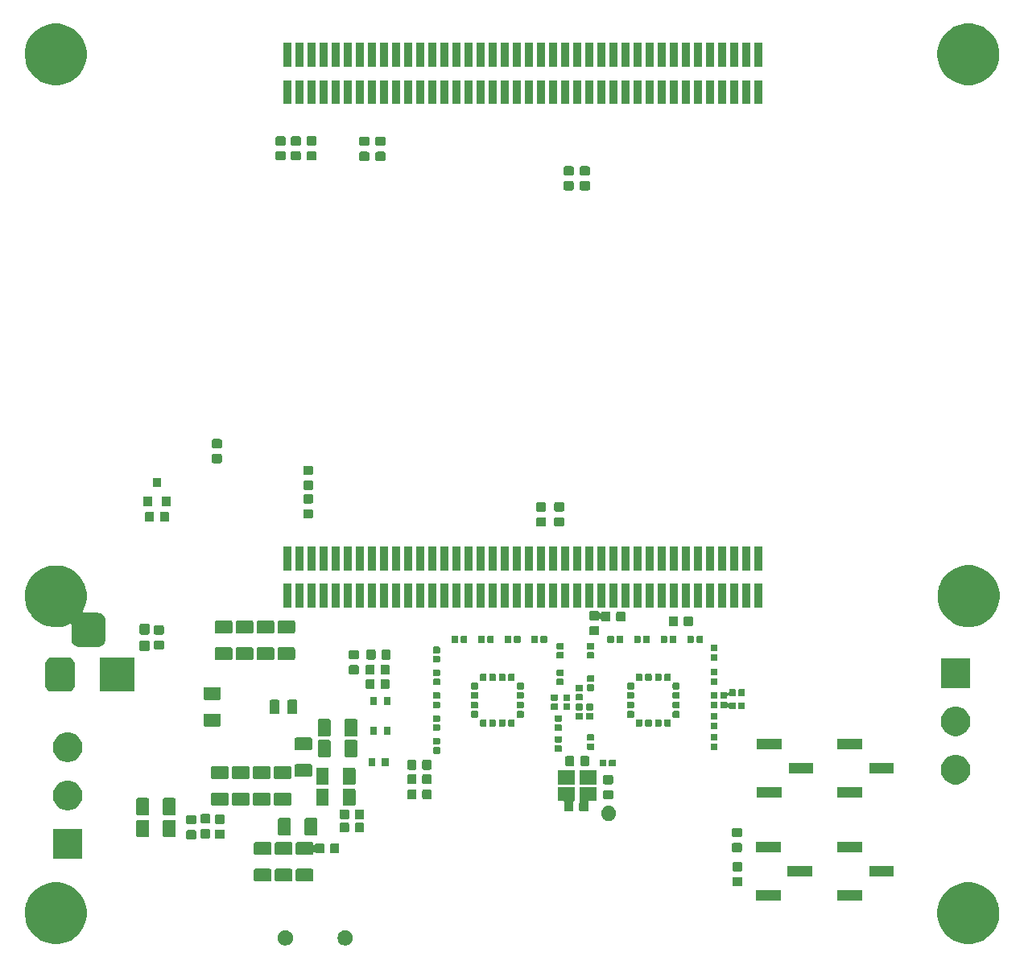
<source format=gbr>
G04 #@! TF.GenerationSoftware,KiCad,Pcbnew,5.0.2+dfsg1-1*
G04 #@! TF.CreationDate,2020-03-08T16:41:42+01:00*
G04 #@! TF.ProjectId,dlp_01,646c705f-3031-42e6-9b69-6361645f7063,rev?*
G04 #@! TF.SameCoordinates,Original*
G04 #@! TF.FileFunction,Soldermask,Bot*
G04 #@! TF.FilePolarity,Negative*
%FSLAX46Y46*%
G04 Gerber Fmt 4.6, Leading zero omitted, Abs format (unit mm)*
G04 Created by KiCad (PCBNEW 5.0.2+dfsg1-1) date Sun 08 Mar 2020 16:41:42 CET*
%MOMM*%
%LPD*%
G01*
G04 APERTURE LIST*
%ADD10C,0.100000*%
G04 APERTURE END LIST*
D10*
G36*
X130233643Y-148829781D02*
X130379415Y-148890162D01*
X130510611Y-148977824D01*
X130622176Y-149089389D01*
X130709838Y-149220585D01*
X130770219Y-149366357D01*
X130801000Y-149521107D01*
X130801000Y-149678893D01*
X130770219Y-149833643D01*
X130709838Y-149979415D01*
X130622176Y-150110611D01*
X130510611Y-150222176D01*
X130379415Y-150309838D01*
X130233643Y-150370219D01*
X130078893Y-150401000D01*
X129921107Y-150401000D01*
X129766357Y-150370219D01*
X129620585Y-150309838D01*
X129489389Y-150222176D01*
X129377824Y-150110611D01*
X129290162Y-149979415D01*
X129229781Y-149833643D01*
X129199000Y-149678893D01*
X129199000Y-149521107D01*
X129229781Y-149366357D01*
X129290162Y-149220585D01*
X129377824Y-149089389D01*
X129489389Y-148977824D01*
X129620585Y-148890162D01*
X129766357Y-148829781D01*
X129921107Y-148799000D01*
X130078893Y-148799000D01*
X130233643Y-148829781D01*
X130233643Y-148829781D01*
G37*
G36*
X123933643Y-148829781D02*
X124079415Y-148890162D01*
X124210611Y-148977824D01*
X124322176Y-149089389D01*
X124409838Y-149220585D01*
X124470219Y-149366357D01*
X124501000Y-149521107D01*
X124501000Y-149678893D01*
X124470219Y-149833643D01*
X124409838Y-149979415D01*
X124322176Y-150110611D01*
X124210611Y-150222176D01*
X124079415Y-150309838D01*
X123933643Y-150370219D01*
X123778893Y-150401000D01*
X123621107Y-150401000D01*
X123466357Y-150370219D01*
X123320585Y-150309838D01*
X123189389Y-150222176D01*
X123077824Y-150110611D01*
X122990162Y-149979415D01*
X122929781Y-149833643D01*
X122899000Y-149678893D01*
X122899000Y-149521107D01*
X122929781Y-149366357D01*
X122990162Y-149220585D01*
X123077824Y-149089389D01*
X123189389Y-148977824D01*
X123320585Y-148890162D01*
X123466357Y-148829781D01*
X123621107Y-148799000D01*
X123778893Y-148799000D01*
X123933643Y-148829781D01*
X123933643Y-148829781D01*
G37*
G36*
X196169536Y-143811467D02*
X196483579Y-143873934D01*
X197075223Y-144119001D01*
X197364820Y-144312504D01*
X197607692Y-144474786D01*
X198060511Y-144927605D01*
X198060513Y-144927608D01*
X198416296Y-145460074D01*
X198538021Y-145753944D01*
X198661363Y-146051719D01*
X198786297Y-146679803D01*
X198786297Y-147320197D01*
X198723830Y-147634239D01*
X198661363Y-147948282D01*
X198416296Y-148539926D01*
X198222620Y-148829782D01*
X198060511Y-149072395D01*
X197607692Y-149525214D01*
X197607689Y-149525216D01*
X197075223Y-149880999D01*
X196483579Y-150126066D01*
X196169536Y-150188533D01*
X195855494Y-150251000D01*
X195215100Y-150251000D01*
X194901058Y-150188533D01*
X194587015Y-150126066D01*
X193995371Y-149880999D01*
X193462905Y-149525216D01*
X193462902Y-149525214D01*
X193010083Y-149072395D01*
X192847974Y-148829782D01*
X192654298Y-148539926D01*
X192409231Y-147948282D01*
X192346764Y-147634239D01*
X192284297Y-147320197D01*
X192284297Y-146679803D01*
X192409231Y-146051719D01*
X192532573Y-145753944D01*
X192654298Y-145460074D01*
X193010081Y-144927608D01*
X193010083Y-144927605D01*
X193462902Y-144474786D01*
X193705774Y-144312504D01*
X193995371Y-144119001D01*
X194587015Y-143873934D01*
X194901058Y-143811467D01*
X195215100Y-143749000D01*
X195855494Y-143749000D01*
X196169536Y-143811467D01*
X196169536Y-143811467D01*
G37*
G36*
X100194835Y-143811467D02*
X100508878Y-143873934D01*
X101100522Y-144119001D01*
X101390119Y-144312504D01*
X101632991Y-144474786D01*
X102085810Y-144927605D01*
X102085812Y-144927608D01*
X102441595Y-145460074D01*
X102563320Y-145753944D01*
X102686662Y-146051719D01*
X102811596Y-146679803D01*
X102811596Y-147320197D01*
X102749129Y-147634239D01*
X102686662Y-147948282D01*
X102441595Y-148539926D01*
X102247919Y-148829782D01*
X102085810Y-149072395D01*
X101632991Y-149525214D01*
X101632988Y-149525216D01*
X101100522Y-149880999D01*
X100508878Y-150126066D01*
X100194835Y-150188533D01*
X99880793Y-150251000D01*
X99240399Y-150251000D01*
X98926357Y-150188533D01*
X98612314Y-150126066D01*
X98020670Y-149880999D01*
X97488204Y-149525216D01*
X97488201Y-149525214D01*
X97035382Y-149072395D01*
X96873273Y-148829782D01*
X96679597Y-148539926D01*
X96434530Y-147948282D01*
X96372063Y-147634239D01*
X96309596Y-147320197D01*
X96309596Y-146679803D01*
X96434530Y-146051719D01*
X96557872Y-145753944D01*
X96679597Y-145460074D01*
X97035380Y-144927608D01*
X97035382Y-144927605D01*
X97488201Y-144474786D01*
X97731073Y-144312504D01*
X98020670Y-144119001D01*
X98612314Y-143873934D01*
X98926357Y-143811467D01*
X99240399Y-143749000D01*
X99880793Y-143749000D01*
X100194835Y-143811467D01*
X100194835Y-143811467D01*
G37*
G36*
X184396000Y-145691000D02*
X181784000Y-145691000D01*
X181784000Y-144589000D01*
X184396000Y-144589000D01*
X184396000Y-145691000D01*
X184396000Y-145691000D01*
G37*
G36*
X175826001Y-145666001D02*
X173214001Y-145666001D01*
X173214001Y-144564001D01*
X175826001Y-144564001D01*
X175826001Y-145666001D01*
X175826001Y-145666001D01*
G37*
G36*
X171619591Y-143203085D02*
X171653569Y-143213393D01*
X171684887Y-143230133D01*
X171712339Y-143252661D01*
X171734867Y-143280113D01*
X171751607Y-143311431D01*
X171761915Y-143345409D01*
X171766000Y-143386890D01*
X171766000Y-143988110D01*
X171761915Y-144029591D01*
X171751607Y-144063569D01*
X171734867Y-144094887D01*
X171712339Y-144122339D01*
X171684887Y-144144867D01*
X171653569Y-144161607D01*
X171619591Y-144171915D01*
X171578110Y-144176000D01*
X170901890Y-144176000D01*
X170860409Y-144171915D01*
X170826431Y-144161607D01*
X170795113Y-144144867D01*
X170767661Y-144122339D01*
X170745133Y-144094887D01*
X170728393Y-144063569D01*
X170718085Y-144029591D01*
X170714000Y-143988110D01*
X170714000Y-143386890D01*
X170718085Y-143345409D01*
X170728393Y-143311431D01*
X170745133Y-143280113D01*
X170767661Y-143252661D01*
X170795113Y-143230133D01*
X170826431Y-143213393D01*
X170860409Y-143203085D01*
X170901890Y-143199000D01*
X171578110Y-143199000D01*
X171619591Y-143203085D01*
X171619591Y-143203085D01*
G37*
G36*
X124268604Y-142328347D02*
X124305145Y-142339432D01*
X124338820Y-142357431D01*
X124368341Y-142381659D01*
X124392569Y-142411180D01*
X124410568Y-142444855D01*
X124421653Y-142481396D01*
X124426000Y-142525538D01*
X124426000Y-143474462D01*
X124421653Y-143518604D01*
X124410568Y-143555145D01*
X124392569Y-143588820D01*
X124368341Y-143618341D01*
X124338820Y-143642569D01*
X124305145Y-143660568D01*
X124268604Y-143671653D01*
X124224462Y-143676000D01*
X122775538Y-143676000D01*
X122731396Y-143671653D01*
X122694855Y-143660568D01*
X122661180Y-143642569D01*
X122631659Y-143618341D01*
X122607431Y-143588820D01*
X122589432Y-143555145D01*
X122578347Y-143518604D01*
X122574000Y-143474462D01*
X122574000Y-142525538D01*
X122578347Y-142481396D01*
X122589432Y-142444855D01*
X122607431Y-142411180D01*
X122631659Y-142381659D01*
X122661180Y-142357431D01*
X122694855Y-142339432D01*
X122731396Y-142328347D01*
X122775538Y-142324000D01*
X124224462Y-142324000D01*
X124268604Y-142328347D01*
X124268604Y-142328347D01*
G37*
G36*
X122068604Y-142328347D02*
X122105145Y-142339432D01*
X122138820Y-142357431D01*
X122168341Y-142381659D01*
X122192569Y-142411180D01*
X122210568Y-142444855D01*
X122221653Y-142481396D01*
X122226000Y-142525538D01*
X122226000Y-143474462D01*
X122221653Y-143518604D01*
X122210568Y-143555145D01*
X122192569Y-143588820D01*
X122168341Y-143618341D01*
X122138820Y-143642569D01*
X122105145Y-143660568D01*
X122068604Y-143671653D01*
X122024462Y-143676000D01*
X120575538Y-143676000D01*
X120531396Y-143671653D01*
X120494855Y-143660568D01*
X120461180Y-143642569D01*
X120431659Y-143618341D01*
X120407431Y-143588820D01*
X120389432Y-143555145D01*
X120378347Y-143518604D01*
X120374000Y-143474462D01*
X120374000Y-142525538D01*
X120378347Y-142481396D01*
X120389432Y-142444855D01*
X120407431Y-142411180D01*
X120431659Y-142381659D01*
X120461180Y-142357431D01*
X120494855Y-142339432D01*
X120531396Y-142328347D01*
X120575538Y-142324000D01*
X122024462Y-142324000D01*
X122068604Y-142328347D01*
X122068604Y-142328347D01*
G37*
G36*
X126468604Y-142328347D02*
X126505145Y-142339432D01*
X126538820Y-142357431D01*
X126568341Y-142381659D01*
X126592569Y-142411180D01*
X126610568Y-142444855D01*
X126621653Y-142481396D01*
X126626000Y-142525538D01*
X126626000Y-143474462D01*
X126621653Y-143518604D01*
X126610568Y-143555145D01*
X126592569Y-143588820D01*
X126568341Y-143618341D01*
X126538820Y-143642569D01*
X126505145Y-143660568D01*
X126468604Y-143671653D01*
X126424462Y-143676000D01*
X124975538Y-143676000D01*
X124931396Y-143671653D01*
X124894855Y-143660568D01*
X124861180Y-143642569D01*
X124831659Y-143618341D01*
X124807431Y-143588820D01*
X124789432Y-143555145D01*
X124778347Y-143518604D01*
X124774000Y-143474462D01*
X124774000Y-142525538D01*
X124778347Y-142481396D01*
X124789432Y-142444855D01*
X124807431Y-142411180D01*
X124831659Y-142381659D01*
X124861180Y-142357431D01*
X124894855Y-142339432D01*
X124931396Y-142328347D01*
X124975538Y-142324000D01*
X126424462Y-142324000D01*
X126468604Y-142328347D01*
X126468604Y-142328347D01*
G37*
G36*
X187706000Y-143151000D02*
X185094000Y-143151000D01*
X185094000Y-142049000D01*
X187706000Y-142049000D01*
X187706000Y-143151000D01*
X187706000Y-143151000D01*
G37*
G36*
X179136001Y-143126001D02*
X176524001Y-143126001D01*
X176524001Y-142024001D01*
X179136001Y-142024001D01*
X179136001Y-143126001D01*
X179136001Y-143126001D01*
G37*
G36*
X171619591Y-141628085D02*
X171653569Y-141638393D01*
X171684887Y-141655133D01*
X171712339Y-141677661D01*
X171734867Y-141705113D01*
X171751607Y-141736431D01*
X171761915Y-141770409D01*
X171766000Y-141811890D01*
X171766000Y-142413110D01*
X171761915Y-142454591D01*
X171751607Y-142488569D01*
X171734867Y-142519887D01*
X171712339Y-142547339D01*
X171684887Y-142569867D01*
X171653569Y-142586607D01*
X171619591Y-142596915D01*
X171578110Y-142601000D01*
X170901890Y-142601000D01*
X170860409Y-142596915D01*
X170826431Y-142586607D01*
X170795113Y-142569867D01*
X170767661Y-142547339D01*
X170745133Y-142519887D01*
X170728393Y-142488569D01*
X170718085Y-142454591D01*
X170714000Y-142413110D01*
X170714000Y-141811890D01*
X170718085Y-141770409D01*
X170728393Y-141736431D01*
X170745133Y-141705113D01*
X170767661Y-141677661D01*
X170795113Y-141655133D01*
X170826431Y-141638393D01*
X170860409Y-141628085D01*
X170901890Y-141624000D01*
X171578110Y-141624000D01*
X171619591Y-141628085D01*
X171619591Y-141628085D01*
G37*
G36*
X102351000Y-141251000D02*
X99249000Y-141251000D01*
X99249000Y-138149000D01*
X102351000Y-138149000D01*
X102351000Y-141251000D01*
X102351000Y-141251000D01*
G37*
G36*
X126468604Y-139528347D02*
X126505145Y-139539432D01*
X126538820Y-139557431D01*
X126568341Y-139581659D01*
X126592569Y-139611180D01*
X126610568Y-139644855D01*
X126621653Y-139681396D01*
X126623721Y-139702401D01*
X126628501Y-139726434D01*
X126637878Y-139749074D01*
X126651491Y-139769448D01*
X126668818Y-139786776D01*
X126689192Y-139800390D01*
X126711831Y-139809768D01*
X126735865Y-139814549D01*
X126760369Y-139814549D01*
X126784402Y-139809769D01*
X126807042Y-139800392D01*
X126827416Y-139786779D01*
X126844744Y-139769452D01*
X126850791Y-139760404D01*
X126877661Y-139727661D01*
X126905113Y-139705133D01*
X126936431Y-139688393D01*
X126970409Y-139678085D01*
X127011890Y-139674000D01*
X127613110Y-139674000D01*
X127654591Y-139678085D01*
X127688569Y-139688393D01*
X127719887Y-139705133D01*
X127747339Y-139727661D01*
X127769867Y-139755113D01*
X127786607Y-139786431D01*
X127796915Y-139820409D01*
X127801000Y-139861890D01*
X127801000Y-140538110D01*
X127796915Y-140579591D01*
X127786607Y-140613569D01*
X127769867Y-140644887D01*
X127747339Y-140672339D01*
X127719887Y-140694867D01*
X127688569Y-140711607D01*
X127654591Y-140721915D01*
X127613110Y-140726000D01*
X127011890Y-140726000D01*
X126970409Y-140721915D01*
X126936431Y-140711607D01*
X126905113Y-140694867D01*
X126877661Y-140672339D01*
X126850787Y-140639591D01*
X126844738Y-140630541D01*
X126827409Y-140613215D01*
X126807033Y-140599603D01*
X126784393Y-140590228D01*
X126760359Y-140585450D01*
X126735855Y-140585452D01*
X126711822Y-140590235D01*
X126689184Y-140599614D01*
X126668811Y-140613230D01*
X126651485Y-140630559D01*
X126637873Y-140650935D01*
X126628498Y-140673575D01*
X126623721Y-140697599D01*
X126621653Y-140718604D01*
X126610568Y-140755145D01*
X126592569Y-140788820D01*
X126568341Y-140818341D01*
X126538820Y-140842569D01*
X126505145Y-140860568D01*
X126468604Y-140871653D01*
X126424462Y-140876000D01*
X124975538Y-140876000D01*
X124931396Y-140871653D01*
X124894855Y-140860568D01*
X124861180Y-140842569D01*
X124831659Y-140818341D01*
X124807431Y-140788820D01*
X124789432Y-140755145D01*
X124778347Y-140718604D01*
X124774000Y-140674462D01*
X124774000Y-139725538D01*
X124778347Y-139681396D01*
X124789432Y-139644855D01*
X124807431Y-139611180D01*
X124831659Y-139581659D01*
X124861180Y-139557431D01*
X124894855Y-139539432D01*
X124931396Y-139528347D01*
X124975538Y-139524000D01*
X126424462Y-139524000D01*
X126468604Y-139528347D01*
X126468604Y-139528347D01*
G37*
G36*
X122068604Y-139528347D02*
X122105145Y-139539432D01*
X122138820Y-139557431D01*
X122168341Y-139581659D01*
X122192569Y-139611180D01*
X122210568Y-139644855D01*
X122221653Y-139681396D01*
X122226000Y-139725538D01*
X122226000Y-140674462D01*
X122221653Y-140718604D01*
X122210568Y-140755145D01*
X122192569Y-140788820D01*
X122168341Y-140818341D01*
X122138820Y-140842569D01*
X122105145Y-140860568D01*
X122068604Y-140871653D01*
X122024462Y-140876000D01*
X120575538Y-140876000D01*
X120531396Y-140871653D01*
X120494855Y-140860568D01*
X120461180Y-140842569D01*
X120431659Y-140818341D01*
X120407431Y-140788820D01*
X120389432Y-140755145D01*
X120378347Y-140718604D01*
X120374000Y-140674462D01*
X120374000Y-139725538D01*
X120378347Y-139681396D01*
X120389432Y-139644855D01*
X120407431Y-139611180D01*
X120431659Y-139581659D01*
X120461180Y-139557431D01*
X120494855Y-139539432D01*
X120531396Y-139528347D01*
X120575538Y-139524000D01*
X122024462Y-139524000D01*
X122068604Y-139528347D01*
X122068604Y-139528347D01*
G37*
G36*
X124268604Y-139528347D02*
X124305145Y-139539432D01*
X124338820Y-139557431D01*
X124368341Y-139581659D01*
X124392569Y-139611180D01*
X124410568Y-139644855D01*
X124421653Y-139681396D01*
X124426000Y-139725538D01*
X124426000Y-140674462D01*
X124421653Y-140718604D01*
X124410568Y-140755145D01*
X124392569Y-140788820D01*
X124368341Y-140818341D01*
X124338820Y-140842569D01*
X124305145Y-140860568D01*
X124268604Y-140871653D01*
X124224462Y-140876000D01*
X122775538Y-140876000D01*
X122731396Y-140871653D01*
X122694855Y-140860568D01*
X122661180Y-140842569D01*
X122631659Y-140818341D01*
X122607431Y-140788820D01*
X122589432Y-140755145D01*
X122578347Y-140718604D01*
X122574000Y-140674462D01*
X122574000Y-139725538D01*
X122578347Y-139681396D01*
X122589432Y-139644855D01*
X122607431Y-139611180D01*
X122631659Y-139581659D01*
X122661180Y-139557431D01*
X122694855Y-139539432D01*
X122731396Y-139528347D01*
X122775538Y-139524000D01*
X124224462Y-139524000D01*
X124268604Y-139528347D01*
X124268604Y-139528347D01*
G37*
G36*
X129229591Y-139678085D02*
X129263569Y-139688393D01*
X129294887Y-139705133D01*
X129322339Y-139727661D01*
X129344867Y-139755113D01*
X129361607Y-139786431D01*
X129371915Y-139820409D01*
X129376000Y-139861890D01*
X129376000Y-140538110D01*
X129371915Y-140579591D01*
X129361607Y-140613569D01*
X129344867Y-140644887D01*
X129322339Y-140672339D01*
X129294887Y-140694867D01*
X129263569Y-140711607D01*
X129229591Y-140721915D01*
X129188110Y-140726000D01*
X128586890Y-140726000D01*
X128545409Y-140721915D01*
X128511431Y-140711607D01*
X128480113Y-140694867D01*
X128452661Y-140672339D01*
X128430133Y-140644887D01*
X128413393Y-140613569D01*
X128403085Y-140579591D01*
X128399000Y-140538110D01*
X128399000Y-139861890D01*
X128403085Y-139820409D01*
X128413393Y-139786431D01*
X128430133Y-139755113D01*
X128452661Y-139727661D01*
X128480113Y-139705133D01*
X128511431Y-139688393D01*
X128545409Y-139678085D01*
X128586890Y-139674000D01*
X129188110Y-139674000D01*
X129229591Y-139678085D01*
X129229591Y-139678085D01*
G37*
G36*
X184396000Y-140611000D02*
X181784000Y-140611000D01*
X181784000Y-139509000D01*
X184396000Y-139509000D01*
X184396000Y-140611000D01*
X184396000Y-140611000D01*
G37*
G36*
X175826001Y-140586001D02*
X173214001Y-140586001D01*
X173214001Y-139484001D01*
X175826001Y-139484001D01*
X175826001Y-140586001D01*
X175826001Y-140586001D01*
G37*
G36*
X171579591Y-139603085D02*
X171613569Y-139613393D01*
X171644887Y-139630133D01*
X171672339Y-139652661D01*
X171694867Y-139680113D01*
X171711607Y-139711431D01*
X171721915Y-139745409D01*
X171726000Y-139786890D01*
X171726000Y-140388110D01*
X171721915Y-140429591D01*
X171711607Y-140463569D01*
X171694867Y-140494887D01*
X171672339Y-140522339D01*
X171644887Y-140544867D01*
X171613569Y-140561607D01*
X171579591Y-140571915D01*
X171538110Y-140576000D01*
X170861890Y-140576000D01*
X170820409Y-140571915D01*
X170786431Y-140561607D01*
X170755113Y-140544867D01*
X170727661Y-140522339D01*
X170705133Y-140494887D01*
X170688393Y-140463569D01*
X170678085Y-140429591D01*
X170674000Y-140388110D01*
X170674000Y-139786890D01*
X170678085Y-139745409D01*
X170688393Y-139711431D01*
X170705133Y-139680113D01*
X170727661Y-139652661D01*
X170755113Y-139630133D01*
X170786431Y-139613393D01*
X170820409Y-139603085D01*
X170861890Y-139599000D01*
X171538110Y-139599000D01*
X171579591Y-139603085D01*
X171579591Y-139603085D01*
G37*
G36*
X114179591Y-138253085D02*
X114213569Y-138263393D01*
X114244887Y-138280133D01*
X114272339Y-138302661D01*
X114294867Y-138330113D01*
X114311607Y-138361431D01*
X114321915Y-138395409D01*
X114326000Y-138436890D01*
X114326000Y-139038110D01*
X114321915Y-139079591D01*
X114311607Y-139113569D01*
X114294867Y-139144887D01*
X114272339Y-139172339D01*
X114244887Y-139194867D01*
X114213569Y-139211607D01*
X114179591Y-139221915D01*
X114138110Y-139226000D01*
X113461890Y-139226000D01*
X113420409Y-139221915D01*
X113386431Y-139211607D01*
X113355113Y-139194867D01*
X113327661Y-139172339D01*
X113305133Y-139144887D01*
X113288393Y-139113569D01*
X113278085Y-139079591D01*
X113274000Y-139038110D01*
X113274000Y-138436890D01*
X113278085Y-138395409D01*
X113288393Y-138361431D01*
X113305133Y-138330113D01*
X113327661Y-138302661D01*
X113355113Y-138280133D01*
X113386431Y-138263393D01*
X113420409Y-138253085D01*
X113461890Y-138249000D01*
X114138110Y-138249000D01*
X114179591Y-138253085D01*
X114179591Y-138253085D01*
G37*
G36*
X117179591Y-138203085D02*
X117213569Y-138213393D01*
X117244887Y-138230133D01*
X117272339Y-138252661D01*
X117294867Y-138280113D01*
X117311607Y-138311431D01*
X117321915Y-138345409D01*
X117326000Y-138386890D01*
X117326000Y-138988110D01*
X117321915Y-139029591D01*
X117311607Y-139063569D01*
X117294867Y-139094887D01*
X117272339Y-139122339D01*
X117244887Y-139144867D01*
X117213569Y-139161607D01*
X117179591Y-139171915D01*
X117138110Y-139176000D01*
X116461890Y-139176000D01*
X116420409Y-139171915D01*
X116386431Y-139161607D01*
X116355113Y-139144867D01*
X116327661Y-139122339D01*
X116305133Y-139094887D01*
X116288393Y-139063569D01*
X116278085Y-139029591D01*
X116274000Y-138988110D01*
X116274000Y-138386890D01*
X116278085Y-138345409D01*
X116288393Y-138311431D01*
X116305133Y-138280113D01*
X116327661Y-138252661D01*
X116355113Y-138230133D01*
X116386431Y-138213393D01*
X116420409Y-138203085D01*
X116461890Y-138199000D01*
X117138110Y-138199000D01*
X117179591Y-138203085D01*
X117179591Y-138203085D01*
G37*
G36*
X115679591Y-138153085D02*
X115713569Y-138163393D01*
X115744887Y-138180133D01*
X115772339Y-138202661D01*
X115794867Y-138230113D01*
X115811607Y-138261431D01*
X115821915Y-138295409D01*
X115826000Y-138336890D01*
X115826000Y-138938110D01*
X115821915Y-138979591D01*
X115811607Y-139013569D01*
X115794867Y-139044887D01*
X115772339Y-139072339D01*
X115744887Y-139094867D01*
X115713569Y-139111607D01*
X115679591Y-139121915D01*
X115638110Y-139126000D01*
X114961890Y-139126000D01*
X114920409Y-139121915D01*
X114886431Y-139111607D01*
X114855113Y-139094867D01*
X114827661Y-139072339D01*
X114805133Y-139044887D01*
X114788393Y-139013569D01*
X114778085Y-138979591D01*
X114774000Y-138938110D01*
X114774000Y-138336890D01*
X114778085Y-138295409D01*
X114788393Y-138261431D01*
X114805133Y-138230113D01*
X114827661Y-138202661D01*
X114855113Y-138180133D01*
X114886431Y-138163393D01*
X114920409Y-138153085D01*
X114961890Y-138149000D01*
X115638110Y-138149000D01*
X115679591Y-138153085D01*
X115679591Y-138153085D01*
G37*
G36*
X112018604Y-137178347D02*
X112055145Y-137189432D01*
X112088820Y-137207431D01*
X112118341Y-137231659D01*
X112142569Y-137261180D01*
X112160568Y-137294855D01*
X112171653Y-137331396D01*
X112176000Y-137375538D01*
X112176000Y-138824462D01*
X112171653Y-138868604D01*
X112160568Y-138905145D01*
X112142569Y-138938820D01*
X112118341Y-138968341D01*
X112088820Y-138992569D01*
X112055145Y-139010568D01*
X112018604Y-139021653D01*
X111974462Y-139026000D01*
X111025538Y-139026000D01*
X110981396Y-139021653D01*
X110944855Y-139010568D01*
X110911180Y-138992569D01*
X110881659Y-138968341D01*
X110857431Y-138938820D01*
X110839432Y-138905145D01*
X110828347Y-138868604D01*
X110824000Y-138824462D01*
X110824000Y-137375538D01*
X110828347Y-137331396D01*
X110839432Y-137294855D01*
X110857431Y-137261180D01*
X110881659Y-137231659D01*
X110911180Y-137207431D01*
X110944855Y-137189432D01*
X110981396Y-137178347D01*
X111025538Y-137174000D01*
X111974462Y-137174000D01*
X112018604Y-137178347D01*
X112018604Y-137178347D01*
G37*
G36*
X109218604Y-137178347D02*
X109255145Y-137189432D01*
X109288820Y-137207431D01*
X109318341Y-137231659D01*
X109342569Y-137261180D01*
X109360568Y-137294855D01*
X109371653Y-137331396D01*
X109376000Y-137375538D01*
X109376000Y-138824462D01*
X109371653Y-138868604D01*
X109360568Y-138905145D01*
X109342569Y-138938820D01*
X109318341Y-138968341D01*
X109288820Y-138992569D01*
X109255145Y-139010568D01*
X109218604Y-139021653D01*
X109174462Y-139026000D01*
X108225538Y-139026000D01*
X108181396Y-139021653D01*
X108144855Y-139010568D01*
X108111180Y-138992569D01*
X108081659Y-138968341D01*
X108057431Y-138938820D01*
X108039432Y-138905145D01*
X108028347Y-138868604D01*
X108024000Y-138824462D01*
X108024000Y-137375538D01*
X108028347Y-137331396D01*
X108039432Y-137294855D01*
X108057431Y-137261180D01*
X108081659Y-137231659D01*
X108111180Y-137207431D01*
X108144855Y-137189432D01*
X108181396Y-137178347D01*
X108225538Y-137174000D01*
X109174462Y-137174000D01*
X109218604Y-137178347D01*
X109218604Y-137178347D01*
G37*
G36*
X171579591Y-138028085D02*
X171613569Y-138038393D01*
X171644887Y-138055133D01*
X171672339Y-138077661D01*
X171694867Y-138105113D01*
X171711607Y-138136431D01*
X171721915Y-138170409D01*
X171726000Y-138211890D01*
X171726000Y-138813110D01*
X171721915Y-138854591D01*
X171711607Y-138888569D01*
X171694867Y-138919887D01*
X171672339Y-138947339D01*
X171644887Y-138969867D01*
X171613569Y-138986607D01*
X171579591Y-138996915D01*
X171538110Y-139001000D01*
X170861890Y-139001000D01*
X170820409Y-138996915D01*
X170786431Y-138986607D01*
X170755113Y-138969867D01*
X170727661Y-138947339D01*
X170705133Y-138919887D01*
X170688393Y-138888569D01*
X170678085Y-138854591D01*
X170674000Y-138813110D01*
X170674000Y-138211890D01*
X170678085Y-138170409D01*
X170688393Y-138136431D01*
X170705133Y-138105113D01*
X170727661Y-138077661D01*
X170755113Y-138055133D01*
X170786431Y-138038393D01*
X170820409Y-138028085D01*
X170861890Y-138024000D01*
X171538110Y-138024000D01*
X171579591Y-138028085D01*
X171579591Y-138028085D01*
G37*
G36*
X126918604Y-136978347D02*
X126955145Y-136989432D01*
X126988820Y-137007431D01*
X127018341Y-137031659D01*
X127042569Y-137061180D01*
X127060568Y-137094855D01*
X127071653Y-137131396D01*
X127076000Y-137175538D01*
X127076000Y-138624462D01*
X127071653Y-138668604D01*
X127060568Y-138705145D01*
X127042569Y-138738820D01*
X127018341Y-138768341D01*
X126988820Y-138792569D01*
X126955145Y-138810568D01*
X126918604Y-138821653D01*
X126874462Y-138826000D01*
X125925538Y-138826000D01*
X125881396Y-138821653D01*
X125844855Y-138810568D01*
X125811180Y-138792569D01*
X125781659Y-138768341D01*
X125757431Y-138738820D01*
X125739432Y-138705145D01*
X125728347Y-138668604D01*
X125724000Y-138624462D01*
X125724000Y-137175538D01*
X125728347Y-137131396D01*
X125739432Y-137094855D01*
X125757431Y-137061180D01*
X125781659Y-137031659D01*
X125811180Y-137007431D01*
X125844855Y-136989432D01*
X125881396Y-136978347D01*
X125925538Y-136974000D01*
X126874462Y-136974000D01*
X126918604Y-136978347D01*
X126918604Y-136978347D01*
G37*
G36*
X124118604Y-136978347D02*
X124155145Y-136989432D01*
X124188820Y-137007431D01*
X124218341Y-137031659D01*
X124242569Y-137061180D01*
X124260568Y-137094855D01*
X124271653Y-137131396D01*
X124276000Y-137175538D01*
X124276000Y-138624462D01*
X124271653Y-138668604D01*
X124260568Y-138705145D01*
X124242569Y-138738820D01*
X124218341Y-138768341D01*
X124188820Y-138792569D01*
X124155145Y-138810568D01*
X124118604Y-138821653D01*
X124074462Y-138826000D01*
X123125538Y-138826000D01*
X123081396Y-138821653D01*
X123044855Y-138810568D01*
X123011180Y-138792569D01*
X122981659Y-138768341D01*
X122957431Y-138738820D01*
X122939432Y-138705145D01*
X122928347Y-138668604D01*
X122924000Y-138624462D01*
X122924000Y-137175538D01*
X122928347Y-137131396D01*
X122939432Y-137094855D01*
X122957431Y-137061180D01*
X122981659Y-137031659D01*
X123011180Y-137007431D01*
X123044855Y-136989432D01*
X123081396Y-136978347D01*
X123125538Y-136974000D01*
X124074462Y-136974000D01*
X124118604Y-136978347D01*
X124118604Y-136978347D01*
G37*
G36*
X131829591Y-137478085D02*
X131863569Y-137488393D01*
X131894887Y-137505133D01*
X131922339Y-137527661D01*
X131944867Y-137555113D01*
X131961607Y-137586431D01*
X131971915Y-137620409D01*
X131976000Y-137661890D01*
X131976000Y-138338110D01*
X131971915Y-138379591D01*
X131961607Y-138413569D01*
X131944867Y-138444887D01*
X131922339Y-138472339D01*
X131894887Y-138494867D01*
X131863569Y-138511607D01*
X131829591Y-138521915D01*
X131788110Y-138526000D01*
X131186890Y-138526000D01*
X131145409Y-138521915D01*
X131111431Y-138511607D01*
X131080113Y-138494867D01*
X131052661Y-138472339D01*
X131030133Y-138444887D01*
X131013393Y-138413569D01*
X131003085Y-138379591D01*
X130999000Y-138338110D01*
X130999000Y-137661890D01*
X131003085Y-137620409D01*
X131013393Y-137586431D01*
X131030133Y-137555113D01*
X131052661Y-137527661D01*
X131080113Y-137505133D01*
X131111431Y-137488393D01*
X131145409Y-137478085D01*
X131186890Y-137474000D01*
X131788110Y-137474000D01*
X131829591Y-137478085D01*
X131829591Y-137478085D01*
G37*
G36*
X130254591Y-137478085D02*
X130288569Y-137488393D01*
X130319887Y-137505133D01*
X130347339Y-137527661D01*
X130369867Y-137555113D01*
X130386607Y-137586431D01*
X130396915Y-137620409D01*
X130401000Y-137661890D01*
X130401000Y-138338110D01*
X130396915Y-138379591D01*
X130386607Y-138413569D01*
X130369867Y-138444887D01*
X130347339Y-138472339D01*
X130319887Y-138494867D01*
X130288569Y-138511607D01*
X130254591Y-138521915D01*
X130213110Y-138526000D01*
X129611890Y-138526000D01*
X129570409Y-138521915D01*
X129536431Y-138511607D01*
X129505113Y-138494867D01*
X129477661Y-138472339D01*
X129455133Y-138444887D01*
X129438393Y-138413569D01*
X129428085Y-138379591D01*
X129424000Y-138338110D01*
X129424000Y-137661890D01*
X129428085Y-137620409D01*
X129438393Y-137586431D01*
X129455133Y-137555113D01*
X129477661Y-137527661D01*
X129505113Y-137505133D01*
X129536431Y-137488393D01*
X129570409Y-137478085D01*
X129611890Y-137474000D01*
X130213110Y-137474000D01*
X130254591Y-137478085D01*
X130254591Y-137478085D01*
G37*
G36*
X114179591Y-136678085D02*
X114213569Y-136688393D01*
X114244887Y-136705133D01*
X114272339Y-136727661D01*
X114294867Y-136755113D01*
X114311607Y-136786431D01*
X114321915Y-136820409D01*
X114326000Y-136861890D01*
X114326000Y-137463110D01*
X114321915Y-137504591D01*
X114311607Y-137538569D01*
X114294867Y-137569887D01*
X114272339Y-137597339D01*
X114244887Y-137619867D01*
X114213569Y-137636607D01*
X114179591Y-137646915D01*
X114138110Y-137651000D01*
X113461890Y-137651000D01*
X113420409Y-137646915D01*
X113386431Y-137636607D01*
X113355113Y-137619867D01*
X113327661Y-137597339D01*
X113305133Y-137569887D01*
X113288393Y-137538569D01*
X113278085Y-137504591D01*
X113274000Y-137463110D01*
X113274000Y-136861890D01*
X113278085Y-136820409D01*
X113288393Y-136786431D01*
X113305133Y-136755113D01*
X113327661Y-136727661D01*
X113355113Y-136705133D01*
X113386431Y-136688393D01*
X113420409Y-136678085D01*
X113461890Y-136674000D01*
X114138110Y-136674000D01*
X114179591Y-136678085D01*
X114179591Y-136678085D01*
G37*
G36*
X117179591Y-136628085D02*
X117213569Y-136638393D01*
X117244887Y-136655133D01*
X117272339Y-136677661D01*
X117294867Y-136705113D01*
X117311607Y-136736431D01*
X117321915Y-136770409D01*
X117326000Y-136811890D01*
X117326000Y-137413110D01*
X117321915Y-137454591D01*
X117311607Y-137488569D01*
X117294867Y-137519887D01*
X117272339Y-137547339D01*
X117244887Y-137569867D01*
X117213569Y-137586607D01*
X117179591Y-137596915D01*
X117138110Y-137601000D01*
X116461890Y-137601000D01*
X116420409Y-137596915D01*
X116386431Y-137586607D01*
X116355113Y-137569867D01*
X116327661Y-137547339D01*
X116305133Y-137519887D01*
X116288393Y-137488569D01*
X116278085Y-137454591D01*
X116274000Y-137413110D01*
X116274000Y-136811890D01*
X116278085Y-136770409D01*
X116288393Y-136736431D01*
X116305133Y-136705113D01*
X116327661Y-136677661D01*
X116355113Y-136655133D01*
X116386431Y-136638393D01*
X116420409Y-136628085D01*
X116461890Y-136624000D01*
X117138110Y-136624000D01*
X117179591Y-136628085D01*
X117179591Y-136628085D01*
G37*
G36*
X115679591Y-136578085D02*
X115713569Y-136588393D01*
X115744887Y-136605133D01*
X115772339Y-136627661D01*
X115794867Y-136655113D01*
X115811607Y-136686431D01*
X115821915Y-136720409D01*
X115826000Y-136761890D01*
X115826000Y-137363110D01*
X115821915Y-137404591D01*
X115811607Y-137438569D01*
X115794867Y-137469887D01*
X115772339Y-137497339D01*
X115744887Y-137519867D01*
X115713569Y-137536607D01*
X115679591Y-137546915D01*
X115638110Y-137551000D01*
X114961890Y-137551000D01*
X114920409Y-137546915D01*
X114886431Y-137536607D01*
X114855113Y-137519867D01*
X114827661Y-137497339D01*
X114805133Y-137469887D01*
X114788393Y-137438569D01*
X114778085Y-137404591D01*
X114774000Y-137363110D01*
X114774000Y-136761890D01*
X114778085Y-136720409D01*
X114788393Y-136686431D01*
X114805133Y-136655113D01*
X114827661Y-136627661D01*
X114855113Y-136605133D01*
X114886431Y-136588393D01*
X114920409Y-136578085D01*
X114961890Y-136574000D01*
X115638110Y-136574000D01*
X115679591Y-136578085D01*
X115679591Y-136578085D01*
G37*
G36*
X157933643Y-135729781D02*
X158079415Y-135790162D01*
X158210611Y-135877824D01*
X158322176Y-135989389D01*
X158409838Y-136120585D01*
X158470219Y-136266357D01*
X158501000Y-136421107D01*
X158501000Y-136578893D01*
X158470219Y-136733643D01*
X158409838Y-136879415D01*
X158322176Y-137010611D01*
X158210611Y-137122176D01*
X158079415Y-137209838D01*
X157933643Y-137270219D01*
X157778893Y-137301000D01*
X157621107Y-137301000D01*
X157466357Y-137270219D01*
X157320585Y-137209838D01*
X157189389Y-137122176D01*
X157077824Y-137010611D01*
X156990162Y-136879415D01*
X156929781Y-136733643D01*
X156899000Y-136578893D01*
X156899000Y-136421107D01*
X156929781Y-136266357D01*
X156990162Y-136120585D01*
X157077824Y-135989389D01*
X157189389Y-135877824D01*
X157320585Y-135790162D01*
X157466357Y-135729781D01*
X157621107Y-135699000D01*
X157778893Y-135699000D01*
X157933643Y-135729781D01*
X157933643Y-135729781D01*
G37*
G36*
X130254591Y-136078085D02*
X130288569Y-136088393D01*
X130319887Y-136105133D01*
X130347339Y-136127661D01*
X130369867Y-136155113D01*
X130386607Y-136186431D01*
X130396915Y-136220409D01*
X130401000Y-136261890D01*
X130401000Y-136938110D01*
X130396915Y-136979591D01*
X130386607Y-137013569D01*
X130369867Y-137044887D01*
X130347339Y-137072339D01*
X130319887Y-137094867D01*
X130288569Y-137111607D01*
X130254591Y-137121915D01*
X130213110Y-137126000D01*
X129611890Y-137126000D01*
X129570409Y-137121915D01*
X129536431Y-137111607D01*
X129505113Y-137094867D01*
X129477661Y-137072339D01*
X129455133Y-137044887D01*
X129438393Y-137013569D01*
X129428085Y-136979591D01*
X129424000Y-136938110D01*
X129424000Y-136261890D01*
X129428085Y-136220409D01*
X129438393Y-136186431D01*
X129455133Y-136155113D01*
X129477661Y-136127661D01*
X129505113Y-136105133D01*
X129536431Y-136088393D01*
X129570409Y-136078085D01*
X129611890Y-136074000D01*
X130213110Y-136074000D01*
X130254591Y-136078085D01*
X130254591Y-136078085D01*
G37*
G36*
X131829591Y-136078085D02*
X131863569Y-136088393D01*
X131894887Y-136105133D01*
X131922339Y-136127661D01*
X131944867Y-136155113D01*
X131961607Y-136186431D01*
X131971915Y-136220409D01*
X131976000Y-136261890D01*
X131976000Y-136938110D01*
X131971915Y-136979591D01*
X131961607Y-137013569D01*
X131944867Y-137044887D01*
X131922339Y-137072339D01*
X131894887Y-137094867D01*
X131863569Y-137111607D01*
X131829591Y-137121915D01*
X131788110Y-137126000D01*
X131186890Y-137126000D01*
X131145409Y-137121915D01*
X131111431Y-137111607D01*
X131080113Y-137094867D01*
X131052661Y-137072339D01*
X131030133Y-137044887D01*
X131013393Y-137013569D01*
X131003085Y-136979591D01*
X130999000Y-136938110D01*
X130999000Y-136261890D01*
X131003085Y-136220409D01*
X131013393Y-136186431D01*
X131030133Y-136155113D01*
X131052661Y-136127661D01*
X131080113Y-136105133D01*
X131111431Y-136088393D01*
X131145409Y-136078085D01*
X131186890Y-136074000D01*
X131788110Y-136074000D01*
X131829591Y-136078085D01*
X131829591Y-136078085D01*
G37*
G36*
X109218604Y-134878347D02*
X109255145Y-134889432D01*
X109288820Y-134907431D01*
X109318341Y-134931659D01*
X109342569Y-134961180D01*
X109360568Y-134994855D01*
X109371653Y-135031396D01*
X109376000Y-135075538D01*
X109376000Y-136524462D01*
X109371653Y-136568604D01*
X109360568Y-136605145D01*
X109342569Y-136638820D01*
X109318341Y-136668341D01*
X109288820Y-136692569D01*
X109255145Y-136710568D01*
X109218604Y-136721653D01*
X109174462Y-136726000D01*
X108225538Y-136726000D01*
X108181396Y-136721653D01*
X108144855Y-136710568D01*
X108111180Y-136692569D01*
X108081659Y-136668341D01*
X108057431Y-136638820D01*
X108039432Y-136605145D01*
X108028347Y-136568604D01*
X108024000Y-136524462D01*
X108024000Y-135075538D01*
X108028347Y-135031396D01*
X108039432Y-134994855D01*
X108057431Y-134961180D01*
X108081659Y-134931659D01*
X108111180Y-134907431D01*
X108144855Y-134889432D01*
X108181396Y-134878347D01*
X108225538Y-134874000D01*
X109174462Y-134874000D01*
X109218604Y-134878347D01*
X109218604Y-134878347D01*
G37*
G36*
X112018604Y-134878347D02*
X112055145Y-134889432D01*
X112088820Y-134907431D01*
X112118341Y-134931659D01*
X112142569Y-134961180D01*
X112160568Y-134994855D01*
X112171653Y-135031396D01*
X112176000Y-135075538D01*
X112176000Y-136524462D01*
X112171653Y-136568604D01*
X112160568Y-136605145D01*
X112142569Y-136638820D01*
X112118341Y-136668341D01*
X112088820Y-136692569D01*
X112055145Y-136710568D01*
X112018604Y-136721653D01*
X111974462Y-136726000D01*
X111025538Y-136726000D01*
X110981396Y-136721653D01*
X110944855Y-136710568D01*
X110911180Y-136692569D01*
X110881659Y-136668341D01*
X110857431Y-136638820D01*
X110839432Y-136605145D01*
X110828347Y-136568604D01*
X110824000Y-136524462D01*
X110824000Y-135075538D01*
X110828347Y-135031396D01*
X110839432Y-134994855D01*
X110857431Y-134961180D01*
X110881659Y-134931659D01*
X110911180Y-134907431D01*
X110944855Y-134889432D01*
X110981396Y-134878347D01*
X111025538Y-134874000D01*
X111974462Y-134874000D01*
X112018604Y-134878347D01*
X112018604Y-134878347D01*
G37*
G36*
X154151000Y-135201000D02*
X154096042Y-135201000D01*
X154071656Y-135203402D01*
X154048207Y-135210515D01*
X154026596Y-135222066D01*
X154007654Y-135237612D01*
X153992108Y-135256554D01*
X153980557Y-135278165D01*
X153973444Y-135301614D01*
X153971042Y-135326000D01*
X153973444Y-135350386D01*
X153980557Y-135373835D01*
X153985803Y-135384927D01*
X153986608Y-135386433D01*
X153996915Y-135420409D01*
X154001000Y-135461890D01*
X154001000Y-136138110D01*
X153996915Y-136179591D01*
X153986607Y-136213569D01*
X153969867Y-136244887D01*
X153947339Y-136272339D01*
X153919887Y-136294867D01*
X153888569Y-136311607D01*
X153854591Y-136321915D01*
X153813110Y-136326000D01*
X153211890Y-136326000D01*
X153170409Y-136321915D01*
X153136431Y-136311607D01*
X153105113Y-136294867D01*
X153077661Y-136272339D01*
X153055133Y-136244887D01*
X153038393Y-136213569D01*
X153028085Y-136179591D01*
X153024000Y-136138110D01*
X153024000Y-135461890D01*
X153028085Y-135420409D01*
X153038392Y-135386433D01*
X153039197Y-135384927D01*
X153048575Y-135362288D01*
X153053356Y-135338255D01*
X153053356Y-135313751D01*
X153048576Y-135289717D01*
X153039200Y-135267078D01*
X153025586Y-135246703D01*
X153008259Y-135229376D01*
X152987885Y-135215761D01*
X152965246Y-135206383D01*
X152941213Y-135201602D01*
X152928958Y-135201000D01*
X152399000Y-135201000D01*
X152399000Y-133749000D01*
X154151000Y-133749000D01*
X154151000Y-135201000D01*
X154151000Y-135201000D01*
G37*
G36*
X156401000Y-135201000D02*
X155671042Y-135201000D01*
X155646656Y-135203402D01*
X155623207Y-135210515D01*
X155601596Y-135222066D01*
X155582654Y-135237612D01*
X155567108Y-135256554D01*
X155555557Y-135278165D01*
X155548444Y-135301614D01*
X155546042Y-135326000D01*
X155548444Y-135350386D01*
X155555557Y-135373835D01*
X155560803Y-135384927D01*
X155561608Y-135386433D01*
X155571915Y-135420409D01*
X155576000Y-135461890D01*
X155576000Y-136138110D01*
X155571915Y-136179591D01*
X155561607Y-136213569D01*
X155544867Y-136244887D01*
X155522339Y-136272339D01*
X155494887Y-136294867D01*
X155463569Y-136311607D01*
X155429591Y-136321915D01*
X155388110Y-136326000D01*
X154786890Y-136326000D01*
X154745409Y-136321915D01*
X154711431Y-136311607D01*
X154680113Y-136294867D01*
X154652661Y-136272339D01*
X154630133Y-136244887D01*
X154613393Y-136213569D01*
X154603085Y-136179591D01*
X154599000Y-136138110D01*
X154599000Y-135461890D01*
X154603085Y-135420409D01*
X154613392Y-135386431D01*
X154634240Y-135347429D01*
X154643617Y-135324790D01*
X154648398Y-135300757D01*
X154649000Y-135288504D01*
X154649000Y-133749000D01*
X156401000Y-133749000D01*
X156401000Y-135201000D01*
X156401000Y-135201000D01*
G37*
G36*
X101152527Y-133108736D02*
X101252410Y-133128604D01*
X101534674Y-133245521D01*
X101788705Y-133415259D01*
X102004741Y-133631295D01*
X102174479Y-133885326D01*
X102291396Y-134167590D01*
X102297799Y-134199780D01*
X102351000Y-134467238D01*
X102351000Y-134772762D01*
X102313521Y-134961180D01*
X102291396Y-135072410D01*
X102174479Y-135354674D01*
X102004741Y-135608705D01*
X101788705Y-135824741D01*
X101534674Y-135994479D01*
X101252410Y-136111396D01*
X101170640Y-136127661D01*
X100952762Y-136171000D01*
X100647238Y-136171000D01*
X100429360Y-136127661D01*
X100347590Y-136111396D01*
X100065326Y-135994479D01*
X99811295Y-135824741D01*
X99595259Y-135608705D01*
X99425521Y-135354674D01*
X99308604Y-135072410D01*
X99286479Y-134961180D01*
X99249000Y-134772762D01*
X99249000Y-134467238D01*
X99302201Y-134199780D01*
X99308604Y-134167590D01*
X99425521Y-133885326D01*
X99595259Y-133631295D01*
X99811295Y-133415259D01*
X100065326Y-133245521D01*
X100347590Y-133128604D01*
X100447473Y-133108736D01*
X100647238Y-133069000D01*
X100952762Y-133069000D01*
X101152527Y-133108736D01*
X101152527Y-133108736D01*
G37*
G36*
X128118604Y-133878347D02*
X128155145Y-133889432D01*
X128188820Y-133907431D01*
X128218341Y-133931659D01*
X128242569Y-133961180D01*
X128260568Y-133994855D01*
X128271653Y-134031396D01*
X128276000Y-134075538D01*
X128276000Y-135524462D01*
X128271653Y-135568604D01*
X128260568Y-135605145D01*
X128242569Y-135638820D01*
X128218341Y-135668341D01*
X128188820Y-135692569D01*
X128155145Y-135710568D01*
X128118604Y-135721653D01*
X128074462Y-135726000D01*
X127125538Y-135726000D01*
X127081396Y-135721653D01*
X127044855Y-135710568D01*
X127011180Y-135692569D01*
X126981659Y-135668341D01*
X126957431Y-135638820D01*
X126939432Y-135605145D01*
X126928347Y-135568604D01*
X126924000Y-135524462D01*
X126924000Y-134075538D01*
X126928347Y-134031396D01*
X126939432Y-133994855D01*
X126957431Y-133961180D01*
X126981659Y-133931659D01*
X127011180Y-133907431D01*
X127044855Y-133889432D01*
X127081396Y-133878347D01*
X127125538Y-133874000D01*
X128074462Y-133874000D01*
X128118604Y-133878347D01*
X128118604Y-133878347D01*
G37*
G36*
X130918604Y-133878347D02*
X130955145Y-133889432D01*
X130988820Y-133907431D01*
X131018341Y-133931659D01*
X131042569Y-133961180D01*
X131060568Y-133994855D01*
X131071653Y-134031396D01*
X131076000Y-134075538D01*
X131076000Y-135524462D01*
X131071653Y-135568604D01*
X131060568Y-135605145D01*
X131042569Y-135638820D01*
X131018341Y-135668341D01*
X130988820Y-135692569D01*
X130955145Y-135710568D01*
X130918604Y-135721653D01*
X130874462Y-135726000D01*
X129925538Y-135726000D01*
X129881396Y-135721653D01*
X129844855Y-135710568D01*
X129811180Y-135692569D01*
X129781659Y-135668341D01*
X129757431Y-135638820D01*
X129739432Y-135605145D01*
X129728347Y-135568604D01*
X129724000Y-135524462D01*
X129724000Y-134075538D01*
X129728347Y-134031396D01*
X129739432Y-133994855D01*
X129757431Y-133961180D01*
X129781659Y-133931659D01*
X129811180Y-133907431D01*
X129844855Y-133889432D01*
X129881396Y-133878347D01*
X129925538Y-133874000D01*
X130874462Y-133874000D01*
X130918604Y-133878347D01*
X130918604Y-133878347D01*
G37*
G36*
X121968604Y-134328347D02*
X122005145Y-134339432D01*
X122038820Y-134357431D01*
X122068341Y-134381659D01*
X122092569Y-134411180D01*
X122110568Y-134444855D01*
X122121653Y-134481396D01*
X122126000Y-134525538D01*
X122126000Y-135474462D01*
X122121653Y-135518604D01*
X122110568Y-135555145D01*
X122092569Y-135588820D01*
X122068341Y-135618341D01*
X122038820Y-135642569D01*
X122005145Y-135660568D01*
X121968604Y-135671653D01*
X121924462Y-135676000D01*
X120475538Y-135676000D01*
X120431396Y-135671653D01*
X120394855Y-135660568D01*
X120361180Y-135642569D01*
X120331659Y-135618341D01*
X120307431Y-135588820D01*
X120289432Y-135555145D01*
X120278347Y-135518604D01*
X120274000Y-135474462D01*
X120274000Y-134525538D01*
X120278347Y-134481396D01*
X120289432Y-134444855D01*
X120307431Y-134411180D01*
X120331659Y-134381659D01*
X120361180Y-134357431D01*
X120394855Y-134339432D01*
X120431396Y-134328347D01*
X120475538Y-134324000D01*
X121924462Y-134324000D01*
X121968604Y-134328347D01*
X121968604Y-134328347D01*
G37*
G36*
X119768604Y-134328347D02*
X119805145Y-134339432D01*
X119838820Y-134357431D01*
X119868341Y-134381659D01*
X119892569Y-134411180D01*
X119910568Y-134444855D01*
X119921653Y-134481396D01*
X119926000Y-134525538D01*
X119926000Y-135474462D01*
X119921653Y-135518604D01*
X119910568Y-135555145D01*
X119892569Y-135588820D01*
X119868341Y-135618341D01*
X119838820Y-135642569D01*
X119805145Y-135660568D01*
X119768604Y-135671653D01*
X119724462Y-135676000D01*
X118275538Y-135676000D01*
X118231396Y-135671653D01*
X118194855Y-135660568D01*
X118161180Y-135642569D01*
X118131659Y-135618341D01*
X118107431Y-135588820D01*
X118089432Y-135555145D01*
X118078347Y-135518604D01*
X118074000Y-135474462D01*
X118074000Y-134525538D01*
X118078347Y-134481396D01*
X118089432Y-134444855D01*
X118107431Y-134411180D01*
X118131659Y-134381659D01*
X118161180Y-134357431D01*
X118194855Y-134339432D01*
X118231396Y-134328347D01*
X118275538Y-134324000D01*
X119724462Y-134324000D01*
X119768604Y-134328347D01*
X119768604Y-134328347D01*
G37*
G36*
X124168604Y-134328347D02*
X124205145Y-134339432D01*
X124238820Y-134357431D01*
X124268341Y-134381659D01*
X124292569Y-134411180D01*
X124310568Y-134444855D01*
X124321653Y-134481396D01*
X124326000Y-134525538D01*
X124326000Y-135474462D01*
X124321653Y-135518604D01*
X124310568Y-135555145D01*
X124292569Y-135588820D01*
X124268341Y-135618341D01*
X124238820Y-135642569D01*
X124205145Y-135660568D01*
X124168604Y-135671653D01*
X124124462Y-135676000D01*
X122675538Y-135676000D01*
X122631396Y-135671653D01*
X122594855Y-135660568D01*
X122561180Y-135642569D01*
X122531659Y-135618341D01*
X122507431Y-135588820D01*
X122489432Y-135555145D01*
X122478347Y-135518604D01*
X122474000Y-135474462D01*
X122474000Y-134525538D01*
X122478347Y-134481396D01*
X122489432Y-134444855D01*
X122507431Y-134411180D01*
X122531659Y-134381659D01*
X122561180Y-134357431D01*
X122594855Y-134339432D01*
X122631396Y-134328347D01*
X122675538Y-134324000D01*
X124124462Y-134324000D01*
X124168604Y-134328347D01*
X124168604Y-134328347D01*
G37*
G36*
X117568604Y-134328347D02*
X117605145Y-134339432D01*
X117638820Y-134357431D01*
X117668341Y-134381659D01*
X117692569Y-134411180D01*
X117710568Y-134444855D01*
X117721653Y-134481396D01*
X117726000Y-134525538D01*
X117726000Y-135474462D01*
X117721653Y-135518604D01*
X117710568Y-135555145D01*
X117692569Y-135588820D01*
X117668341Y-135618341D01*
X117638820Y-135642569D01*
X117605145Y-135660568D01*
X117568604Y-135671653D01*
X117524462Y-135676000D01*
X116075538Y-135676000D01*
X116031396Y-135671653D01*
X115994855Y-135660568D01*
X115961180Y-135642569D01*
X115931659Y-135618341D01*
X115907431Y-135588820D01*
X115889432Y-135555145D01*
X115878347Y-135518604D01*
X115874000Y-135474462D01*
X115874000Y-134525538D01*
X115878347Y-134481396D01*
X115889432Y-134444855D01*
X115907431Y-134411180D01*
X115931659Y-134381659D01*
X115961180Y-134357431D01*
X115994855Y-134339432D01*
X116031396Y-134328347D01*
X116075538Y-134324000D01*
X117524462Y-134324000D01*
X117568604Y-134328347D01*
X117568604Y-134328347D01*
G37*
G36*
X158029591Y-134053085D02*
X158063569Y-134063393D01*
X158094887Y-134080133D01*
X158122339Y-134102661D01*
X158144867Y-134130113D01*
X158161607Y-134161431D01*
X158171915Y-134195409D01*
X158176000Y-134236890D01*
X158176000Y-134838110D01*
X158171915Y-134879591D01*
X158161607Y-134913569D01*
X158144867Y-134944887D01*
X158122339Y-134972339D01*
X158094887Y-134994867D01*
X158063569Y-135011607D01*
X158029591Y-135021915D01*
X157988110Y-135026000D01*
X157311890Y-135026000D01*
X157270409Y-135021915D01*
X157236431Y-135011607D01*
X157205113Y-134994867D01*
X157177661Y-134972339D01*
X157155133Y-134944887D01*
X157138393Y-134913569D01*
X157128085Y-134879591D01*
X157124000Y-134838110D01*
X157124000Y-134236890D01*
X157128085Y-134195409D01*
X157138393Y-134161431D01*
X157155133Y-134130113D01*
X157177661Y-134102661D01*
X157205113Y-134080133D01*
X157236431Y-134063393D01*
X157270409Y-134053085D01*
X157311890Y-134049000D01*
X157988110Y-134049000D01*
X158029591Y-134053085D01*
X158029591Y-134053085D01*
G37*
G36*
X138929591Y-133978085D02*
X138963569Y-133988393D01*
X138994887Y-134005133D01*
X139022339Y-134027661D01*
X139044867Y-134055113D01*
X139061607Y-134086431D01*
X139071915Y-134120409D01*
X139076000Y-134161890D01*
X139076000Y-134838110D01*
X139071915Y-134879591D01*
X139061607Y-134913569D01*
X139044867Y-134944887D01*
X139022339Y-134972339D01*
X138994887Y-134994867D01*
X138963569Y-135011607D01*
X138929591Y-135021915D01*
X138888110Y-135026000D01*
X138286890Y-135026000D01*
X138245409Y-135021915D01*
X138211431Y-135011607D01*
X138180113Y-134994867D01*
X138152661Y-134972339D01*
X138130133Y-134944887D01*
X138113393Y-134913569D01*
X138103085Y-134879591D01*
X138099000Y-134838110D01*
X138099000Y-134161890D01*
X138103085Y-134120409D01*
X138113393Y-134086431D01*
X138130133Y-134055113D01*
X138152661Y-134027661D01*
X138180113Y-134005133D01*
X138211431Y-133988393D01*
X138245409Y-133978085D01*
X138286890Y-133974000D01*
X138888110Y-133974000D01*
X138929591Y-133978085D01*
X138929591Y-133978085D01*
G37*
G36*
X137354591Y-133978085D02*
X137388569Y-133988393D01*
X137419887Y-134005133D01*
X137447339Y-134027661D01*
X137469867Y-134055113D01*
X137486607Y-134086431D01*
X137496915Y-134120409D01*
X137501000Y-134161890D01*
X137501000Y-134838110D01*
X137496915Y-134879591D01*
X137486607Y-134913569D01*
X137469867Y-134944887D01*
X137447339Y-134972339D01*
X137419887Y-134994867D01*
X137388569Y-135011607D01*
X137354591Y-135021915D01*
X137313110Y-135026000D01*
X136711890Y-135026000D01*
X136670409Y-135021915D01*
X136636431Y-135011607D01*
X136605113Y-134994867D01*
X136577661Y-134972339D01*
X136555133Y-134944887D01*
X136538393Y-134913569D01*
X136528085Y-134879591D01*
X136524000Y-134838110D01*
X136524000Y-134161890D01*
X136528085Y-134120409D01*
X136538393Y-134086431D01*
X136555133Y-134055113D01*
X136577661Y-134027661D01*
X136605113Y-134005133D01*
X136636431Y-133988393D01*
X136670409Y-133978085D01*
X136711890Y-133974000D01*
X137313110Y-133974000D01*
X137354591Y-133978085D01*
X137354591Y-133978085D01*
G37*
G36*
X175926001Y-134866001D02*
X173314001Y-134866001D01*
X173314001Y-133764001D01*
X175926001Y-133764001D01*
X175926001Y-134866001D01*
X175926001Y-134866001D01*
G37*
G36*
X184396000Y-134866001D02*
X181784000Y-134866001D01*
X181784000Y-133764001D01*
X184396000Y-133764001D01*
X184396000Y-134866001D01*
X184396000Y-134866001D01*
G37*
G36*
X128118604Y-131678347D02*
X128155145Y-131689432D01*
X128188820Y-131707431D01*
X128218341Y-131731659D01*
X128242569Y-131761180D01*
X128260568Y-131794855D01*
X128271653Y-131831396D01*
X128276000Y-131875538D01*
X128276000Y-133324462D01*
X128271653Y-133368604D01*
X128260568Y-133405145D01*
X128242569Y-133438820D01*
X128218341Y-133468341D01*
X128188820Y-133492569D01*
X128155145Y-133510568D01*
X128118604Y-133521653D01*
X128074462Y-133526000D01*
X127125538Y-133526000D01*
X127081396Y-133521653D01*
X127044855Y-133510568D01*
X127011180Y-133492569D01*
X126981659Y-133468341D01*
X126957431Y-133438820D01*
X126939432Y-133405145D01*
X126928347Y-133368604D01*
X126924000Y-133324462D01*
X126924000Y-131875538D01*
X126928347Y-131831396D01*
X126939432Y-131794855D01*
X126957431Y-131761180D01*
X126981659Y-131731659D01*
X127011180Y-131707431D01*
X127044855Y-131689432D01*
X127081396Y-131678347D01*
X127125538Y-131674000D01*
X128074462Y-131674000D01*
X128118604Y-131678347D01*
X128118604Y-131678347D01*
G37*
G36*
X130918604Y-131678347D02*
X130955145Y-131689432D01*
X130988820Y-131707431D01*
X131018341Y-131731659D01*
X131042569Y-131761180D01*
X131060568Y-131794855D01*
X131071653Y-131831396D01*
X131076000Y-131875538D01*
X131076000Y-133324462D01*
X131071653Y-133368604D01*
X131060568Y-133405145D01*
X131042569Y-133438820D01*
X131018341Y-133468341D01*
X130988820Y-133492569D01*
X130955145Y-133510568D01*
X130918604Y-133521653D01*
X130874462Y-133526000D01*
X129925538Y-133526000D01*
X129881396Y-133521653D01*
X129844855Y-133510568D01*
X129811180Y-133492569D01*
X129781659Y-133468341D01*
X129757431Y-133438820D01*
X129739432Y-133405145D01*
X129728347Y-133368604D01*
X129724000Y-133324462D01*
X129724000Y-131875538D01*
X129728347Y-131831396D01*
X129739432Y-131794855D01*
X129757431Y-131761180D01*
X129781659Y-131731659D01*
X129811180Y-131707431D01*
X129844855Y-131689432D01*
X129881396Y-131678347D01*
X129925538Y-131674000D01*
X130874462Y-131674000D01*
X130918604Y-131678347D01*
X130918604Y-131678347D01*
G37*
G36*
X156401000Y-133451000D02*
X154649000Y-133451000D01*
X154649000Y-131999000D01*
X156401000Y-131999000D01*
X156401000Y-133451000D01*
X156401000Y-133451000D01*
G37*
G36*
X194552527Y-130388736D02*
X194652410Y-130408604D01*
X194934674Y-130525521D01*
X195188705Y-130695259D01*
X195404741Y-130911295D01*
X195574479Y-131165326D01*
X195691396Y-131447590D01*
X195704130Y-131511607D01*
X195746684Y-131725538D01*
X195751000Y-131747240D01*
X195751000Y-132052760D01*
X195691396Y-132352410D01*
X195574479Y-132634674D01*
X195404741Y-132888705D01*
X195188705Y-133104741D01*
X194934674Y-133274479D01*
X194652410Y-133391396D01*
X194622532Y-133397339D01*
X194352762Y-133451000D01*
X194047238Y-133451000D01*
X193777468Y-133397339D01*
X193747590Y-133391396D01*
X193465326Y-133274479D01*
X193211295Y-133104741D01*
X192995259Y-132888705D01*
X192825521Y-132634674D01*
X192708604Y-132352410D01*
X192649000Y-132052760D01*
X192649000Y-131747240D01*
X192653317Y-131725538D01*
X192695870Y-131511607D01*
X192708604Y-131447590D01*
X192825521Y-131165326D01*
X192995259Y-130911295D01*
X193211295Y-130695259D01*
X193465326Y-130525521D01*
X193747590Y-130408604D01*
X193847473Y-130388736D01*
X194047238Y-130349000D01*
X194352762Y-130349000D01*
X194552527Y-130388736D01*
X194552527Y-130388736D01*
G37*
G36*
X154151000Y-133451000D02*
X152399000Y-133451000D01*
X152399000Y-131999000D01*
X154151000Y-131999000D01*
X154151000Y-133451000D01*
X154151000Y-133451000D01*
G37*
G36*
X158029591Y-132478085D02*
X158063569Y-132488393D01*
X158094887Y-132505133D01*
X158122339Y-132527661D01*
X158144867Y-132555113D01*
X158161607Y-132586431D01*
X158171915Y-132620409D01*
X158176000Y-132661890D01*
X158176000Y-133263110D01*
X158171915Y-133304591D01*
X158161607Y-133338569D01*
X158144867Y-133369887D01*
X158122339Y-133397339D01*
X158094887Y-133419867D01*
X158063569Y-133436607D01*
X158029591Y-133446915D01*
X157988110Y-133451000D01*
X157311890Y-133451000D01*
X157270409Y-133446915D01*
X157236431Y-133436607D01*
X157205113Y-133419867D01*
X157177661Y-133397339D01*
X157155133Y-133369887D01*
X157138393Y-133338569D01*
X157128085Y-133304591D01*
X157124000Y-133263110D01*
X157124000Y-132661890D01*
X157128085Y-132620409D01*
X157138393Y-132586431D01*
X157155133Y-132555113D01*
X157177661Y-132527661D01*
X157205113Y-132505133D01*
X157236431Y-132488393D01*
X157270409Y-132478085D01*
X157311890Y-132474000D01*
X157988110Y-132474000D01*
X158029591Y-132478085D01*
X158029591Y-132478085D01*
G37*
G36*
X137354591Y-132378085D02*
X137388569Y-132388393D01*
X137419887Y-132405133D01*
X137447339Y-132427661D01*
X137469867Y-132455113D01*
X137486607Y-132486431D01*
X137496915Y-132520409D01*
X137501000Y-132561890D01*
X137501000Y-133238110D01*
X137496915Y-133279591D01*
X137486607Y-133313569D01*
X137469867Y-133344887D01*
X137447339Y-133372339D01*
X137419887Y-133394867D01*
X137388569Y-133411607D01*
X137354591Y-133421915D01*
X137313110Y-133426000D01*
X136711890Y-133426000D01*
X136670409Y-133421915D01*
X136636431Y-133411607D01*
X136605113Y-133394867D01*
X136577661Y-133372339D01*
X136555133Y-133344887D01*
X136538393Y-133313569D01*
X136528085Y-133279591D01*
X136524000Y-133238110D01*
X136524000Y-132561890D01*
X136528085Y-132520409D01*
X136538393Y-132486431D01*
X136555133Y-132455113D01*
X136577661Y-132427661D01*
X136605113Y-132405133D01*
X136636431Y-132388393D01*
X136670409Y-132378085D01*
X136711890Y-132374000D01*
X137313110Y-132374000D01*
X137354591Y-132378085D01*
X137354591Y-132378085D01*
G37*
G36*
X138929591Y-132378085D02*
X138963569Y-132388393D01*
X138994887Y-132405133D01*
X139022339Y-132427661D01*
X139044867Y-132455113D01*
X139061607Y-132486431D01*
X139071915Y-132520409D01*
X139076000Y-132561890D01*
X139076000Y-133238110D01*
X139071915Y-133279591D01*
X139061607Y-133313569D01*
X139044867Y-133344887D01*
X139022339Y-133372339D01*
X138994887Y-133394867D01*
X138963569Y-133411607D01*
X138929591Y-133421915D01*
X138888110Y-133426000D01*
X138286890Y-133426000D01*
X138245409Y-133421915D01*
X138211431Y-133411607D01*
X138180113Y-133394867D01*
X138152661Y-133372339D01*
X138130133Y-133344887D01*
X138113393Y-133313569D01*
X138103085Y-133279591D01*
X138099000Y-133238110D01*
X138099000Y-132561890D01*
X138103085Y-132520409D01*
X138113393Y-132486431D01*
X138130133Y-132455113D01*
X138152661Y-132427661D01*
X138180113Y-132405133D01*
X138211431Y-132388393D01*
X138245409Y-132378085D01*
X138286890Y-132374000D01*
X138888110Y-132374000D01*
X138929591Y-132378085D01*
X138929591Y-132378085D01*
G37*
G36*
X117568604Y-131528347D02*
X117605145Y-131539432D01*
X117638820Y-131557431D01*
X117668341Y-131581659D01*
X117692569Y-131611180D01*
X117710568Y-131644855D01*
X117721653Y-131681396D01*
X117726000Y-131725538D01*
X117726000Y-132674462D01*
X117721653Y-132718604D01*
X117710568Y-132755145D01*
X117692569Y-132788820D01*
X117668341Y-132818341D01*
X117638820Y-132842569D01*
X117605145Y-132860568D01*
X117568604Y-132871653D01*
X117524462Y-132876000D01*
X116075538Y-132876000D01*
X116031396Y-132871653D01*
X115994855Y-132860568D01*
X115961180Y-132842569D01*
X115931659Y-132818341D01*
X115907431Y-132788820D01*
X115889432Y-132755145D01*
X115878347Y-132718604D01*
X115874000Y-132674462D01*
X115874000Y-131725538D01*
X115878347Y-131681396D01*
X115889432Y-131644855D01*
X115907431Y-131611180D01*
X115931659Y-131581659D01*
X115961180Y-131557431D01*
X115994855Y-131539432D01*
X116031396Y-131528347D01*
X116075538Y-131524000D01*
X117524462Y-131524000D01*
X117568604Y-131528347D01*
X117568604Y-131528347D01*
G37*
G36*
X124168604Y-131528347D02*
X124205145Y-131539432D01*
X124238820Y-131557431D01*
X124268341Y-131581659D01*
X124292569Y-131611180D01*
X124310568Y-131644855D01*
X124321653Y-131681396D01*
X124326000Y-131725538D01*
X124326000Y-132674462D01*
X124321653Y-132718604D01*
X124310568Y-132755145D01*
X124292569Y-132788820D01*
X124268341Y-132818341D01*
X124238820Y-132842569D01*
X124205145Y-132860568D01*
X124168604Y-132871653D01*
X124124462Y-132876000D01*
X122675538Y-132876000D01*
X122631396Y-132871653D01*
X122594855Y-132860568D01*
X122561180Y-132842569D01*
X122531659Y-132818341D01*
X122507431Y-132788820D01*
X122489432Y-132755145D01*
X122478347Y-132718604D01*
X122474000Y-132674462D01*
X122474000Y-131725538D01*
X122478347Y-131681396D01*
X122489432Y-131644855D01*
X122507431Y-131611180D01*
X122531659Y-131581659D01*
X122561180Y-131557431D01*
X122594855Y-131539432D01*
X122631396Y-131528347D01*
X122675538Y-131524000D01*
X124124462Y-131524000D01*
X124168604Y-131528347D01*
X124168604Y-131528347D01*
G37*
G36*
X121968604Y-131528347D02*
X122005145Y-131539432D01*
X122038820Y-131557431D01*
X122068341Y-131581659D01*
X122092569Y-131611180D01*
X122110568Y-131644855D01*
X122121653Y-131681396D01*
X122126000Y-131725538D01*
X122126000Y-132674462D01*
X122121653Y-132718604D01*
X122110568Y-132755145D01*
X122092569Y-132788820D01*
X122068341Y-132818341D01*
X122038820Y-132842569D01*
X122005145Y-132860568D01*
X121968604Y-132871653D01*
X121924462Y-132876000D01*
X120475538Y-132876000D01*
X120431396Y-132871653D01*
X120394855Y-132860568D01*
X120361180Y-132842569D01*
X120331659Y-132818341D01*
X120307431Y-132788820D01*
X120289432Y-132755145D01*
X120278347Y-132718604D01*
X120274000Y-132674462D01*
X120274000Y-131725538D01*
X120278347Y-131681396D01*
X120289432Y-131644855D01*
X120307431Y-131611180D01*
X120331659Y-131581659D01*
X120361180Y-131557431D01*
X120394855Y-131539432D01*
X120431396Y-131528347D01*
X120475538Y-131524000D01*
X121924462Y-131524000D01*
X121968604Y-131528347D01*
X121968604Y-131528347D01*
G37*
G36*
X119768604Y-131528347D02*
X119805145Y-131539432D01*
X119838820Y-131557431D01*
X119868341Y-131581659D01*
X119892569Y-131611180D01*
X119910568Y-131644855D01*
X119921653Y-131681396D01*
X119926000Y-131725538D01*
X119926000Y-132674462D01*
X119921653Y-132718604D01*
X119910568Y-132755145D01*
X119892569Y-132788820D01*
X119868341Y-132818341D01*
X119838820Y-132842569D01*
X119805145Y-132860568D01*
X119768604Y-132871653D01*
X119724462Y-132876000D01*
X118275538Y-132876000D01*
X118231396Y-132871653D01*
X118194855Y-132860568D01*
X118161180Y-132842569D01*
X118131659Y-132818341D01*
X118107431Y-132788820D01*
X118089432Y-132755145D01*
X118078347Y-132718604D01*
X118074000Y-132674462D01*
X118074000Y-131725538D01*
X118078347Y-131681396D01*
X118089432Y-131644855D01*
X118107431Y-131611180D01*
X118131659Y-131581659D01*
X118161180Y-131557431D01*
X118194855Y-131539432D01*
X118231396Y-131528347D01*
X118275538Y-131524000D01*
X119724462Y-131524000D01*
X119768604Y-131528347D01*
X119768604Y-131528347D01*
G37*
G36*
X126368604Y-131328347D02*
X126405145Y-131339432D01*
X126438820Y-131357431D01*
X126468341Y-131381659D01*
X126492569Y-131411180D01*
X126510568Y-131444855D01*
X126521653Y-131481396D01*
X126526000Y-131525538D01*
X126526000Y-132474462D01*
X126521653Y-132518604D01*
X126510568Y-132555145D01*
X126492569Y-132588820D01*
X126468341Y-132618341D01*
X126438820Y-132642569D01*
X126405145Y-132660568D01*
X126368604Y-132671653D01*
X126324462Y-132676000D01*
X124875538Y-132676000D01*
X124831396Y-132671653D01*
X124794855Y-132660568D01*
X124761180Y-132642569D01*
X124731659Y-132618341D01*
X124707431Y-132588820D01*
X124689432Y-132555145D01*
X124678347Y-132518604D01*
X124674000Y-132474462D01*
X124674000Y-131525538D01*
X124678347Y-131481396D01*
X124689432Y-131444855D01*
X124707431Y-131411180D01*
X124731659Y-131381659D01*
X124761180Y-131357431D01*
X124794855Y-131339432D01*
X124831396Y-131328347D01*
X124875538Y-131324000D01*
X126324462Y-131324000D01*
X126368604Y-131328347D01*
X126368604Y-131328347D01*
G37*
G36*
X179236001Y-132326001D02*
X176624001Y-132326001D01*
X176624001Y-131224001D01*
X179236001Y-131224001D01*
X179236001Y-132326001D01*
X179236001Y-132326001D01*
G37*
G36*
X187706000Y-132326001D02*
X185094000Y-132326001D01*
X185094000Y-131224001D01*
X187706000Y-131224001D01*
X187706000Y-132326001D01*
X187706000Y-132326001D01*
G37*
G36*
X138929591Y-130878085D02*
X138963569Y-130888393D01*
X138994887Y-130905133D01*
X139022339Y-130927661D01*
X139044867Y-130955113D01*
X139061607Y-130986431D01*
X139071915Y-131020409D01*
X139076000Y-131061890D01*
X139076000Y-131738110D01*
X139071915Y-131779591D01*
X139061607Y-131813569D01*
X139044867Y-131844887D01*
X139022339Y-131872339D01*
X138994887Y-131894867D01*
X138963569Y-131911607D01*
X138929591Y-131921915D01*
X138888110Y-131926000D01*
X138286890Y-131926000D01*
X138245409Y-131921915D01*
X138211431Y-131911607D01*
X138180113Y-131894867D01*
X138152661Y-131872339D01*
X138130133Y-131844887D01*
X138113393Y-131813569D01*
X138103085Y-131779591D01*
X138099000Y-131738110D01*
X138099000Y-131061890D01*
X138103085Y-131020409D01*
X138113393Y-130986431D01*
X138130133Y-130955113D01*
X138152661Y-130927661D01*
X138180113Y-130905133D01*
X138211431Y-130888393D01*
X138245409Y-130878085D01*
X138286890Y-130874000D01*
X138888110Y-130874000D01*
X138929591Y-130878085D01*
X138929591Y-130878085D01*
G37*
G36*
X137354591Y-130878085D02*
X137388569Y-130888393D01*
X137419887Y-130905133D01*
X137447339Y-130927661D01*
X137469867Y-130955113D01*
X137486607Y-130986431D01*
X137496915Y-131020409D01*
X137501000Y-131061890D01*
X137501000Y-131738110D01*
X137496915Y-131779591D01*
X137486607Y-131813569D01*
X137469867Y-131844887D01*
X137447339Y-131872339D01*
X137419887Y-131894867D01*
X137388569Y-131911607D01*
X137354591Y-131921915D01*
X137313110Y-131926000D01*
X136711890Y-131926000D01*
X136670409Y-131921915D01*
X136636431Y-131911607D01*
X136605113Y-131894867D01*
X136577661Y-131872339D01*
X136555133Y-131844887D01*
X136538393Y-131813569D01*
X136528085Y-131779591D01*
X136524000Y-131738110D01*
X136524000Y-131061890D01*
X136528085Y-131020409D01*
X136538393Y-130986431D01*
X136555133Y-130955113D01*
X136577661Y-130927661D01*
X136605113Y-130905133D01*
X136636431Y-130888393D01*
X136670409Y-130878085D01*
X136711890Y-130874000D01*
X137313110Y-130874000D01*
X137354591Y-130878085D01*
X137354591Y-130878085D01*
G37*
G36*
X158341938Y-130831716D02*
X158362556Y-130837970D01*
X158381556Y-130848126D01*
X158398208Y-130861792D01*
X158411874Y-130878444D01*
X158422030Y-130897444D01*
X158428284Y-130918062D01*
X158431000Y-130945640D01*
X158431000Y-131454360D01*
X158428284Y-131481938D01*
X158422030Y-131502556D01*
X158411874Y-131521556D01*
X158398208Y-131538208D01*
X158381556Y-131551874D01*
X158362556Y-131562030D01*
X158341938Y-131568284D01*
X158314360Y-131571000D01*
X157855640Y-131571000D01*
X157828062Y-131568284D01*
X157807444Y-131562030D01*
X157788444Y-131551874D01*
X157771792Y-131538208D01*
X157758126Y-131521556D01*
X157747970Y-131502556D01*
X157741716Y-131481938D01*
X157739000Y-131454360D01*
X157739000Y-130945640D01*
X157741716Y-130918062D01*
X157747970Y-130897444D01*
X157758126Y-130878444D01*
X157771792Y-130861792D01*
X157788444Y-130848126D01*
X157807444Y-130837970D01*
X157828062Y-130831716D01*
X157855640Y-130829000D01*
X158314360Y-130829000D01*
X158341938Y-130831716D01*
X158341938Y-130831716D01*
G37*
G36*
X157371938Y-130831716D02*
X157392556Y-130837970D01*
X157411556Y-130848126D01*
X157428208Y-130861792D01*
X157441874Y-130878444D01*
X157452030Y-130897444D01*
X157458284Y-130918062D01*
X157461000Y-130945640D01*
X157461000Y-131454360D01*
X157458284Y-131481938D01*
X157452030Y-131502556D01*
X157441874Y-131521556D01*
X157428208Y-131538208D01*
X157411556Y-131551874D01*
X157392556Y-131562030D01*
X157371938Y-131568284D01*
X157344360Y-131571000D01*
X156885640Y-131571000D01*
X156858062Y-131568284D01*
X156837444Y-131562030D01*
X156818444Y-131551874D01*
X156801792Y-131538208D01*
X156788126Y-131521556D01*
X156777970Y-131502556D01*
X156771716Y-131481938D01*
X156769000Y-131454360D01*
X156769000Y-130945640D01*
X156771716Y-130918062D01*
X156777970Y-130897444D01*
X156788126Y-130878444D01*
X156801792Y-130861792D01*
X156818444Y-130848126D01*
X156837444Y-130837970D01*
X156858062Y-130831716D01*
X156885640Y-130829000D01*
X157344360Y-130829000D01*
X157371938Y-130831716D01*
X157371938Y-130831716D01*
G37*
G36*
X155529591Y-130478085D02*
X155563569Y-130488393D01*
X155594887Y-130505133D01*
X155622339Y-130527661D01*
X155644867Y-130555113D01*
X155661607Y-130586431D01*
X155671915Y-130620409D01*
X155676000Y-130661890D01*
X155676000Y-131338110D01*
X155671915Y-131379591D01*
X155661607Y-131413569D01*
X155644867Y-131444887D01*
X155622339Y-131472339D01*
X155594887Y-131494867D01*
X155563569Y-131511607D01*
X155529591Y-131521915D01*
X155488110Y-131526000D01*
X154886890Y-131526000D01*
X154845409Y-131521915D01*
X154811431Y-131511607D01*
X154780113Y-131494867D01*
X154752661Y-131472339D01*
X154730133Y-131444887D01*
X154713393Y-131413569D01*
X154703085Y-131379591D01*
X154699000Y-131338110D01*
X154699000Y-130661890D01*
X154703085Y-130620409D01*
X154713393Y-130586431D01*
X154730133Y-130555113D01*
X154752661Y-130527661D01*
X154780113Y-130505133D01*
X154811431Y-130488393D01*
X154845409Y-130478085D01*
X154886890Y-130474000D01*
X155488110Y-130474000D01*
X155529591Y-130478085D01*
X155529591Y-130478085D01*
G37*
G36*
X153954591Y-130478085D02*
X153988569Y-130488393D01*
X154019887Y-130505133D01*
X154047339Y-130527661D01*
X154069867Y-130555113D01*
X154086607Y-130586431D01*
X154096915Y-130620409D01*
X154101000Y-130661890D01*
X154101000Y-131338110D01*
X154096915Y-131379591D01*
X154086607Y-131413569D01*
X154069867Y-131444887D01*
X154047339Y-131472339D01*
X154019887Y-131494867D01*
X153988569Y-131511607D01*
X153954591Y-131521915D01*
X153913110Y-131526000D01*
X153311890Y-131526000D01*
X153270409Y-131521915D01*
X153236431Y-131511607D01*
X153205113Y-131494867D01*
X153177661Y-131472339D01*
X153155133Y-131444887D01*
X153138393Y-131413569D01*
X153128085Y-131379591D01*
X153124000Y-131338110D01*
X153124000Y-130661890D01*
X153128085Y-130620409D01*
X153138393Y-130586431D01*
X153155133Y-130555113D01*
X153177661Y-130527661D01*
X153205113Y-130505133D01*
X153236431Y-130488393D01*
X153270409Y-130478085D01*
X153311890Y-130474000D01*
X153913110Y-130474000D01*
X153954591Y-130478085D01*
X153954591Y-130478085D01*
G37*
G36*
X133151000Y-131501000D02*
X132449000Y-131501000D01*
X132449000Y-130699000D01*
X133151000Y-130699000D01*
X133151000Y-131501000D01*
X133151000Y-131501000D01*
G37*
G36*
X134551000Y-131501000D02*
X133849000Y-131501000D01*
X133849000Y-130699000D01*
X134551000Y-130699000D01*
X134551000Y-131501000D01*
X134551000Y-131501000D01*
G37*
G36*
X101152527Y-128028736D02*
X101252410Y-128048604D01*
X101534674Y-128165521D01*
X101788705Y-128335259D01*
X102004741Y-128551295D01*
X102174479Y-128805326D01*
X102291396Y-129087590D01*
X102304646Y-129154204D01*
X102351000Y-129387238D01*
X102351000Y-129692762D01*
X102321201Y-129842569D01*
X102291396Y-129992410D01*
X102174479Y-130274674D01*
X102004741Y-130528705D01*
X101788705Y-130744741D01*
X101534674Y-130914479D01*
X101252410Y-131031396D01*
X101152527Y-131051264D01*
X100952762Y-131091000D01*
X100647238Y-131091000D01*
X100447473Y-131051264D01*
X100347590Y-131031396D01*
X100065326Y-130914479D01*
X99811295Y-130744741D01*
X99595259Y-130528705D01*
X99425521Y-130274674D01*
X99308604Y-129992410D01*
X99278799Y-129842569D01*
X99249000Y-129692762D01*
X99249000Y-129387238D01*
X99295354Y-129154204D01*
X99308604Y-129087590D01*
X99425521Y-128805326D01*
X99595259Y-128551295D01*
X99811295Y-128335259D01*
X100065326Y-128165521D01*
X100347590Y-128048604D01*
X100447473Y-128028736D01*
X100647238Y-127989000D01*
X100952762Y-127989000D01*
X101152527Y-128028736D01*
X101152527Y-128028736D01*
G37*
G36*
X131118604Y-128778347D02*
X131155145Y-128789432D01*
X131188820Y-128807431D01*
X131218341Y-128831659D01*
X131242569Y-128861180D01*
X131260568Y-128894855D01*
X131271653Y-128931396D01*
X131276000Y-128975538D01*
X131276000Y-130424462D01*
X131271653Y-130468604D01*
X131260568Y-130505145D01*
X131242569Y-130538820D01*
X131218341Y-130568341D01*
X131188820Y-130592569D01*
X131155145Y-130610568D01*
X131118604Y-130621653D01*
X131074462Y-130626000D01*
X130125538Y-130626000D01*
X130081396Y-130621653D01*
X130044855Y-130610568D01*
X130011180Y-130592569D01*
X129981659Y-130568341D01*
X129957431Y-130538820D01*
X129939432Y-130505145D01*
X129928347Y-130468604D01*
X129924000Y-130424462D01*
X129924000Y-128975538D01*
X129928347Y-128931396D01*
X129939432Y-128894855D01*
X129957431Y-128861180D01*
X129981659Y-128831659D01*
X130011180Y-128807431D01*
X130044855Y-128789432D01*
X130081396Y-128778347D01*
X130125538Y-128774000D01*
X131074462Y-128774000D01*
X131118604Y-128778347D01*
X131118604Y-128778347D01*
G37*
G36*
X128318604Y-128778347D02*
X128355145Y-128789432D01*
X128388820Y-128807431D01*
X128418341Y-128831659D01*
X128442569Y-128861180D01*
X128460568Y-128894855D01*
X128471653Y-128931396D01*
X128476000Y-128975538D01*
X128476000Y-130424462D01*
X128471653Y-130468604D01*
X128460568Y-130505145D01*
X128442569Y-130538820D01*
X128418341Y-130568341D01*
X128388820Y-130592569D01*
X128355145Y-130610568D01*
X128318604Y-130621653D01*
X128274462Y-130626000D01*
X127325538Y-130626000D01*
X127281396Y-130621653D01*
X127244855Y-130610568D01*
X127211180Y-130592569D01*
X127181659Y-130568341D01*
X127157431Y-130538820D01*
X127139432Y-130505145D01*
X127128347Y-130468604D01*
X127124000Y-130424462D01*
X127124000Y-128975538D01*
X127128347Y-128931396D01*
X127139432Y-128894855D01*
X127157431Y-128861180D01*
X127181659Y-128831659D01*
X127211180Y-128807431D01*
X127244855Y-128789432D01*
X127281396Y-128778347D01*
X127325538Y-128774000D01*
X128274462Y-128774000D01*
X128318604Y-128778347D01*
X128318604Y-128778347D01*
G37*
G36*
X139881938Y-129541716D02*
X139902556Y-129547970D01*
X139921556Y-129558126D01*
X139938208Y-129571792D01*
X139951874Y-129588444D01*
X139962030Y-129607444D01*
X139968284Y-129628062D01*
X139971000Y-129655640D01*
X139971000Y-130114360D01*
X139968284Y-130141938D01*
X139962030Y-130162556D01*
X139951874Y-130181556D01*
X139938208Y-130198208D01*
X139921556Y-130211874D01*
X139902556Y-130222030D01*
X139881938Y-130228284D01*
X139854360Y-130231000D01*
X139345640Y-130231000D01*
X139318062Y-130228284D01*
X139297444Y-130222030D01*
X139278444Y-130211874D01*
X139261792Y-130198208D01*
X139248126Y-130181556D01*
X139237970Y-130162556D01*
X139231716Y-130141938D01*
X139229000Y-130114360D01*
X139229000Y-129655640D01*
X139231716Y-129628062D01*
X139237970Y-129607444D01*
X139248126Y-129588444D01*
X139261792Y-129571792D01*
X139278444Y-129558126D01*
X139297444Y-129547970D01*
X139318062Y-129541716D01*
X139345640Y-129539000D01*
X139854360Y-129539000D01*
X139881938Y-129541716D01*
X139881938Y-129541716D01*
G37*
G36*
X152681938Y-129341716D02*
X152702556Y-129347970D01*
X152721556Y-129358126D01*
X152738208Y-129371792D01*
X152751874Y-129388444D01*
X152762030Y-129407444D01*
X152768284Y-129428062D01*
X152771000Y-129455640D01*
X152771000Y-129914360D01*
X152768284Y-129941938D01*
X152762030Y-129962556D01*
X152751874Y-129981556D01*
X152738208Y-129998208D01*
X152721556Y-130011874D01*
X152702556Y-130022030D01*
X152681938Y-130028284D01*
X152654360Y-130031000D01*
X152145640Y-130031000D01*
X152118062Y-130028284D01*
X152097444Y-130022030D01*
X152078444Y-130011874D01*
X152061792Y-129998208D01*
X152048126Y-129981556D01*
X152037970Y-129962556D01*
X152031716Y-129941938D01*
X152029000Y-129914360D01*
X152029000Y-129455640D01*
X152031716Y-129428062D01*
X152037970Y-129407444D01*
X152048126Y-129388444D01*
X152061792Y-129371792D01*
X152078444Y-129358126D01*
X152097444Y-129347970D01*
X152118062Y-129341716D01*
X152145640Y-129339000D01*
X152654360Y-129339000D01*
X152681938Y-129341716D01*
X152681938Y-129341716D01*
G37*
G36*
X126368604Y-128528347D02*
X126405145Y-128539432D01*
X126438820Y-128557431D01*
X126468341Y-128581659D01*
X126492569Y-128611180D01*
X126510568Y-128644855D01*
X126521653Y-128681396D01*
X126526000Y-128725538D01*
X126526000Y-129674462D01*
X126521653Y-129718604D01*
X126510568Y-129755145D01*
X126492569Y-129788820D01*
X126468341Y-129818341D01*
X126438820Y-129842569D01*
X126405145Y-129860568D01*
X126368604Y-129871653D01*
X126324462Y-129876000D01*
X124875538Y-129876000D01*
X124831396Y-129871653D01*
X124794855Y-129860568D01*
X124761180Y-129842569D01*
X124731659Y-129818341D01*
X124707431Y-129788820D01*
X124689432Y-129755145D01*
X124678347Y-129718604D01*
X124674000Y-129674462D01*
X124674000Y-128725538D01*
X124678347Y-128681396D01*
X124689432Y-128644855D01*
X124707431Y-128611180D01*
X124731659Y-128581659D01*
X124761180Y-128557431D01*
X124794855Y-128539432D01*
X124831396Y-128528347D01*
X124875538Y-128524000D01*
X126324462Y-128524000D01*
X126368604Y-128528347D01*
X126368604Y-128528347D01*
G37*
G36*
X156081938Y-129141716D02*
X156102556Y-129147970D01*
X156121556Y-129158126D01*
X156138208Y-129171792D01*
X156151874Y-129188444D01*
X156162030Y-129207444D01*
X156168284Y-129228062D01*
X156171000Y-129255640D01*
X156171000Y-129714360D01*
X156168284Y-129741938D01*
X156162030Y-129762556D01*
X156151874Y-129781556D01*
X156138208Y-129798208D01*
X156121556Y-129811874D01*
X156102556Y-129822030D01*
X156081938Y-129828284D01*
X156054360Y-129831000D01*
X155545640Y-129831000D01*
X155518062Y-129828284D01*
X155497444Y-129822030D01*
X155478444Y-129811874D01*
X155461792Y-129798208D01*
X155448126Y-129781556D01*
X155437970Y-129762556D01*
X155431716Y-129741938D01*
X155429000Y-129714360D01*
X155429000Y-129255640D01*
X155431716Y-129228062D01*
X155437970Y-129207444D01*
X155448126Y-129188444D01*
X155461792Y-129171792D01*
X155478444Y-129158126D01*
X155497444Y-129147970D01*
X155518062Y-129141716D01*
X155545640Y-129139000D01*
X156054360Y-129139000D01*
X156081938Y-129141716D01*
X156081938Y-129141716D01*
G37*
G36*
X169081938Y-129141716D02*
X169102556Y-129147970D01*
X169121556Y-129158126D01*
X169138208Y-129171792D01*
X169151874Y-129188444D01*
X169162030Y-129207444D01*
X169168284Y-129228062D01*
X169171000Y-129255640D01*
X169171000Y-129714360D01*
X169168284Y-129741938D01*
X169162030Y-129762556D01*
X169151874Y-129781556D01*
X169138208Y-129798208D01*
X169121556Y-129811874D01*
X169102556Y-129822030D01*
X169081938Y-129828284D01*
X169054360Y-129831000D01*
X168545640Y-129831000D01*
X168518062Y-129828284D01*
X168497444Y-129822030D01*
X168478444Y-129811874D01*
X168461792Y-129798208D01*
X168448126Y-129781556D01*
X168437970Y-129762556D01*
X168431716Y-129741938D01*
X168429000Y-129714360D01*
X168429000Y-129255640D01*
X168431716Y-129228062D01*
X168437970Y-129207444D01*
X168448126Y-129188444D01*
X168461792Y-129171792D01*
X168478444Y-129158126D01*
X168497444Y-129147970D01*
X168518062Y-129141716D01*
X168545640Y-129139000D01*
X169054360Y-129139000D01*
X169081938Y-129141716D01*
X169081938Y-129141716D01*
G37*
G36*
X184396000Y-129786001D02*
X181784000Y-129786001D01*
X181784000Y-128684001D01*
X184396000Y-128684001D01*
X184396000Y-129786001D01*
X184396000Y-129786001D01*
G37*
G36*
X175926001Y-129786001D02*
X173314001Y-129786001D01*
X173314001Y-128684001D01*
X175926001Y-128684001D01*
X175926001Y-129786001D01*
X175926001Y-129786001D01*
G37*
G36*
X139881938Y-128571716D02*
X139902556Y-128577970D01*
X139921556Y-128588126D01*
X139938208Y-128601792D01*
X139951874Y-128618444D01*
X139962030Y-128637444D01*
X139968284Y-128658062D01*
X139971000Y-128685640D01*
X139971000Y-129144360D01*
X139968284Y-129171938D01*
X139962030Y-129192556D01*
X139951874Y-129211556D01*
X139938208Y-129228208D01*
X139921556Y-129241874D01*
X139902556Y-129252030D01*
X139881938Y-129258284D01*
X139854360Y-129261000D01*
X139345640Y-129261000D01*
X139318062Y-129258284D01*
X139297444Y-129252030D01*
X139278444Y-129241874D01*
X139261792Y-129228208D01*
X139248126Y-129211556D01*
X139237970Y-129192556D01*
X139231716Y-129171938D01*
X139229000Y-129144360D01*
X139229000Y-128685640D01*
X139231716Y-128658062D01*
X139237970Y-128637444D01*
X139248126Y-128618444D01*
X139261792Y-128601792D01*
X139278444Y-128588126D01*
X139297444Y-128577970D01*
X139318062Y-128571716D01*
X139345640Y-128569000D01*
X139854360Y-128569000D01*
X139881938Y-128571716D01*
X139881938Y-128571716D01*
G37*
G36*
X152681938Y-128371716D02*
X152702556Y-128377970D01*
X152721556Y-128388126D01*
X152738208Y-128401792D01*
X152751874Y-128418444D01*
X152762030Y-128437444D01*
X152768284Y-128458062D01*
X152771000Y-128485640D01*
X152771000Y-128944360D01*
X152768284Y-128971938D01*
X152762030Y-128992556D01*
X152751874Y-129011556D01*
X152738208Y-129028208D01*
X152721556Y-129041874D01*
X152702556Y-129052030D01*
X152681938Y-129058284D01*
X152654360Y-129061000D01*
X152145640Y-129061000D01*
X152118062Y-129058284D01*
X152097444Y-129052030D01*
X152078444Y-129041874D01*
X152061792Y-129028208D01*
X152048126Y-129011556D01*
X152037970Y-128992556D01*
X152031716Y-128971938D01*
X152029000Y-128944360D01*
X152029000Y-128485640D01*
X152031716Y-128458062D01*
X152037970Y-128437444D01*
X152048126Y-128418444D01*
X152061792Y-128401792D01*
X152078444Y-128388126D01*
X152097444Y-128377970D01*
X152118062Y-128371716D01*
X152145640Y-128369000D01*
X152654360Y-128369000D01*
X152681938Y-128371716D01*
X152681938Y-128371716D01*
G37*
G36*
X169081938Y-128171716D02*
X169102556Y-128177970D01*
X169121556Y-128188126D01*
X169138208Y-128201792D01*
X169151874Y-128218444D01*
X169162030Y-128237444D01*
X169168284Y-128258062D01*
X169171000Y-128285640D01*
X169171000Y-128744360D01*
X169168284Y-128771938D01*
X169162030Y-128792556D01*
X169151874Y-128811556D01*
X169138208Y-128828208D01*
X169121556Y-128841874D01*
X169102556Y-128852030D01*
X169081938Y-128858284D01*
X169054360Y-128861000D01*
X168545640Y-128861000D01*
X168518062Y-128858284D01*
X168497444Y-128852030D01*
X168478444Y-128841874D01*
X168461792Y-128828208D01*
X168448126Y-128811556D01*
X168437970Y-128792556D01*
X168431716Y-128771938D01*
X168429000Y-128744360D01*
X168429000Y-128285640D01*
X168431716Y-128258062D01*
X168437970Y-128237444D01*
X168448126Y-128218444D01*
X168461792Y-128201792D01*
X168478444Y-128188126D01*
X168497444Y-128177970D01*
X168518062Y-128171716D01*
X168545640Y-128169000D01*
X169054360Y-128169000D01*
X169081938Y-128171716D01*
X169081938Y-128171716D01*
G37*
G36*
X156081938Y-128171716D02*
X156102556Y-128177970D01*
X156121556Y-128188126D01*
X156138208Y-128201792D01*
X156151874Y-128218444D01*
X156162030Y-128237444D01*
X156168284Y-128258062D01*
X156171000Y-128285640D01*
X156171000Y-128744360D01*
X156168284Y-128771938D01*
X156162030Y-128792556D01*
X156151874Y-128811556D01*
X156138208Y-128828208D01*
X156121556Y-128841874D01*
X156102556Y-128852030D01*
X156081938Y-128858284D01*
X156054360Y-128861000D01*
X155545640Y-128861000D01*
X155518062Y-128858284D01*
X155497444Y-128852030D01*
X155478444Y-128841874D01*
X155461792Y-128828208D01*
X155448126Y-128811556D01*
X155437970Y-128792556D01*
X155431716Y-128771938D01*
X155429000Y-128744360D01*
X155429000Y-128285640D01*
X155431716Y-128258062D01*
X155437970Y-128237444D01*
X155448126Y-128218444D01*
X155461792Y-128201792D01*
X155478444Y-128188126D01*
X155497444Y-128177970D01*
X155518062Y-128171716D01*
X155545640Y-128169000D01*
X156054360Y-128169000D01*
X156081938Y-128171716D01*
X156081938Y-128171716D01*
G37*
G36*
X131118604Y-126578347D02*
X131155145Y-126589432D01*
X131188820Y-126607431D01*
X131218341Y-126631659D01*
X131242569Y-126661180D01*
X131260568Y-126694855D01*
X131271653Y-126731396D01*
X131276000Y-126775538D01*
X131276000Y-128224462D01*
X131271653Y-128268604D01*
X131260568Y-128305145D01*
X131242569Y-128338820D01*
X131218341Y-128368341D01*
X131188820Y-128392569D01*
X131155145Y-128410568D01*
X131118604Y-128421653D01*
X131074462Y-128426000D01*
X130125538Y-128426000D01*
X130081396Y-128421653D01*
X130044855Y-128410568D01*
X130011180Y-128392569D01*
X129981659Y-128368341D01*
X129957431Y-128338820D01*
X129939432Y-128305145D01*
X129928347Y-128268604D01*
X129924000Y-128224462D01*
X129924000Y-126775538D01*
X129928347Y-126731396D01*
X129939432Y-126694855D01*
X129957431Y-126661180D01*
X129981659Y-126631659D01*
X130011180Y-126607431D01*
X130044855Y-126589432D01*
X130081396Y-126578347D01*
X130125538Y-126574000D01*
X131074462Y-126574000D01*
X131118604Y-126578347D01*
X131118604Y-126578347D01*
G37*
G36*
X128318604Y-126578347D02*
X128355145Y-126589432D01*
X128388820Y-126607431D01*
X128418341Y-126631659D01*
X128442569Y-126661180D01*
X128460568Y-126694855D01*
X128471653Y-126731396D01*
X128476000Y-126775538D01*
X128476000Y-128224462D01*
X128471653Y-128268604D01*
X128460568Y-128305145D01*
X128442569Y-128338820D01*
X128418341Y-128368341D01*
X128388820Y-128392569D01*
X128355145Y-128410568D01*
X128318604Y-128421653D01*
X128274462Y-128426000D01*
X127325538Y-128426000D01*
X127281396Y-128421653D01*
X127244855Y-128410568D01*
X127211180Y-128392569D01*
X127181659Y-128368341D01*
X127157431Y-128338820D01*
X127139432Y-128305145D01*
X127128347Y-128268604D01*
X127124000Y-128224462D01*
X127124000Y-126775538D01*
X127128347Y-126731396D01*
X127139432Y-126694855D01*
X127157431Y-126661180D01*
X127181659Y-126631659D01*
X127211180Y-126607431D01*
X127244855Y-126589432D01*
X127281396Y-126578347D01*
X127325538Y-126574000D01*
X128274462Y-126574000D01*
X128318604Y-126578347D01*
X128318604Y-126578347D01*
G37*
G36*
X194552527Y-125308736D02*
X194652410Y-125328604D01*
X194934674Y-125445521D01*
X195188705Y-125615259D01*
X195404741Y-125831295D01*
X195574479Y-126085326D01*
X195691396Y-126367590D01*
X195702225Y-126422030D01*
X195751000Y-126667238D01*
X195751000Y-126972762D01*
X195717933Y-127139000D01*
X195691396Y-127272410D01*
X195574479Y-127554674D01*
X195404741Y-127808705D01*
X195188705Y-128024741D01*
X194934674Y-128194479D01*
X194652410Y-128311396D01*
X194552527Y-128331264D01*
X194352762Y-128371000D01*
X194047238Y-128371000D01*
X193847473Y-128331264D01*
X193747590Y-128311396D01*
X193465326Y-128194479D01*
X193211295Y-128024741D01*
X192995259Y-127808705D01*
X192825521Y-127554674D01*
X192708604Y-127272410D01*
X192682067Y-127139000D01*
X192649000Y-126972762D01*
X192649000Y-126667238D01*
X192697775Y-126422030D01*
X192708604Y-126367590D01*
X192825521Y-126085326D01*
X192995259Y-125831295D01*
X193211295Y-125615259D01*
X193465326Y-125445521D01*
X193747590Y-125328604D01*
X193847473Y-125308736D01*
X194047238Y-125269000D01*
X194352762Y-125269000D01*
X194552527Y-125308736D01*
X194552527Y-125308736D01*
G37*
G36*
X133351000Y-128201000D02*
X132649000Y-128201000D01*
X132649000Y-127399000D01*
X133351000Y-127399000D01*
X133351000Y-128201000D01*
X133351000Y-128201000D01*
G37*
G36*
X134751000Y-128201000D02*
X134049000Y-128201000D01*
X134049000Y-127399000D01*
X134751000Y-127399000D01*
X134751000Y-128201000D01*
X134751000Y-128201000D01*
G37*
G36*
X152681938Y-127141716D02*
X152702556Y-127147970D01*
X152721556Y-127158126D01*
X152738208Y-127171792D01*
X152751874Y-127188444D01*
X152762030Y-127207444D01*
X152768284Y-127228062D01*
X152771000Y-127255640D01*
X152771000Y-127714360D01*
X152768284Y-127741938D01*
X152762030Y-127762556D01*
X152751874Y-127781556D01*
X152738208Y-127798208D01*
X152721556Y-127811874D01*
X152702556Y-127822030D01*
X152681938Y-127828284D01*
X152654360Y-127831000D01*
X152145640Y-127831000D01*
X152118062Y-127828284D01*
X152097444Y-127822030D01*
X152078444Y-127811874D01*
X152061792Y-127798208D01*
X152048126Y-127781556D01*
X152037970Y-127762556D01*
X152031716Y-127741938D01*
X152029000Y-127714360D01*
X152029000Y-127255640D01*
X152031716Y-127228062D01*
X152037970Y-127207444D01*
X152048126Y-127188444D01*
X152061792Y-127171792D01*
X152078444Y-127158126D01*
X152097444Y-127147970D01*
X152118062Y-127141716D01*
X152145640Y-127139000D01*
X152654360Y-127139000D01*
X152681938Y-127141716D01*
X152681938Y-127141716D01*
G37*
G36*
X139881938Y-127141716D02*
X139902556Y-127147970D01*
X139921556Y-127158126D01*
X139938208Y-127171792D01*
X139951874Y-127188444D01*
X139962030Y-127207444D01*
X139968284Y-127228062D01*
X139971000Y-127255640D01*
X139971000Y-127714360D01*
X139968284Y-127741938D01*
X139962030Y-127762556D01*
X139951874Y-127781556D01*
X139938208Y-127798208D01*
X139921556Y-127811874D01*
X139902556Y-127822030D01*
X139881938Y-127828284D01*
X139854360Y-127831000D01*
X139345640Y-127831000D01*
X139318062Y-127828284D01*
X139297444Y-127822030D01*
X139278444Y-127811874D01*
X139261792Y-127798208D01*
X139248126Y-127781556D01*
X139237970Y-127762556D01*
X139231716Y-127741938D01*
X139229000Y-127714360D01*
X139229000Y-127255640D01*
X139231716Y-127228062D01*
X139237970Y-127207444D01*
X139248126Y-127188444D01*
X139261792Y-127171792D01*
X139278444Y-127158126D01*
X139297444Y-127147970D01*
X139318062Y-127141716D01*
X139345640Y-127139000D01*
X139854360Y-127139000D01*
X139881938Y-127141716D01*
X139881938Y-127141716D01*
G37*
G36*
X169081938Y-126941716D02*
X169102556Y-126947970D01*
X169121556Y-126958126D01*
X169138208Y-126971792D01*
X169151874Y-126988444D01*
X169162030Y-127007444D01*
X169168284Y-127028062D01*
X169171000Y-127055640D01*
X169171000Y-127514360D01*
X169168284Y-127541938D01*
X169162030Y-127562556D01*
X169151874Y-127581556D01*
X169138208Y-127598208D01*
X169121556Y-127611874D01*
X169102556Y-127622030D01*
X169081938Y-127628284D01*
X169054360Y-127631000D01*
X168545640Y-127631000D01*
X168518062Y-127628284D01*
X168497444Y-127622030D01*
X168478444Y-127611874D01*
X168461792Y-127598208D01*
X168448126Y-127581556D01*
X168437970Y-127562556D01*
X168431716Y-127541938D01*
X168429000Y-127514360D01*
X168429000Y-127055640D01*
X168431716Y-127028062D01*
X168437970Y-127007444D01*
X168448126Y-126988444D01*
X168461792Y-126971792D01*
X168478444Y-126958126D01*
X168497444Y-126947970D01*
X168518062Y-126941716D01*
X168545640Y-126939000D01*
X169054360Y-126939000D01*
X169081938Y-126941716D01*
X169081938Y-126941716D01*
G37*
G36*
X116768604Y-126028347D02*
X116805145Y-126039432D01*
X116838820Y-126057431D01*
X116868341Y-126081659D01*
X116892569Y-126111180D01*
X116910568Y-126144855D01*
X116921653Y-126181396D01*
X116926000Y-126225538D01*
X116926000Y-127174462D01*
X116921653Y-127218604D01*
X116910568Y-127255145D01*
X116892569Y-127288820D01*
X116868341Y-127318341D01*
X116838820Y-127342569D01*
X116805145Y-127360568D01*
X116768604Y-127371653D01*
X116724462Y-127376000D01*
X115275538Y-127376000D01*
X115231396Y-127371653D01*
X115194855Y-127360568D01*
X115161180Y-127342569D01*
X115131659Y-127318341D01*
X115107431Y-127288820D01*
X115089432Y-127255145D01*
X115078347Y-127218604D01*
X115074000Y-127174462D01*
X115074000Y-126225538D01*
X115078347Y-126181396D01*
X115089432Y-126144855D01*
X115107431Y-126111180D01*
X115131659Y-126081659D01*
X115161180Y-126057431D01*
X115194855Y-126039432D01*
X115231396Y-126028347D01*
X115275538Y-126024000D01*
X116724462Y-126024000D01*
X116768604Y-126028347D01*
X116768604Y-126028347D01*
G37*
G36*
X147741938Y-126631716D02*
X147762556Y-126637970D01*
X147781556Y-126648126D01*
X147798208Y-126661792D01*
X147811874Y-126678444D01*
X147822030Y-126697444D01*
X147828284Y-126718062D01*
X147831000Y-126745640D01*
X147831000Y-127254360D01*
X147828284Y-127281938D01*
X147822030Y-127302556D01*
X147811874Y-127321556D01*
X147798208Y-127338208D01*
X147781556Y-127351874D01*
X147762556Y-127362030D01*
X147741938Y-127368284D01*
X147714360Y-127371000D01*
X147255640Y-127371000D01*
X147228062Y-127368284D01*
X147207444Y-127362030D01*
X147188444Y-127351874D01*
X147171792Y-127338208D01*
X147158126Y-127321556D01*
X147147970Y-127302556D01*
X147141716Y-127281938D01*
X147139000Y-127254360D01*
X147139000Y-126745640D01*
X147141716Y-126718062D01*
X147147970Y-126697444D01*
X147158126Y-126678444D01*
X147171792Y-126661792D01*
X147188444Y-126648126D01*
X147207444Y-126637970D01*
X147228062Y-126631716D01*
X147255640Y-126629000D01*
X147714360Y-126629000D01*
X147741938Y-126631716D01*
X147741938Y-126631716D01*
G37*
G36*
X145741938Y-126631716D02*
X145762556Y-126637970D01*
X145781556Y-126648126D01*
X145798208Y-126661792D01*
X145811874Y-126678444D01*
X145822030Y-126697444D01*
X145828284Y-126718062D01*
X145831000Y-126745640D01*
X145831000Y-127254360D01*
X145828284Y-127281938D01*
X145822030Y-127302556D01*
X145811874Y-127321556D01*
X145798208Y-127338208D01*
X145781556Y-127351874D01*
X145762556Y-127362030D01*
X145741938Y-127368284D01*
X145714360Y-127371000D01*
X145255640Y-127371000D01*
X145228062Y-127368284D01*
X145207444Y-127362030D01*
X145188444Y-127351874D01*
X145171792Y-127338208D01*
X145158126Y-127321556D01*
X145147970Y-127302556D01*
X145141716Y-127281938D01*
X145139000Y-127254360D01*
X145139000Y-126745640D01*
X145141716Y-126718062D01*
X145147970Y-126697444D01*
X145158126Y-126678444D01*
X145171792Y-126661792D01*
X145188444Y-126648126D01*
X145207444Y-126637970D01*
X145228062Y-126631716D01*
X145255640Y-126629000D01*
X145714360Y-126629000D01*
X145741938Y-126631716D01*
X145741938Y-126631716D01*
G37*
G36*
X144771938Y-126631716D02*
X144792556Y-126637970D01*
X144811556Y-126648126D01*
X144828208Y-126661792D01*
X144841874Y-126678444D01*
X144852030Y-126697444D01*
X144858284Y-126718062D01*
X144861000Y-126745640D01*
X144861000Y-127254360D01*
X144858284Y-127281938D01*
X144852030Y-127302556D01*
X144841874Y-127321556D01*
X144828208Y-127338208D01*
X144811556Y-127351874D01*
X144792556Y-127362030D01*
X144771938Y-127368284D01*
X144744360Y-127371000D01*
X144285640Y-127371000D01*
X144258062Y-127368284D01*
X144237444Y-127362030D01*
X144218444Y-127351874D01*
X144201792Y-127338208D01*
X144188126Y-127321556D01*
X144177970Y-127302556D01*
X144171716Y-127281938D01*
X144169000Y-127254360D01*
X144169000Y-126745640D01*
X144171716Y-126718062D01*
X144177970Y-126697444D01*
X144188126Y-126678444D01*
X144201792Y-126661792D01*
X144218444Y-126648126D01*
X144237444Y-126637970D01*
X144258062Y-126631716D01*
X144285640Y-126629000D01*
X144744360Y-126629000D01*
X144771938Y-126631716D01*
X144771938Y-126631716D01*
G37*
G36*
X161171938Y-126631716D02*
X161192556Y-126637970D01*
X161211556Y-126648126D01*
X161228208Y-126661792D01*
X161241874Y-126678444D01*
X161252030Y-126697444D01*
X161258284Y-126718062D01*
X161261000Y-126745640D01*
X161261000Y-127254360D01*
X161258284Y-127281938D01*
X161252030Y-127302556D01*
X161241874Y-127321556D01*
X161228208Y-127338208D01*
X161211556Y-127351874D01*
X161192556Y-127362030D01*
X161171938Y-127368284D01*
X161144360Y-127371000D01*
X160685640Y-127371000D01*
X160658062Y-127368284D01*
X160637444Y-127362030D01*
X160618444Y-127351874D01*
X160601792Y-127338208D01*
X160588126Y-127321556D01*
X160577970Y-127302556D01*
X160571716Y-127281938D01*
X160569000Y-127254360D01*
X160569000Y-126745640D01*
X160571716Y-126718062D01*
X160577970Y-126697444D01*
X160588126Y-126678444D01*
X160601792Y-126661792D01*
X160618444Y-126648126D01*
X160637444Y-126637970D01*
X160658062Y-126631716D01*
X160685640Y-126629000D01*
X161144360Y-126629000D01*
X161171938Y-126631716D01*
X161171938Y-126631716D01*
G37*
G36*
X164141938Y-126631716D02*
X164162556Y-126637970D01*
X164181556Y-126648126D01*
X164198208Y-126661792D01*
X164211874Y-126678444D01*
X164222030Y-126697444D01*
X164228284Y-126718062D01*
X164231000Y-126745640D01*
X164231000Y-127254360D01*
X164228284Y-127281938D01*
X164222030Y-127302556D01*
X164211874Y-127321556D01*
X164198208Y-127338208D01*
X164181556Y-127351874D01*
X164162556Y-127362030D01*
X164141938Y-127368284D01*
X164114360Y-127371000D01*
X163655640Y-127371000D01*
X163628062Y-127368284D01*
X163607444Y-127362030D01*
X163588444Y-127351874D01*
X163571792Y-127338208D01*
X163558126Y-127321556D01*
X163547970Y-127302556D01*
X163541716Y-127281938D01*
X163539000Y-127254360D01*
X163539000Y-126745640D01*
X163541716Y-126718062D01*
X163547970Y-126697444D01*
X163558126Y-126678444D01*
X163571792Y-126661792D01*
X163588444Y-126648126D01*
X163607444Y-126637970D01*
X163628062Y-126631716D01*
X163655640Y-126629000D01*
X164114360Y-126629000D01*
X164141938Y-126631716D01*
X164141938Y-126631716D01*
G37*
G36*
X146771938Y-126631716D02*
X146792556Y-126637970D01*
X146811556Y-126648126D01*
X146828208Y-126661792D01*
X146841874Y-126678444D01*
X146852030Y-126697444D01*
X146858284Y-126718062D01*
X146861000Y-126745640D01*
X146861000Y-127254360D01*
X146858284Y-127281938D01*
X146852030Y-127302556D01*
X146841874Y-127321556D01*
X146828208Y-127338208D01*
X146811556Y-127351874D01*
X146792556Y-127362030D01*
X146771938Y-127368284D01*
X146744360Y-127371000D01*
X146285640Y-127371000D01*
X146258062Y-127368284D01*
X146237444Y-127362030D01*
X146218444Y-127351874D01*
X146201792Y-127338208D01*
X146188126Y-127321556D01*
X146177970Y-127302556D01*
X146171716Y-127281938D01*
X146169000Y-127254360D01*
X146169000Y-126745640D01*
X146171716Y-126718062D01*
X146177970Y-126697444D01*
X146188126Y-126678444D01*
X146201792Y-126661792D01*
X146218444Y-126648126D01*
X146237444Y-126637970D01*
X146258062Y-126631716D01*
X146285640Y-126629000D01*
X146744360Y-126629000D01*
X146771938Y-126631716D01*
X146771938Y-126631716D01*
G37*
G36*
X163171938Y-126631716D02*
X163192556Y-126637970D01*
X163211556Y-126648126D01*
X163228208Y-126661792D01*
X163241874Y-126678444D01*
X163252030Y-126697444D01*
X163258284Y-126718062D01*
X163261000Y-126745640D01*
X163261000Y-127254360D01*
X163258284Y-127281938D01*
X163252030Y-127302556D01*
X163241874Y-127321556D01*
X163228208Y-127338208D01*
X163211556Y-127351874D01*
X163192556Y-127362030D01*
X163171938Y-127368284D01*
X163144360Y-127371000D01*
X162685640Y-127371000D01*
X162658062Y-127368284D01*
X162637444Y-127362030D01*
X162618444Y-127351874D01*
X162601792Y-127338208D01*
X162588126Y-127321556D01*
X162577970Y-127302556D01*
X162571716Y-127281938D01*
X162569000Y-127254360D01*
X162569000Y-126745640D01*
X162571716Y-126718062D01*
X162577970Y-126697444D01*
X162588126Y-126678444D01*
X162601792Y-126661792D01*
X162618444Y-126648126D01*
X162637444Y-126637970D01*
X162658062Y-126631716D01*
X162685640Y-126629000D01*
X163144360Y-126629000D01*
X163171938Y-126631716D01*
X163171938Y-126631716D01*
G37*
G36*
X162141938Y-126631716D02*
X162162556Y-126637970D01*
X162181556Y-126648126D01*
X162198208Y-126661792D01*
X162211874Y-126678444D01*
X162222030Y-126697444D01*
X162228284Y-126718062D01*
X162231000Y-126745640D01*
X162231000Y-127254360D01*
X162228284Y-127281938D01*
X162222030Y-127302556D01*
X162211874Y-127321556D01*
X162198208Y-127338208D01*
X162181556Y-127351874D01*
X162162556Y-127362030D01*
X162141938Y-127368284D01*
X162114360Y-127371000D01*
X161655640Y-127371000D01*
X161628062Y-127368284D01*
X161607444Y-127362030D01*
X161588444Y-127351874D01*
X161571792Y-127338208D01*
X161558126Y-127321556D01*
X161547970Y-127302556D01*
X161541716Y-127281938D01*
X161539000Y-127254360D01*
X161539000Y-126745640D01*
X161541716Y-126718062D01*
X161547970Y-126697444D01*
X161558126Y-126678444D01*
X161571792Y-126661792D01*
X161588444Y-126648126D01*
X161607444Y-126637970D01*
X161628062Y-126631716D01*
X161655640Y-126629000D01*
X162114360Y-126629000D01*
X162141938Y-126631716D01*
X162141938Y-126631716D01*
G37*
G36*
X139881938Y-126171716D02*
X139902556Y-126177970D01*
X139921556Y-126188126D01*
X139938208Y-126201792D01*
X139951874Y-126218444D01*
X139962030Y-126237444D01*
X139968284Y-126258062D01*
X139971000Y-126285640D01*
X139971000Y-126744360D01*
X139968284Y-126771938D01*
X139962030Y-126792556D01*
X139951874Y-126811556D01*
X139938208Y-126828208D01*
X139921556Y-126841874D01*
X139902556Y-126852030D01*
X139881938Y-126858284D01*
X139854360Y-126861000D01*
X139345640Y-126861000D01*
X139318062Y-126858284D01*
X139297444Y-126852030D01*
X139278444Y-126841874D01*
X139261792Y-126828208D01*
X139248126Y-126811556D01*
X139237970Y-126792556D01*
X139231716Y-126771938D01*
X139229000Y-126744360D01*
X139229000Y-126285640D01*
X139231716Y-126258062D01*
X139237970Y-126237444D01*
X139248126Y-126218444D01*
X139261792Y-126201792D01*
X139278444Y-126188126D01*
X139297444Y-126177970D01*
X139318062Y-126171716D01*
X139345640Y-126169000D01*
X139854360Y-126169000D01*
X139881938Y-126171716D01*
X139881938Y-126171716D01*
G37*
G36*
X152681938Y-126171716D02*
X152702556Y-126177970D01*
X152721556Y-126188126D01*
X152738208Y-126201792D01*
X152751874Y-126218444D01*
X152762030Y-126237444D01*
X152768284Y-126258062D01*
X152771000Y-126285640D01*
X152771000Y-126744360D01*
X152768284Y-126771938D01*
X152762030Y-126792556D01*
X152751874Y-126811556D01*
X152738208Y-126828208D01*
X152721556Y-126841874D01*
X152702556Y-126852030D01*
X152681938Y-126858284D01*
X152654360Y-126861000D01*
X152145640Y-126861000D01*
X152118062Y-126858284D01*
X152097444Y-126852030D01*
X152078444Y-126841874D01*
X152061792Y-126828208D01*
X152048126Y-126811556D01*
X152037970Y-126792556D01*
X152031716Y-126771938D01*
X152029000Y-126744360D01*
X152029000Y-126285640D01*
X152031716Y-126258062D01*
X152037970Y-126237444D01*
X152048126Y-126218444D01*
X152061792Y-126201792D01*
X152078444Y-126188126D01*
X152097444Y-126177970D01*
X152118062Y-126171716D01*
X152145640Y-126169000D01*
X152654360Y-126169000D01*
X152681938Y-126171716D01*
X152681938Y-126171716D01*
G37*
G36*
X169081938Y-125971716D02*
X169102556Y-125977970D01*
X169121556Y-125988126D01*
X169138208Y-126001792D01*
X169151874Y-126018444D01*
X169162030Y-126037444D01*
X169168284Y-126058062D01*
X169171000Y-126085640D01*
X169171000Y-126544360D01*
X169168284Y-126571938D01*
X169162030Y-126592556D01*
X169151874Y-126611556D01*
X169138208Y-126628208D01*
X169121556Y-126641874D01*
X169102556Y-126652030D01*
X169081938Y-126658284D01*
X169054360Y-126661000D01*
X168545640Y-126661000D01*
X168518062Y-126658284D01*
X168497444Y-126652030D01*
X168478444Y-126641874D01*
X168461792Y-126628208D01*
X168448126Y-126611556D01*
X168437970Y-126592556D01*
X168431716Y-126571938D01*
X168429000Y-126544360D01*
X168429000Y-126085640D01*
X168431716Y-126058062D01*
X168437970Y-126037444D01*
X168448126Y-126018444D01*
X168461792Y-126001792D01*
X168478444Y-125988126D01*
X168497444Y-125977970D01*
X168518062Y-125971716D01*
X168545640Y-125969000D01*
X169054360Y-125969000D01*
X169081938Y-125971716D01*
X169081938Y-125971716D01*
G37*
G36*
X154881938Y-125941716D02*
X154902556Y-125947970D01*
X154921556Y-125958126D01*
X154938208Y-125971792D01*
X154951874Y-125988444D01*
X154962030Y-126007444D01*
X154968284Y-126028062D01*
X154971000Y-126055640D01*
X154971000Y-126514360D01*
X154968284Y-126541938D01*
X154962030Y-126562556D01*
X154951874Y-126581556D01*
X154938208Y-126598208D01*
X154921556Y-126611874D01*
X154902556Y-126622030D01*
X154881938Y-126628284D01*
X154854360Y-126631000D01*
X154345640Y-126631000D01*
X154318062Y-126628284D01*
X154297444Y-126622030D01*
X154278444Y-126611874D01*
X154261792Y-126598208D01*
X154248126Y-126581556D01*
X154237970Y-126562556D01*
X154231716Y-126541938D01*
X154229000Y-126514360D01*
X154229000Y-126055640D01*
X154231716Y-126028062D01*
X154237970Y-126007444D01*
X154248126Y-125988444D01*
X154261792Y-125971792D01*
X154278444Y-125958126D01*
X154297444Y-125947970D01*
X154318062Y-125941716D01*
X154345640Y-125939000D01*
X154854360Y-125939000D01*
X154881938Y-125941716D01*
X154881938Y-125941716D01*
G37*
G36*
X155981938Y-125941716D02*
X156002556Y-125947970D01*
X156021556Y-125958126D01*
X156038208Y-125971792D01*
X156051874Y-125988444D01*
X156062030Y-126007444D01*
X156068284Y-126028062D01*
X156071000Y-126055640D01*
X156071000Y-126514360D01*
X156068284Y-126541938D01*
X156062030Y-126562556D01*
X156051874Y-126581556D01*
X156038208Y-126598208D01*
X156021556Y-126611874D01*
X156002556Y-126622030D01*
X155981938Y-126628284D01*
X155954360Y-126631000D01*
X155445640Y-126631000D01*
X155418062Y-126628284D01*
X155397444Y-126622030D01*
X155378444Y-126611874D01*
X155361792Y-126598208D01*
X155348126Y-126581556D01*
X155337970Y-126562556D01*
X155331716Y-126541938D01*
X155329000Y-126514360D01*
X155329000Y-126055640D01*
X155331716Y-126028062D01*
X155337970Y-126007444D01*
X155348126Y-125988444D01*
X155361792Y-125971792D01*
X155378444Y-125958126D01*
X155397444Y-125947970D01*
X155418062Y-125941716D01*
X155445640Y-125939000D01*
X155954360Y-125939000D01*
X155981938Y-125941716D01*
X155981938Y-125941716D01*
G37*
G36*
X160281938Y-125741716D02*
X160302556Y-125747970D01*
X160321556Y-125758126D01*
X160338208Y-125771792D01*
X160351874Y-125788444D01*
X160362030Y-125807444D01*
X160368284Y-125828062D01*
X160371000Y-125855640D01*
X160371000Y-126314360D01*
X160368284Y-126341938D01*
X160362030Y-126362556D01*
X160351874Y-126381556D01*
X160338208Y-126398208D01*
X160321556Y-126411874D01*
X160302556Y-126422030D01*
X160281938Y-126428284D01*
X160254360Y-126431000D01*
X159745640Y-126431000D01*
X159718062Y-126428284D01*
X159697444Y-126422030D01*
X159678444Y-126411874D01*
X159661792Y-126398208D01*
X159648126Y-126381556D01*
X159637970Y-126362556D01*
X159631716Y-126341938D01*
X159629000Y-126314360D01*
X159629000Y-125855640D01*
X159631716Y-125828062D01*
X159637970Y-125807444D01*
X159648126Y-125788444D01*
X159661792Y-125771792D01*
X159678444Y-125758126D01*
X159697444Y-125747970D01*
X159718062Y-125741716D01*
X159745640Y-125739000D01*
X160254360Y-125739000D01*
X160281938Y-125741716D01*
X160281938Y-125741716D01*
G37*
G36*
X148681938Y-125741716D02*
X148702556Y-125747970D01*
X148721556Y-125758126D01*
X148738208Y-125771792D01*
X148751874Y-125788444D01*
X148762030Y-125807444D01*
X148768284Y-125828062D01*
X148771000Y-125855640D01*
X148771000Y-126314360D01*
X148768284Y-126341938D01*
X148762030Y-126362556D01*
X148751874Y-126381556D01*
X148738208Y-126398208D01*
X148721556Y-126411874D01*
X148702556Y-126422030D01*
X148681938Y-126428284D01*
X148654360Y-126431000D01*
X148145640Y-126431000D01*
X148118062Y-126428284D01*
X148097444Y-126422030D01*
X148078444Y-126411874D01*
X148061792Y-126398208D01*
X148048126Y-126381556D01*
X148037970Y-126362556D01*
X148031716Y-126341938D01*
X148029000Y-126314360D01*
X148029000Y-125855640D01*
X148031716Y-125828062D01*
X148037970Y-125807444D01*
X148048126Y-125788444D01*
X148061792Y-125771792D01*
X148078444Y-125758126D01*
X148097444Y-125747970D01*
X148118062Y-125741716D01*
X148145640Y-125739000D01*
X148654360Y-125739000D01*
X148681938Y-125741716D01*
X148681938Y-125741716D01*
G37*
G36*
X143881938Y-125741716D02*
X143902556Y-125747970D01*
X143921556Y-125758126D01*
X143938208Y-125771792D01*
X143951874Y-125788444D01*
X143962030Y-125807444D01*
X143968284Y-125828062D01*
X143971000Y-125855640D01*
X143971000Y-126314360D01*
X143968284Y-126341938D01*
X143962030Y-126362556D01*
X143951874Y-126381556D01*
X143938208Y-126398208D01*
X143921556Y-126411874D01*
X143902556Y-126422030D01*
X143881938Y-126428284D01*
X143854360Y-126431000D01*
X143345640Y-126431000D01*
X143318062Y-126428284D01*
X143297444Y-126422030D01*
X143278444Y-126411874D01*
X143261792Y-126398208D01*
X143248126Y-126381556D01*
X143237970Y-126362556D01*
X143231716Y-126341938D01*
X143229000Y-126314360D01*
X143229000Y-125855640D01*
X143231716Y-125828062D01*
X143237970Y-125807444D01*
X143248126Y-125788444D01*
X143261792Y-125771792D01*
X143278444Y-125758126D01*
X143297444Y-125747970D01*
X143318062Y-125741716D01*
X143345640Y-125739000D01*
X143854360Y-125739000D01*
X143881938Y-125741716D01*
X143881938Y-125741716D01*
G37*
G36*
X165081938Y-125741716D02*
X165102556Y-125747970D01*
X165121556Y-125758126D01*
X165138208Y-125771792D01*
X165151874Y-125788444D01*
X165162030Y-125807444D01*
X165168284Y-125828062D01*
X165171000Y-125855640D01*
X165171000Y-126314360D01*
X165168284Y-126341938D01*
X165162030Y-126362556D01*
X165151874Y-126381556D01*
X165138208Y-126398208D01*
X165121556Y-126411874D01*
X165102556Y-126422030D01*
X165081938Y-126428284D01*
X165054360Y-126431000D01*
X164545640Y-126431000D01*
X164518062Y-126428284D01*
X164497444Y-126422030D01*
X164478444Y-126411874D01*
X164461792Y-126398208D01*
X164448126Y-126381556D01*
X164437970Y-126362556D01*
X164431716Y-126341938D01*
X164429000Y-126314360D01*
X164429000Y-125855640D01*
X164431716Y-125828062D01*
X164437970Y-125807444D01*
X164448126Y-125788444D01*
X164461792Y-125771792D01*
X164478444Y-125758126D01*
X164497444Y-125747970D01*
X164518062Y-125741716D01*
X164545640Y-125739000D01*
X165054360Y-125739000D01*
X165081938Y-125741716D01*
X165081938Y-125741716D01*
G37*
G36*
X122934466Y-124553565D02*
X122973137Y-124565296D01*
X123008779Y-124584348D01*
X123040017Y-124609983D01*
X123065652Y-124641221D01*
X123084704Y-124676863D01*
X123096435Y-124715534D01*
X123101000Y-124761888D01*
X123101000Y-125838112D01*
X123096435Y-125884466D01*
X123084704Y-125923137D01*
X123065652Y-125958779D01*
X123040017Y-125990017D01*
X123008779Y-126015652D01*
X122973137Y-126034704D01*
X122934466Y-126046435D01*
X122888112Y-126051000D01*
X122236888Y-126051000D01*
X122190534Y-126046435D01*
X122151863Y-126034704D01*
X122116221Y-126015652D01*
X122084983Y-125990017D01*
X122059348Y-125958779D01*
X122040296Y-125923137D01*
X122028565Y-125884466D01*
X122024000Y-125838112D01*
X122024000Y-124761888D01*
X122028565Y-124715534D01*
X122040296Y-124676863D01*
X122059348Y-124641221D01*
X122084983Y-124609983D01*
X122116221Y-124584348D01*
X122151863Y-124565296D01*
X122190534Y-124553565D01*
X122236888Y-124549000D01*
X122888112Y-124549000D01*
X122934466Y-124553565D01*
X122934466Y-124553565D01*
G37*
G36*
X124809466Y-124553565D02*
X124848137Y-124565296D01*
X124883779Y-124584348D01*
X124915017Y-124609983D01*
X124940652Y-124641221D01*
X124959704Y-124676863D01*
X124971435Y-124715534D01*
X124976000Y-124761888D01*
X124976000Y-125838112D01*
X124971435Y-125884466D01*
X124959704Y-125923137D01*
X124940652Y-125958779D01*
X124915017Y-125990017D01*
X124883779Y-126015652D01*
X124848137Y-126034704D01*
X124809466Y-126046435D01*
X124763112Y-126051000D01*
X124111888Y-126051000D01*
X124065534Y-126046435D01*
X124026863Y-126034704D01*
X123991221Y-126015652D01*
X123959983Y-125990017D01*
X123934348Y-125958779D01*
X123915296Y-125923137D01*
X123903565Y-125884466D01*
X123899000Y-125838112D01*
X123899000Y-124761888D01*
X123903565Y-124715534D01*
X123915296Y-124676863D01*
X123934348Y-124641221D01*
X123959983Y-124609983D01*
X123991221Y-124584348D01*
X124026863Y-124565296D01*
X124065534Y-124553565D01*
X124111888Y-124549000D01*
X124763112Y-124549000D01*
X124809466Y-124553565D01*
X124809466Y-124553565D01*
G37*
G36*
X155981938Y-124971716D02*
X156002556Y-124977970D01*
X156021556Y-124988126D01*
X156038208Y-125001792D01*
X156051874Y-125018444D01*
X156062030Y-125037444D01*
X156068284Y-125058062D01*
X156071000Y-125085640D01*
X156071000Y-125544360D01*
X156068284Y-125571938D01*
X156062030Y-125592556D01*
X156051874Y-125611556D01*
X156038208Y-125628208D01*
X156021556Y-125641874D01*
X156002556Y-125652030D01*
X155981938Y-125658284D01*
X155954360Y-125661000D01*
X155445640Y-125661000D01*
X155418062Y-125658284D01*
X155397444Y-125652030D01*
X155378444Y-125641874D01*
X155361792Y-125628208D01*
X155348126Y-125611556D01*
X155337970Y-125592556D01*
X155331716Y-125571938D01*
X155329000Y-125544360D01*
X155329000Y-125085640D01*
X155331716Y-125058062D01*
X155337970Y-125037444D01*
X155348126Y-125018444D01*
X155361792Y-125001792D01*
X155378444Y-124988126D01*
X155397444Y-124977970D01*
X155418062Y-124971716D01*
X155445640Y-124969000D01*
X155954360Y-124969000D01*
X155981938Y-124971716D01*
X155981938Y-124971716D01*
G37*
G36*
X154881938Y-124971716D02*
X154902556Y-124977970D01*
X154921556Y-124988126D01*
X154938208Y-125001792D01*
X154951874Y-125018444D01*
X154962030Y-125037444D01*
X154968284Y-125058062D01*
X154971000Y-125085640D01*
X154971000Y-125544360D01*
X154968284Y-125571938D01*
X154962030Y-125592556D01*
X154951874Y-125611556D01*
X154938208Y-125628208D01*
X154921556Y-125641874D01*
X154902556Y-125652030D01*
X154881938Y-125658284D01*
X154854360Y-125661000D01*
X154345640Y-125661000D01*
X154318062Y-125658284D01*
X154297444Y-125652030D01*
X154278444Y-125641874D01*
X154261792Y-125628208D01*
X154248126Y-125611556D01*
X154237970Y-125592556D01*
X154231716Y-125571938D01*
X154229000Y-125544360D01*
X154229000Y-125085640D01*
X154231716Y-125058062D01*
X154237970Y-125037444D01*
X154248126Y-125018444D01*
X154261792Y-125001792D01*
X154278444Y-124988126D01*
X154297444Y-124977970D01*
X154318062Y-124971716D01*
X154345640Y-124969000D01*
X154854360Y-124969000D01*
X154881938Y-124971716D01*
X154881938Y-124971716D01*
G37*
G36*
X153581938Y-124941716D02*
X153602556Y-124947970D01*
X153621556Y-124958126D01*
X153638208Y-124971792D01*
X153651874Y-124988444D01*
X153662030Y-125007444D01*
X153668284Y-125028062D01*
X153671000Y-125055640D01*
X153671000Y-125514360D01*
X153668284Y-125541938D01*
X153662030Y-125562556D01*
X153651874Y-125581556D01*
X153638208Y-125598208D01*
X153621556Y-125611874D01*
X153602556Y-125622030D01*
X153581938Y-125628284D01*
X153554360Y-125631000D01*
X153045640Y-125631000D01*
X153018062Y-125628284D01*
X152997444Y-125622030D01*
X152978444Y-125611874D01*
X152961792Y-125598208D01*
X152948126Y-125581556D01*
X152937970Y-125562556D01*
X152931716Y-125541938D01*
X152929000Y-125514360D01*
X152929000Y-125055640D01*
X152931716Y-125028062D01*
X152937970Y-125007444D01*
X152948126Y-124988444D01*
X152961792Y-124971792D01*
X152978444Y-124958126D01*
X152997444Y-124947970D01*
X153018062Y-124941716D01*
X153045640Y-124939000D01*
X153554360Y-124939000D01*
X153581938Y-124941716D01*
X153581938Y-124941716D01*
G37*
G36*
X152281938Y-124941716D02*
X152302556Y-124947970D01*
X152321556Y-124958126D01*
X152338208Y-124971792D01*
X152351874Y-124988444D01*
X152362030Y-125007444D01*
X152368284Y-125028062D01*
X152371000Y-125055640D01*
X152371000Y-125514360D01*
X152368284Y-125541938D01*
X152362030Y-125562556D01*
X152351874Y-125581556D01*
X152338208Y-125598208D01*
X152321556Y-125611874D01*
X152302556Y-125622030D01*
X152281938Y-125628284D01*
X152254360Y-125631000D01*
X151745640Y-125631000D01*
X151718062Y-125628284D01*
X151697444Y-125622030D01*
X151678444Y-125611874D01*
X151661792Y-125598208D01*
X151648126Y-125581556D01*
X151637970Y-125562556D01*
X151631716Y-125541938D01*
X151629000Y-125514360D01*
X151629000Y-125055640D01*
X151631716Y-125028062D01*
X151637970Y-125007444D01*
X151648126Y-124988444D01*
X151661792Y-124971792D01*
X151678444Y-124958126D01*
X151697444Y-124947970D01*
X151718062Y-124941716D01*
X151745640Y-124939000D01*
X152254360Y-124939000D01*
X152281938Y-124941716D01*
X152281938Y-124941716D01*
G37*
G36*
X171941938Y-124831716D02*
X171962556Y-124837970D01*
X171981556Y-124848126D01*
X171998208Y-124861792D01*
X172011874Y-124878444D01*
X172022030Y-124897444D01*
X172028284Y-124918062D01*
X172031000Y-124945640D01*
X172031000Y-125454360D01*
X172028284Y-125481938D01*
X172022030Y-125502556D01*
X172011874Y-125521556D01*
X171998208Y-125538208D01*
X171981556Y-125551874D01*
X171962556Y-125562030D01*
X171941938Y-125568284D01*
X171914360Y-125571000D01*
X171455640Y-125571000D01*
X171428062Y-125568284D01*
X171407444Y-125562030D01*
X171388444Y-125551874D01*
X171371792Y-125538208D01*
X171358126Y-125521556D01*
X171347970Y-125502556D01*
X171341716Y-125481938D01*
X171339000Y-125454360D01*
X171339000Y-124945640D01*
X171341716Y-124918062D01*
X171347970Y-124897444D01*
X171358126Y-124878444D01*
X171371792Y-124861792D01*
X171388444Y-124848126D01*
X171407444Y-124837970D01*
X171428062Y-124831716D01*
X171455640Y-124829000D01*
X171914360Y-124829000D01*
X171941938Y-124831716D01*
X171941938Y-124831716D01*
G37*
G36*
X170081938Y-124741716D02*
X170102556Y-124747970D01*
X170121556Y-124758126D01*
X170138208Y-124771792D01*
X170151874Y-124788444D01*
X170162030Y-124807444D01*
X170170887Y-124836643D01*
X170180265Y-124859282D01*
X170193878Y-124879657D01*
X170211206Y-124896984D01*
X170231580Y-124910598D01*
X170254219Y-124919975D01*
X170278252Y-124924756D01*
X170302757Y-124924756D01*
X170326790Y-124919976D01*
X170349429Y-124910598D01*
X170369804Y-124896985D01*
X170387133Y-124879655D01*
X170401793Y-124861791D01*
X170418444Y-124848126D01*
X170437444Y-124837970D01*
X170458062Y-124831716D01*
X170485640Y-124829000D01*
X170944360Y-124829000D01*
X170971938Y-124831716D01*
X170992556Y-124837970D01*
X171011556Y-124848126D01*
X171028208Y-124861792D01*
X171041874Y-124878444D01*
X171052030Y-124897444D01*
X171058284Y-124918062D01*
X171061000Y-124945640D01*
X171061000Y-125454360D01*
X171058284Y-125481938D01*
X171052030Y-125502556D01*
X171041874Y-125521556D01*
X171028208Y-125538208D01*
X171011556Y-125551874D01*
X170992556Y-125562030D01*
X170971938Y-125568284D01*
X170944360Y-125571000D01*
X170485640Y-125571000D01*
X170458062Y-125568284D01*
X170437444Y-125562030D01*
X170418444Y-125551874D01*
X170401792Y-125538208D01*
X170388126Y-125521556D01*
X170377970Y-125502556D01*
X170371716Y-125481938D01*
X170368911Y-125453460D01*
X170364130Y-125429426D01*
X170354753Y-125406787D01*
X170341139Y-125386413D01*
X170323811Y-125369086D01*
X170303437Y-125355472D01*
X170280798Y-125346095D01*
X170256764Y-125341315D01*
X170232260Y-125341315D01*
X170208226Y-125346096D01*
X170185587Y-125355473D01*
X170165213Y-125369087D01*
X170147886Y-125386415D01*
X170138208Y-125398208D01*
X170121556Y-125411874D01*
X170102556Y-125422030D01*
X170081938Y-125428284D01*
X170054360Y-125431000D01*
X169545640Y-125431000D01*
X169518062Y-125428284D01*
X169497444Y-125422030D01*
X169478444Y-125411874D01*
X169461792Y-125398208D01*
X169448126Y-125381556D01*
X169437970Y-125362556D01*
X169431716Y-125341938D01*
X169429000Y-125314360D01*
X169429000Y-124855640D01*
X169431716Y-124828062D01*
X169437970Y-124807444D01*
X169448126Y-124788444D01*
X169461792Y-124771792D01*
X169478444Y-124758126D01*
X169497444Y-124747970D01*
X169518062Y-124741716D01*
X169545640Y-124739000D01*
X170054360Y-124739000D01*
X170081938Y-124741716D01*
X170081938Y-124741716D01*
G37*
G36*
X165081938Y-124771716D02*
X165102556Y-124777970D01*
X165121556Y-124788126D01*
X165138208Y-124801792D01*
X165151874Y-124818444D01*
X165162030Y-124837444D01*
X165168284Y-124858062D01*
X165171000Y-124885640D01*
X165171000Y-125344360D01*
X165168284Y-125371938D01*
X165162030Y-125392556D01*
X165151874Y-125411556D01*
X165138208Y-125428208D01*
X165121556Y-125441874D01*
X165102556Y-125452030D01*
X165081938Y-125458284D01*
X165054360Y-125461000D01*
X164545640Y-125461000D01*
X164518062Y-125458284D01*
X164497444Y-125452030D01*
X164478444Y-125441874D01*
X164461792Y-125428208D01*
X164448126Y-125411556D01*
X164437970Y-125392556D01*
X164431716Y-125371938D01*
X164429000Y-125344360D01*
X164429000Y-124885640D01*
X164431716Y-124858062D01*
X164437970Y-124837444D01*
X164448126Y-124818444D01*
X164461792Y-124801792D01*
X164478444Y-124788126D01*
X164497444Y-124777970D01*
X164518062Y-124771716D01*
X164545640Y-124769000D01*
X165054360Y-124769000D01*
X165081938Y-124771716D01*
X165081938Y-124771716D01*
G37*
G36*
X143881938Y-124771716D02*
X143902556Y-124777970D01*
X143921556Y-124788126D01*
X143938208Y-124801792D01*
X143951874Y-124818444D01*
X143962030Y-124837444D01*
X143968284Y-124858062D01*
X143971000Y-124885640D01*
X143971000Y-125344360D01*
X143968284Y-125371938D01*
X143962030Y-125392556D01*
X143951874Y-125411556D01*
X143938208Y-125428208D01*
X143921556Y-125441874D01*
X143902556Y-125452030D01*
X143881938Y-125458284D01*
X143854360Y-125461000D01*
X143345640Y-125461000D01*
X143318062Y-125458284D01*
X143297444Y-125452030D01*
X143278444Y-125441874D01*
X143261792Y-125428208D01*
X143248126Y-125411556D01*
X143237970Y-125392556D01*
X143231716Y-125371938D01*
X143229000Y-125344360D01*
X143229000Y-124885640D01*
X143231716Y-124858062D01*
X143237970Y-124837444D01*
X143248126Y-124818444D01*
X143261792Y-124801792D01*
X143278444Y-124788126D01*
X143297444Y-124777970D01*
X143318062Y-124771716D01*
X143345640Y-124769000D01*
X143854360Y-124769000D01*
X143881938Y-124771716D01*
X143881938Y-124771716D01*
G37*
G36*
X160281938Y-124771716D02*
X160302556Y-124777970D01*
X160321556Y-124788126D01*
X160338208Y-124801792D01*
X160351874Y-124818444D01*
X160362030Y-124837444D01*
X160368284Y-124858062D01*
X160371000Y-124885640D01*
X160371000Y-125344360D01*
X160368284Y-125371938D01*
X160362030Y-125392556D01*
X160351874Y-125411556D01*
X160338208Y-125428208D01*
X160321556Y-125441874D01*
X160302556Y-125452030D01*
X160281938Y-125458284D01*
X160254360Y-125461000D01*
X159745640Y-125461000D01*
X159718062Y-125458284D01*
X159697444Y-125452030D01*
X159678444Y-125441874D01*
X159661792Y-125428208D01*
X159648126Y-125411556D01*
X159637970Y-125392556D01*
X159631716Y-125371938D01*
X159629000Y-125344360D01*
X159629000Y-124885640D01*
X159631716Y-124858062D01*
X159637970Y-124837444D01*
X159648126Y-124818444D01*
X159661792Y-124801792D01*
X159678444Y-124788126D01*
X159697444Y-124777970D01*
X159718062Y-124771716D01*
X159745640Y-124769000D01*
X160254360Y-124769000D01*
X160281938Y-124771716D01*
X160281938Y-124771716D01*
G37*
G36*
X148681938Y-124771716D02*
X148702556Y-124777970D01*
X148721556Y-124788126D01*
X148738208Y-124801792D01*
X148751874Y-124818444D01*
X148762030Y-124837444D01*
X148768284Y-124858062D01*
X148771000Y-124885640D01*
X148771000Y-125344360D01*
X148768284Y-125371938D01*
X148762030Y-125392556D01*
X148751874Y-125411556D01*
X148738208Y-125428208D01*
X148721556Y-125441874D01*
X148702556Y-125452030D01*
X148681938Y-125458284D01*
X148654360Y-125461000D01*
X148145640Y-125461000D01*
X148118062Y-125458284D01*
X148097444Y-125452030D01*
X148078444Y-125441874D01*
X148061792Y-125428208D01*
X148048126Y-125411556D01*
X148037970Y-125392556D01*
X148031716Y-125371938D01*
X148029000Y-125344360D01*
X148029000Y-124885640D01*
X148031716Y-124858062D01*
X148037970Y-124837444D01*
X148048126Y-124818444D01*
X148061792Y-124801792D01*
X148078444Y-124788126D01*
X148097444Y-124777970D01*
X148118062Y-124771716D01*
X148145640Y-124769000D01*
X148654360Y-124769000D01*
X148681938Y-124771716D01*
X148681938Y-124771716D01*
G37*
G36*
X169081938Y-124741716D02*
X169102556Y-124747970D01*
X169121556Y-124758126D01*
X169138208Y-124771792D01*
X169151874Y-124788444D01*
X169162030Y-124807444D01*
X169168284Y-124828062D01*
X169171000Y-124855640D01*
X169171000Y-125314360D01*
X169168284Y-125341938D01*
X169162030Y-125362556D01*
X169151874Y-125381556D01*
X169138208Y-125398208D01*
X169121556Y-125411874D01*
X169102556Y-125422030D01*
X169081938Y-125428284D01*
X169054360Y-125431000D01*
X168545640Y-125431000D01*
X168518062Y-125428284D01*
X168497444Y-125422030D01*
X168478444Y-125411874D01*
X168461792Y-125398208D01*
X168448126Y-125381556D01*
X168437970Y-125362556D01*
X168431716Y-125341938D01*
X168429000Y-125314360D01*
X168429000Y-124855640D01*
X168431716Y-124828062D01*
X168437970Y-124807444D01*
X168448126Y-124788444D01*
X168461792Y-124771792D01*
X168478444Y-124758126D01*
X168497444Y-124747970D01*
X168518062Y-124741716D01*
X168545640Y-124739000D01*
X169054360Y-124739000D01*
X169081938Y-124741716D01*
X169081938Y-124741716D01*
G37*
G36*
X139881938Y-124741716D02*
X139902556Y-124747970D01*
X139921556Y-124758126D01*
X139938208Y-124771792D01*
X139951874Y-124788444D01*
X139962030Y-124807444D01*
X139968284Y-124828062D01*
X139971000Y-124855640D01*
X139971000Y-125314360D01*
X139968284Y-125341938D01*
X139962030Y-125362556D01*
X139951874Y-125381556D01*
X139938208Y-125398208D01*
X139921556Y-125411874D01*
X139902556Y-125422030D01*
X139881938Y-125428284D01*
X139854360Y-125431000D01*
X139345640Y-125431000D01*
X139318062Y-125428284D01*
X139297444Y-125422030D01*
X139278444Y-125411874D01*
X139261792Y-125398208D01*
X139248126Y-125381556D01*
X139237970Y-125362556D01*
X139231716Y-125341938D01*
X139229000Y-125314360D01*
X139229000Y-124855640D01*
X139231716Y-124828062D01*
X139237970Y-124807444D01*
X139248126Y-124788444D01*
X139261792Y-124771792D01*
X139278444Y-124758126D01*
X139297444Y-124747970D01*
X139318062Y-124741716D01*
X139345640Y-124739000D01*
X139854360Y-124739000D01*
X139881938Y-124741716D01*
X139881938Y-124741716D01*
G37*
G36*
X133351000Y-125101000D02*
X132649000Y-125101000D01*
X132649000Y-124299000D01*
X133351000Y-124299000D01*
X133351000Y-125101000D01*
X133351000Y-125101000D01*
G37*
G36*
X134751000Y-125101000D02*
X134049000Y-125101000D01*
X134049000Y-124299000D01*
X134751000Y-124299000D01*
X134751000Y-125101000D01*
X134751000Y-125101000D01*
G37*
G36*
X152281938Y-123971716D02*
X152302556Y-123977970D01*
X152321556Y-123988126D01*
X152338208Y-124001792D01*
X152351874Y-124018444D01*
X152362030Y-124037444D01*
X152368284Y-124058062D01*
X152371000Y-124085640D01*
X152371000Y-124544360D01*
X152368284Y-124571938D01*
X152362030Y-124592556D01*
X152351874Y-124611556D01*
X152338208Y-124628208D01*
X152321556Y-124641874D01*
X152302556Y-124652030D01*
X152281938Y-124658284D01*
X152254360Y-124661000D01*
X151745640Y-124661000D01*
X151718062Y-124658284D01*
X151697444Y-124652030D01*
X151678444Y-124641874D01*
X151661792Y-124628208D01*
X151648126Y-124611556D01*
X151637970Y-124592556D01*
X151631716Y-124571938D01*
X151629000Y-124544360D01*
X151629000Y-124085640D01*
X151631716Y-124058062D01*
X151637970Y-124037444D01*
X151648126Y-124018444D01*
X151661792Y-124001792D01*
X151678444Y-123988126D01*
X151697444Y-123977970D01*
X151718062Y-123971716D01*
X151745640Y-123969000D01*
X152254360Y-123969000D01*
X152281938Y-123971716D01*
X152281938Y-123971716D01*
G37*
G36*
X153581938Y-123971716D02*
X153602556Y-123977970D01*
X153621556Y-123988126D01*
X153638208Y-124001792D01*
X153651874Y-124018444D01*
X153662030Y-124037444D01*
X153668284Y-124058062D01*
X153671000Y-124085640D01*
X153671000Y-124544360D01*
X153668284Y-124571938D01*
X153662030Y-124592556D01*
X153651874Y-124611556D01*
X153638208Y-124628208D01*
X153621556Y-124641874D01*
X153602556Y-124652030D01*
X153581938Y-124658284D01*
X153554360Y-124661000D01*
X153045640Y-124661000D01*
X153018062Y-124658284D01*
X152997444Y-124652030D01*
X152978444Y-124641874D01*
X152961792Y-124628208D01*
X152948126Y-124611556D01*
X152937970Y-124592556D01*
X152931716Y-124571938D01*
X152929000Y-124544360D01*
X152929000Y-124085640D01*
X152931716Y-124058062D01*
X152937970Y-124037444D01*
X152948126Y-124018444D01*
X152961792Y-124001792D01*
X152978444Y-123988126D01*
X152997444Y-123977970D01*
X153018062Y-123971716D01*
X153045640Y-123969000D01*
X153554360Y-123969000D01*
X153581938Y-123971716D01*
X153581938Y-123971716D01*
G37*
G36*
X154881938Y-123941716D02*
X154902556Y-123947970D01*
X154921556Y-123958126D01*
X154938208Y-123971792D01*
X154951874Y-123988444D01*
X154962030Y-124007444D01*
X154968284Y-124028062D01*
X154971000Y-124055640D01*
X154971000Y-124514360D01*
X154968284Y-124541938D01*
X154962030Y-124562556D01*
X154951874Y-124581556D01*
X154938208Y-124598208D01*
X154921556Y-124611874D01*
X154902556Y-124622030D01*
X154881938Y-124628284D01*
X154854360Y-124631000D01*
X154345640Y-124631000D01*
X154318062Y-124628284D01*
X154297444Y-124622030D01*
X154278444Y-124611874D01*
X154261792Y-124598208D01*
X154248126Y-124581556D01*
X154237970Y-124562556D01*
X154231716Y-124541938D01*
X154229000Y-124514360D01*
X154229000Y-124055640D01*
X154231716Y-124028062D01*
X154237970Y-124007444D01*
X154248126Y-123988444D01*
X154261792Y-123971792D01*
X154278444Y-123958126D01*
X154297444Y-123947970D01*
X154318062Y-123941716D01*
X154345640Y-123939000D01*
X154854360Y-123939000D01*
X154881938Y-123941716D01*
X154881938Y-123941716D01*
G37*
G36*
X116768604Y-123228347D02*
X116805145Y-123239432D01*
X116838820Y-123257431D01*
X116868341Y-123281659D01*
X116892569Y-123311180D01*
X116910568Y-123344855D01*
X116921653Y-123381396D01*
X116926000Y-123425538D01*
X116926000Y-124374462D01*
X116921653Y-124418604D01*
X116910568Y-124455145D01*
X116892569Y-124488820D01*
X116868341Y-124518341D01*
X116838820Y-124542569D01*
X116805145Y-124560568D01*
X116768604Y-124571653D01*
X116724462Y-124576000D01*
X115275538Y-124576000D01*
X115231396Y-124571653D01*
X115194855Y-124560568D01*
X115161180Y-124542569D01*
X115131659Y-124518341D01*
X115107431Y-124488820D01*
X115089432Y-124455145D01*
X115078347Y-124418604D01*
X115074000Y-124374462D01*
X115074000Y-123425538D01*
X115078347Y-123381396D01*
X115089432Y-123344855D01*
X115107431Y-123311180D01*
X115131659Y-123281659D01*
X115161180Y-123257431D01*
X115194855Y-123239432D01*
X115231396Y-123228347D01*
X115275538Y-123224000D01*
X116724462Y-123224000D01*
X116768604Y-123228347D01*
X116768604Y-123228347D01*
G37*
G36*
X139881938Y-123771716D02*
X139902556Y-123777970D01*
X139921556Y-123788126D01*
X139938208Y-123801792D01*
X139951874Y-123818444D01*
X139962030Y-123837444D01*
X139968284Y-123858062D01*
X139971000Y-123885640D01*
X139971000Y-124344360D01*
X139968284Y-124371938D01*
X139962030Y-124392556D01*
X139951874Y-124411556D01*
X139938208Y-124428208D01*
X139921556Y-124441874D01*
X139902556Y-124452030D01*
X139881938Y-124458284D01*
X139854360Y-124461000D01*
X139345640Y-124461000D01*
X139318062Y-124458284D01*
X139297444Y-124452030D01*
X139278444Y-124441874D01*
X139261792Y-124428208D01*
X139248126Y-124411556D01*
X139237970Y-124392556D01*
X139231716Y-124371938D01*
X139229000Y-124344360D01*
X139229000Y-123885640D01*
X139231716Y-123858062D01*
X139237970Y-123837444D01*
X139248126Y-123818444D01*
X139261792Y-123801792D01*
X139278444Y-123788126D01*
X139297444Y-123777970D01*
X139318062Y-123771716D01*
X139345640Y-123769000D01*
X139854360Y-123769000D01*
X139881938Y-123771716D01*
X139881938Y-123771716D01*
G37*
G36*
X169081938Y-123771716D02*
X169102556Y-123777970D01*
X169121556Y-123788126D01*
X169138208Y-123801792D01*
X169151874Y-123818444D01*
X169162030Y-123837444D01*
X169168284Y-123858062D01*
X169171000Y-123885640D01*
X169171000Y-124344360D01*
X169168284Y-124371938D01*
X169162030Y-124392556D01*
X169151874Y-124411556D01*
X169138208Y-124428208D01*
X169121556Y-124441874D01*
X169102556Y-124452030D01*
X169081938Y-124458284D01*
X169054360Y-124461000D01*
X168545640Y-124461000D01*
X168518062Y-124458284D01*
X168497444Y-124452030D01*
X168478444Y-124441874D01*
X168461792Y-124428208D01*
X168448126Y-124411556D01*
X168437970Y-124392556D01*
X168431716Y-124371938D01*
X168429000Y-124344360D01*
X168429000Y-123885640D01*
X168431716Y-123858062D01*
X168437970Y-123837444D01*
X168448126Y-123818444D01*
X168461792Y-123801792D01*
X168478444Y-123788126D01*
X168497444Y-123777970D01*
X168518062Y-123771716D01*
X168545640Y-123769000D01*
X169054360Y-123769000D01*
X169081938Y-123771716D01*
X169081938Y-123771716D01*
G37*
G36*
X170971938Y-123431716D02*
X170992556Y-123437970D01*
X171011556Y-123448126D01*
X171028208Y-123461792D01*
X171041874Y-123478444D01*
X171052030Y-123497444D01*
X171058284Y-123518062D01*
X171061000Y-123545640D01*
X171061000Y-124054360D01*
X171058284Y-124081938D01*
X171052030Y-124102556D01*
X171041874Y-124121556D01*
X171028208Y-124138208D01*
X171011556Y-124151874D01*
X170992556Y-124162030D01*
X170971938Y-124168284D01*
X170944360Y-124171000D01*
X170485640Y-124171000D01*
X170458062Y-124168284D01*
X170437444Y-124162030D01*
X170418444Y-124151874D01*
X170401795Y-124138211D01*
X170392628Y-124127040D01*
X170375301Y-124109713D01*
X170354926Y-124096099D01*
X170332288Y-124086721D01*
X170308254Y-124081940D01*
X170283750Y-124081940D01*
X170259716Y-124086720D01*
X170237077Y-124096097D01*
X170216702Y-124109710D01*
X170199375Y-124127037D01*
X170185761Y-124147412D01*
X170176383Y-124170050D01*
X170171602Y-124194084D01*
X170171000Y-124206338D01*
X170171000Y-124344360D01*
X170168284Y-124371938D01*
X170162030Y-124392556D01*
X170151874Y-124411556D01*
X170138208Y-124428208D01*
X170121556Y-124441874D01*
X170102556Y-124452030D01*
X170081938Y-124458284D01*
X170054360Y-124461000D01*
X169545640Y-124461000D01*
X169518062Y-124458284D01*
X169497444Y-124452030D01*
X169478444Y-124441874D01*
X169461792Y-124428208D01*
X169448126Y-124411556D01*
X169437970Y-124392556D01*
X169431716Y-124371938D01*
X169429000Y-124344360D01*
X169429000Y-123885640D01*
X169431716Y-123858062D01*
X169437970Y-123837444D01*
X169448126Y-123818444D01*
X169461792Y-123801792D01*
X169478444Y-123788126D01*
X169497444Y-123777970D01*
X169518062Y-123771716D01*
X169545640Y-123769000D01*
X170054360Y-123769000D01*
X170081938Y-123771716D01*
X170102556Y-123777970D01*
X170121556Y-123788126D01*
X170138205Y-123801789D01*
X170147372Y-123812960D01*
X170164699Y-123830287D01*
X170185074Y-123843901D01*
X170207712Y-123853279D01*
X170231746Y-123858060D01*
X170256250Y-123858060D01*
X170280284Y-123853280D01*
X170302923Y-123843903D01*
X170323298Y-123830290D01*
X170340625Y-123812963D01*
X170354239Y-123792588D01*
X170363617Y-123769950D01*
X170368398Y-123745916D01*
X170369000Y-123733662D01*
X170369000Y-123545640D01*
X170371716Y-123518062D01*
X170377970Y-123497444D01*
X170388126Y-123478444D01*
X170401792Y-123461792D01*
X170418444Y-123448126D01*
X170437444Y-123437970D01*
X170458062Y-123431716D01*
X170485640Y-123429000D01*
X170944360Y-123429000D01*
X170971938Y-123431716D01*
X170971938Y-123431716D01*
G37*
G36*
X148681938Y-123741716D02*
X148702556Y-123747970D01*
X148721556Y-123758126D01*
X148738208Y-123771792D01*
X148751874Y-123788444D01*
X148762030Y-123807444D01*
X148768284Y-123828062D01*
X148771000Y-123855640D01*
X148771000Y-124314360D01*
X148768284Y-124341938D01*
X148762030Y-124362556D01*
X148751874Y-124381556D01*
X148738208Y-124398208D01*
X148721556Y-124411874D01*
X148702556Y-124422030D01*
X148681938Y-124428284D01*
X148654360Y-124431000D01*
X148145640Y-124431000D01*
X148118062Y-124428284D01*
X148097444Y-124422030D01*
X148078444Y-124411874D01*
X148061792Y-124398208D01*
X148048126Y-124381556D01*
X148037970Y-124362556D01*
X148031716Y-124341938D01*
X148029000Y-124314360D01*
X148029000Y-123855640D01*
X148031716Y-123828062D01*
X148037970Y-123807444D01*
X148048126Y-123788444D01*
X148061792Y-123771792D01*
X148078444Y-123758126D01*
X148097444Y-123747970D01*
X148118062Y-123741716D01*
X148145640Y-123739000D01*
X148654360Y-123739000D01*
X148681938Y-123741716D01*
X148681938Y-123741716D01*
G37*
G36*
X143881938Y-123741716D02*
X143902556Y-123747970D01*
X143921556Y-123758126D01*
X143938208Y-123771792D01*
X143951874Y-123788444D01*
X143962030Y-123807444D01*
X143968284Y-123828062D01*
X143971000Y-123855640D01*
X143971000Y-124314360D01*
X143968284Y-124341938D01*
X143962030Y-124362556D01*
X143951874Y-124381556D01*
X143938208Y-124398208D01*
X143921556Y-124411874D01*
X143902556Y-124422030D01*
X143881938Y-124428284D01*
X143854360Y-124431000D01*
X143345640Y-124431000D01*
X143318062Y-124428284D01*
X143297444Y-124422030D01*
X143278444Y-124411874D01*
X143261792Y-124398208D01*
X143248126Y-124381556D01*
X143237970Y-124362556D01*
X143231716Y-124341938D01*
X143229000Y-124314360D01*
X143229000Y-123855640D01*
X143231716Y-123828062D01*
X143237970Y-123807444D01*
X143248126Y-123788444D01*
X143261792Y-123771792D01*
X143278444Y-123758126D01*
X143297444Y-123747970D01*
X143318062Y-123741716D01*
X143345640Y-123739000D01*
X143854360Y-123739000D01*
X143881938Y-123741716D01*
X143881938Y-123741716D01*
G37*
G36*
X160281938Y-123741716D02*
X160302556Y-123747970D01*
X160321556Y-123758126D01*
X160338208Y-123771792D01*
X160351874Y-123788444D01*
X160362030Y-123807444D01*
X160368284Y-123828062D01*
X160371000Y-123855640D01*
X160371000Y-124314360D01*
X160368284Y-124341938D01*
X160362030Y-124362556D01*
X160351874Y-124381556D01*
X160338208Y-124398208D01*
X160321556Y-124411874D01*
X160302556Y-124422030D01*
X160281938Y-124428284D01*
X160254360Y-124431000D01*
X159745640Y-124431000D01*
X159718062Y-124428284D01*
X159697444Y-124422030D01*
X159678444Y-124411874D01*
X159661792Y-124398208D01*
X159648126Y-124381556D01*
X159637970Y-124362556D01*
X159631716Y-124341938D01*
X159629000Y-124314360D01*
X159629000Y-123855640D01*
X159631716Y-123828062D01*
X159637970Y-123807444D01*
X159648126Y-123788444D01*
X159661792Y-123771792D01*
X159678444Y-123758126D01*
X159697444Y-123747970D01*
X159718062Y-123741716D01*
X159745640Y-123739000D01*
X160254360Y-123739000D01*
X160281938Y-123741716D01*
X160281938Y-123741716D01*
G37*
G36*
X165081938Y-123741716D02*
X165102556Y-123747970D01*
X165121556Y-123758126D01*
X165138208Y-123771792D01*
X165151874Y-123788444D01*
X165162030Y-123807444D01*
X165168284Y-123828062D01*
X165171000Y-123855640D01*
X165171000Y-124314360D01*
X165168284Y-124341938D01*
X165162030Y-124362556D01*
X165151874Y-124381556D01*
X165138208Y-124398208D01*
X165121556Y-124411874D01*
X165102556Y-124422030D01*
X165081938Y-124428284D01*
X165054360Y-124431000D01*
X164545640Y-124431000D01*
X164518062Y-124428284D01*
X164497444Y-124422030D01*
X164478444Y-124411874D01*
X164461792Y-124398208D01*
X164448126Y-124381556D01*
X164437970Y-124362556D01*
X164431716Y-124341938D01*
X164429000Y-124314360D01*
X164429000Y-123855640D01*
X164431716Y-123828062D01*
X164437970Y-123807444D01*
X164448126Y-123788444D01*
X164461792Y-123771792D01*
X164478444Y-123758126D01*
X164497444Y-123747970D01*
X164518062Y-123741716D01*
X164545640Y-123739000D01*
X165054360Y-123739000D01*
X165081938Y-123741716D01*
X165081938Y-123741716D01*
G37*
G36*
X171941938Y-123431716D02*
X171962556Y-123437970D01*
X171981556Y-123448126D01*
X171998208Y-123461792D01*
X172011874Y-123478444D01*
X172022030Y-123497444D01*
X172028284Y-123518062D01*
X172031000Y-123545640D01*
X172031000Y-124054360D01*
X172028284Y-124081938D01*
X172022030Y-124102556D01*
X172011874Y-124121556D01*
X171998208Y-124138208D01*
X171981556Y-124151874D01*
X171962556Y-124162030D01*
X171941938Y-124168284D01*
X171914360Y-124171000D01*
X171455640Y-124171000D01*
X171428062Y-124168284D01*
X171407444Y-124162030D01*
X171388444Y-124151874D01*
X171371792Y-124138208D01*
X171358126Y-124121556D01*
X171347970Y-124102556D01*
X171341716Y-124081938D01*
X171339000Y-124054360D01*
X171339000Y-123545640D01*
X171341716Y-123518062D01*
X171347970Y-123497444D01*
X171358126Y-123478444D01*
X171371792Y-123461792D01*
X171388444Y-123448126D01*
X171407444Y-123437970D01*
X171428062Y-123431716D01*
X171455640Y-123429000D01*
X171914360Y-123429000D01*
X171941938Y-123431716D01*
X171941938Y-123431716D01*
G37*
G36*
X100976978Y-120113293D02*
X101110627Y-120153835D01*
X101233782Y-120219662D01*
X101341739Y-120308261D01*
X101430338Y-120416218D01*
X101496165Y-120539373D01*
X101536707Y-120673022D01*
X101551000Y-120818140D01*
X101551000Y-122981857D01*
X101536707Y-123126978D01*
X101496165Y-123260627D01*
X101430338Y-123383782D01*
X101341739Y-123491739D01*
X101233782Y-123580338D01*
X101110627Y-123646165D01*
X100976978Y-123686707D01*
X100831860Y-123701000D01*
X99168140Y-123701000D01*
X99023022Y-123686707D01*
X98889373Y-123646165D01*
X98766218Y-123580338D01*
X98658261Y-123491739D01*
X98569662Y-123383782D01*
X98503835Y-123260627D01*
X98463293Y-123126978D01*
X98449000Y-122981857D01*
X98449000Y-120818140D01*
X98463293Y-120673022D01*
X98503835Y-120539373D01*
X98569662Y-120416218D01*
X98658261Y-120308261D01*
X98766218Y-120219662D01*
X98889373Y-120153835D01*
X99023022Y-120113293D01*
X99168140Y-120099000D01*
X100831860Y-120099000D01*
X100976978Y-120113293D01*
X100976978Y-120113293D01*
G37*
G36*
X107801000Y-123701000D02*
X104199000Y-123701000D01*
X104199000Y-120099000D01*
X107801000Y-120099000D01*
X107801000Y-123701000D01*
X107801000Y-123701000D01*
G37*
G36*
X154881938Y-122971716D02*
X154902556Y-122977970D01*
X154921556Y-122988126D01*
X154938208Y-123001792D01*
X154951874Y-123018444D01*
X154962030Y-123037444D01*
X154968284Y-123058062D01*
X154971000Y-123085640D01*
X154971000Y-123544360D01*
X154968284Y-123571938D01*
X154962030Y-123592556D01*
X154951874Y-123611556D01*
X154938208Y-123628208D01*
X154921556Y-123641874D01*
X154902556Y-123652030D01*
X154881938Y-123658284D01*
X154854360Y-123661000D01*
X154345640Y-123661000D01*
X154318062Y-123658284D01*
X154297444Y-123652030D01*
X154278444Y-123641874D01*
X154261792Y-123628208D01*
X154248126Y-123611556D01*
X154237970Y-123592556D01*
X154231716Y-123571938D01*
X154229000Y-123544360D01*
X154229000Y-123085640D01*
X154231716Y-123058062D01*
X154237970Y-123037444D01*
X154248126Y-123018444D01*
X154261792Y-123001792D01*
X154278444Y-122988126D01*
X154297444Y-122977970D01*
X154318062Y-122971716D01*
X154345640Y-122969000D01*
X154854360Y-122969000D01*
X154881938Y-122971716D01*
X154881938Y-122971716D01*
G37*
G36*
X156081938Y-122941716D02*
X156102556Y-122947970D01*
X156121556Y-122958126D01*
X156138208Y-122971792D01*
X156151874Y-122988444D01*
X156162030Y-123007444D01*
X156168284Y-123028062D01*
X156171000Y-123055640D01*
X156171000Y-123514360D01*
X156168284Y-123541938D01*
X156162030Y-123562556D01*
X156151874Y-123581556D01*
X156138208Y-123598208D01*
X156121556Y-123611874D01*
X156102556Y-123622030D01*
X156081938Y-123628284D01*
X156054360Y-123631000D01*
X155545640Y-123631000D01*
X155518062Y-123628284D01*
X155497444Y-123622030D01*
X155478444Y-123611874D01*
X155461792Y-123598208D01*
X155448126Y-123581556D01*
X155437970Y-123562556D01*
X155431716Y-123541938D01*
X155429000Y-123514360D01*
X155429000Y-123055640D01*
X155431716Y-123028062D01*
X155437970Y-123007444D01*
X155448126Y-122988444D01*
X155461792Y-122971792D01*
X155478444Y-122958126D01*
X155497444Y-122947970D01*
X155518062Y-122941716D01*
X155545640Y-122939000D01*
X156054360Y-122939000D01*
X156081938Y-122941716D01*
X156081938Y-122941716D01*
G37*
G36*
X148681938Y-122771716D02*
X148702556Y-122777970D01*
X148721556Y-122788126D01*
X148738208Y-122801792D01*
X148751874Y-122818444D01*
X148762030Y-122837444D01*
X148768284Y-122858062D01*
X148771000Y-122885640D01*
X148771000Y-123344360D01*
X148768284Y-123371938D01*
X148762030Y-123392556D01*
X148751874Y-123411556D01*
X148738208Y-123428208D01*
X148721556Y-123441874D01*
X148702556Y-123452030D01*
X148681938Y-123458284D01*
X148654360Y-123461000D01*
X148145640Y-123461000D01*
X148118062Y-123458284D01*
X148097444Y-123452030D01*
X148078444Y-123441874D01*
X148061792Y-123428208D01*
X148048126Y-123411556D01*
X148037970Y-123392556D01*
X148031716Y-123371938D01*
X148029000Y-123344360D01*
X148029000Y-122885640D01*
X148031716Y-122858062D01*
X148037970Y-122837444D01*
X148048126Y-122818444D01*
X148061792Y-122801792D01*
X148078444Y-122788126D01*
X148097444Y-122777970D01*
X148118062Y-122771716D01*
X148145640Y-122769000D01*
X148654360Y-122769000D01*
X148681938Y-122771716D01*
X148681938Y-122771716D01*
G37*
G36*
X160281938Y-122771716D02*
X160302556Y-122777970D01*
X160321556Y-122788126D01*
X160338208Y-122801792D01*
X160351874Y-122818444D01*
X160362030Y-122837444D01*
X160368284Y-122858062D01*
X160371000Y-122885640D01*
X160371000Y-123344360D01*
X160368284Y-123371938D01*
X160362030Y-123392556D01*
X160351874Y-123411556D01*
X160338208Y-123428208D01*
X160321556Y-123441874D01*
X160302556Y-123452030D01*
X160281938Y-123458284D01*
X160254360Y-123461000D01*
X159745640Y-123461000D01*
X159718062Y-123458284D01*
X159697444Y-123452030D01*
X159678444Y-123441874D01*
X159661792Y-123428208D01*
X159648126Y-123411556D01*
X159637970Y-123392556D01*
X159631716Y-123371938D01*
X159629000Y-123344360D01*
X159629000Y-122885640D01*
X159631716Y-122858062D01*
X159637970Y-122837444D01*
X159648126Y-122818444D01*
X159661792Y-122801792D01*
X159678444Y-122788126D01*
X159697444Y-122777970D01*
X159718062Y-122771716D01*
X159745640Y-122769000D01*
X160254360Y-122769000D01*
X160281938Y-122771716D01*
X160281938Y-122771716D01*
G37*
G36*
X165081938Y-122771716D02*
X165102556Y-122777970D01*
X165121556Y-122788126D01*
X165138208Y-122801792D01*
X165151874Y-122818444D01*
X165162030Y-122837444D01*
X165168284Y-122858062D01*
X165171000Y-122885640D01*
X165171000Y-123344360D01*
X165168284Y-123371938D01*
X165162030Y-123392556D01*
X165151874Y-123411556D01*
X165138208Y-123428208D01*
X165121556Y-123441874D01*
X165102556Y-123452030D01*
X165081938Y-123458284D01*
X165054360Y-123461000D01*
X164545640Y-123461000D01*
X164518062Y-123458284D01*
X164497444Y-123452030D01*
X164478444Y-123441874D01*
X164461792Y-123428208D01*
X164448126Y-123411556D01*
X164437970Y-123392556D01*
X164431716Y-123371938D01*
X164429000Y-123344360D01*
X164429000Y-122885640D01*
X164431716Y-122858062D01*
X164437970Y-122837444D01*
X164448126Y-122818444D01*
X164461792Y-122801792D01*
X164478444Y-122788126D01*
X164497444Y-122777970D01*
X164518062Y-122771716D01*
X164545640Y-122769000D01*
X165054360Y-122769000D01*
X165081938Y-122771716D01*
X165081938Y-122771716D01*
G37*
G36*
X143881938Y-122771716D02*
X143902556Y-122777970D01*
X143921556Y-122788126D01*
X143938208Y-122801792D01*
X143951874Y-122818444D01*
X143962030Y-122837444D01*
X143968284Y-122858062D01*
X143971000Y-122885640D01*
X143971000Y-123344360D01*
X143968284Y-123371938D01*
X143962030Y-123392556D01*
X143951874Y-123411556D01*
X143938208Y-123428208D01*
X143921556Y-123441874D01*
X143902556Y-123452030D01*
X143881938Y-123458284D01*
X143854360Y-123461000D01*
X143345640Y-123461000D01*
X143318062Y-123458284D01*
X143297444Y-123452030D01*
X143278444Y-123441874D01*
X143261792Y-123428208D01*
X143248126Y-123411556D01*
X143237970Y-123392556D01*
X143231716Y-123371938D01*
X143229000Y-123344360D01*
X143229000Y-122885640D01*
X143231716Y-122858062D01*
X143237970Y-122837444D01*
X143248126Y-122818444D01*
X143261792Y-122801792D01*
X143278444Y-122788126D01*
X143297444Y-122777970D01*
X143318062Y-122771716D01*
X143345640Y-122769000D01*
X143854360Y-122769000D01*
X143881938Y-122771716D01*
X143881938Y-122771716D01*
G37*
G36*
X134529591Y-122378085D02*
X134563569Y-122388393D01*
X134594887Y-122405133D01*
X134622339Y-122427661D01*
X134644867Y-122455113D01*
X134661607Y-122486431D01*
X134671915Y-122520409D01*
X134676000Y-122561890D01*
X134676000Y-123238110D01*
X134671915Y-123279591D01*
X134661607Y-123313569D01*
X134644867Y-123344887D01*
X134622339Y-123372339D01*
X134594887Y-123394867D01*
X134563569Y-123411607D01*
X134529591Y-123421915D01*
X134488110Y-123426000D01*
X133886890Y-123426000D01*
X133845409Y-123421915D01*
X133811431Y-123411607D01*
X133780113Y-123394867D01*
X133752661Y-123372339D01*
X133730133Y-123344887D01*
X133713393Y-123313569D01*
X133703085Y-123279591D01*
X133699000Y-123238110D01*
X133699000Y-122561890D01*
X133703085Y-122520409D01*
X133713393Y-122486431D01*
X133730133Y-122455113D01*
X133752661Y-122427661D01*
X133780113Y-122405133D01*
X133811431Y-122388393D01*
X133845409Y-122378085D01*
X133886890Y-122374000D01*
X134488110Y-122374000D01*
X134529591Y-122378085D01*
X134529591Y-122378085D01*
G37*
G36*
X132954591Y-122378085D02*
X132988569Y-122388393D01*
X133019887Y-122405133D01*
X133047339Y-122427661D01*
X133069867Y-122455113D01*
X133086607Y-122486431D01*
X133096915Y-122520409D01*
X133101000Y-122561890D01*
X133101000Y-123238110D01*
X133096915Y-123279591D01*
X133086607Y-123313569D01*
X133069867Y-123344887D01*
X133047339Y-123372339D01*
X133019887Y-123394867D01*
X132988569Y-123411607D01*
X132954591Y-123421915D01*
X132913110Y-123426000D01*
X132311890Y-123426000D01*
X132270409Y-123421915D01*
X132236431Y-123411607D01*
X132205113Y-123394867D01*
X132177661Y-123372339D01*
X132155133Y-123344887D01*
X132138393Y-123313569D01*
X132128085Y-123279591D01*
X132124000Y-123238110D01*
X132124000Y-122561890D01*
X132128085Y-122520409D01*
X132138393Y-122486431D01*
X132155133Y-122455113D01*
X132177661Y-122427661D01*
X132205113Y-122405133D01*
X132236431Y-122388393D01*
X132270409Y-122378085D01*
X132311890Y-122374000D01*
X132913110Y-122374000D01*
X132954591Y-122378085D01*
X132954591Y-122378085D01*
G37*
G36*
X195751000Y-123291000D02*
X192649000Y-123291000D01*
X192649000Y-120189000D01*
X195751000Y-120189000D01*
X195751000Y-123291000D01*
X195751000Y-123291000D01*
G37*
G36*
X139881938Y-122341716D02*
X139902556Y-122347970D01*
X139921556Y-122358126D01*
X139938208Y-122371792D01*
X139951874Y-122388444D01*
X139962030Y-122407444D01*
X139968284Y-122428062D01*
X139971000Y-122455640D01*
X139971000Y-122914360D01*
X139968284Y-122941938D01*
X139962030Y-122962556D01*
X139951874Y-122981556D01*
X139938208Y-122998208D01*
X139921556Y-123011874D01*
X139902556Y-123022030D01*
X139881938Y-123028284D01*
X139854360Y-123031000D01*
X139345640Y-123031000D01*
X139318062Y-123028284D01*
X139297444Y-123022030D01*
X139278444Y-123011874D01*
X139261792Y-122998208D01*
X139248126Y-122981556D01*
X139237970Y-122962556D01*
X139231716Y-122941938D01*
X139229000Y-122914360D01*
X139229000Y-122455640D01*
X139231716Y-122428062D01*
X139237970Y-122407444D01*
X139248126Y-122388444D01*
X139261792Y-122371792D01*
X139278444Y-122358126D01*
X139297444Y-122347970D01*
X139318062Y-122341716D01*
X139345640Y-122339000D01*
X139854360Y-122339000D01*
X139881938Y-122341716D01*
X139881938Y-122341716D01*
G37*
G36*
X152881938Y-122341716D02*
X152902556Y-122347970D01*
X152921556Y-122358126D01*
X152938208Y-122371792D01*
X152951874Y-122388444D01*
X152962030Y-122407444D01*
X152968284Y-122428062D01*
X152971000Y-122455640D01*
X152971000Y-122914360D01*
X152968284Y-122941938D01*
X152962030Y-122962556D01*
X152951874Y-122981556D01*
X152938208Y-122998208D01*
X152921556Y-123011874D01*
X152902556Y-123022030D01*
X152881938Y-123028284D01*
X152854360Y-123031000D01*
X152345640Y-123031000D01*
X152318062Y-123028284D01*
X152297444Y-123022030D01*
X152278444Y-123011874D01*
X152261792Y-122998208D01*
X152248126Y-122981556D01*
X152237970Y-122962556D01*
X152231716Y-122941938D01*
X152229000Y-122914360D01*
X152229000Y-122455640D01*
X152231716Y-122428062D01*
X152237970Y-122407444D01*
X152248126Y-122388444D01*
X152261792Y-122371792D01*
X152278444Y-122358126D01*
X152297444Y-122347970D01*
X152318062Y-122341716D01*
X152345640Y-122339000D01*
X152854360Y-122339000D01*
X152881938Y-122341716D01*
X152881938Y-122341716D01*
G37*
G36*
X169081938Y-122291716D02*
X169102556Y-122297970D01*
X169121556Y-122308126D01*
X169138208Y-122321792D01*
X169151874Y-122338444D01*
X169162030Y-122357444D01*
X169168284Y-122378062D01*
X169171000Y-122405640D01*
X169171000Y-122864360D01*
X169168284Y-122891938D01*
X169162030Y-122912556D01*
X169151874Y-122931556D01*
X169138208Y-122948208D01*
X169121556Y-122961874D01*
X169102556Y-122972030D01*
X169081938Y-122978284D01*
X169054360Y-122981000D01*
X168545640Y-122981000D01*
X168518062Y-122978284D01*
X168497444Y-122972030D01*
X168478444Y-122961874D01*
X168461792Y-122948208D01*
X168448126Y-122931556D01*
X168437970Y-122912556D01*
X168431716Y-122891938D01*
X168429000Y-122864360D01*
X168429000Y-122405640D01*
X168431716Y-122378062D01*
X168437970Y-122357444D01*
X168448126Y-122338444D01*
X168461792Y-122321792D01*
X168478444Y-122308126D01*
X168497444Y-122297970D01*
X168518062Y-122291716D01*
X168545640Y-122289000D01*
X169054360Y-122289000D01*
X169081938Y-122291716D01*
X169081938Y-122291716D01*
G37*
G36*
X156081938Y-121971716D02*
X156102556Y-121977970D01*
X156121556Y-121988126D01*
X156138208Y-122001792D01*
X156151874Y-122018444D01*
X156162030Y-122037444D01*
X156168284Y-122058062D01*
X156171000Y-122085640D01*
X156171000Y-122544360D01*
X156168284Y-122571938D01*
X156162030Y-122592556D01*
X156151874Y-122611556D01*
X156138208Y-122628208D01*
X156121556Y-122641874D01*
X156102556Y-122652030D01*
X156081938Y-122658284D01*
X156054360Y-122661000D01*
X155545640Y-122661000D01*
X155518062Y-122658284D01*
X155497444Y-122652030D01*
X155478444Y-122641874D01*
X155461792Y-122628208D01*
X155448126Y-122611556D01*
X155437970Y-122592556D01*
X155431716Y-122571938D01*
X155429000Y-122544360D01*
X155429000Y-122085640D01*
X155431716Y-122058062D01*
X155437970Y-122037444D01*
X155448126Y-122018444D01*
X155461792Y-122001792D01*
X155478444Y-121988126D01*
X155497444Y-121977970D01*
X155518062Y-121971716D01*
X155545640Y-121969000D01*
X156054360Y-121969000D01*
X156081938Y-121971716D01*
X156081938Y-121971716D01*
G37*
G36*
X147741938Y-121831716D02*
X147762556Y-121837970D01*
X147781556Y-121848126D01*
X147798208Y-121861792D01*
X147811874Y-121878444D01*
X147822030Y-121897444D01*
X147828284Y-121918062D01*
X147831000Y-121945640D01*
X147831000Y-122454360D01*
X147828284Y-122481938D01*
X147822030Y-122502556D01*
X147811874Y-122521556D01*
X147798208Y-122538208D01*
X147781556Y-122551874D01*
X147762556Y-122562030D01*
X147741938Y-122568284D01*
X147714360Y-122571000D01*
X147255640Y-122571000D01*
X147228062Y-122568284D01*
X147207444Y-122562030D01*
X147188444Y-122551874D01*
X147171792Y-122538208D01*
X147158126Y-122521556D01*
X147147970Y-122502556D01*
X147141716Y-122481938D01*
X147139000Y-122454360D01*
X147139000Y-121945640D01*
X147141716Y-121918062D01*
X147147970Y-121897444D01*
X147158126Y-121878444D01*
X147171792Y-121861792D01*
X147188444Y-121848126D01*
X147207444Y-121837970D01*
X147228062Y-121831716D01*
X147255640Y-121829000D01*
X147714360Y-121829000D01*
X147741938Y-121831716D01*
X147741938Y-121831716D01*
G37*
G36*
X144771938Y-121831716D02*
X144792556Y-121837970D01*
X144811556Y-121848126D01*
X144828208Y-121861792D01*
X144841874Y-121878444D01*
X144852030Y-121897444D01*
X144858284Y-121918062D01*
X144861000Y-121945640D01*
X144861000Y-122454360D01*
X144858284Y-122481938D01*
X144852030Y-122502556D01*
X144841874Y-122521556D01*
X144828208Y-122538208D01*
X144811556Y-122551874D01*
X144792556Y-122562030D01*
X144771938Y-122568284D01*
X144744360Y-122571000D01*
X144285640Y-122571000D01*
X144258062Y-122568284D01*
X144237444Y-122562030D01*
X144218444Y-122551874D01*
X144201792Y-122538208D01*
X144188126Y-122521556D01*
X144177970Y-122502556D01*
X144171716Y-122481938D01*
X144169000Y-122454360D01*
X144169000Y-121945640D01*
X144171716Y-121918062D01*
X144177970Y-121897444D01*
X144188126Y-121878444D01*
X144201792Y-121861792D01*
X144218444Y-121848126D01*
X144237444Y-121837970D01*
X144258062Y-121831716D01*
X144285640Y-121829000D01*
X144744360Y-121829000D01*
X144771938Y-121831716D01*
X144771938Y-121831716D01*
G37*
G36*
X145741938Y-121831716D02*
X145762556Y-121837970D01*
X145781556Y-121848126D01*
X145798208Y-121861792D01*
X145811874Y-121878444D01*
X145822030Y-121897444D01*
X145828284Y-121918062D01*
X145831000Y-121945640D01*
X145831000Y-122454360D01*
X145828284Y-122481938D01*
X145822030Y-122502556D01*
X145811874Y-122521556D01*
X145798208Y-122538208D01*
X145781556Y-122551874D01*
X145762556Y-122562030D01*
X145741938Y-122568284D01*
X145714360Y-122571000D01*
X145255640Y-122571000D01*
X145228062Y-122568284D01*
X145207444Y-122562030D01*
X145188444Y-122551874D01*
X145171792Y-122538208D01*
X145158126Y-122521556D01*
X145147970Y-122502556D01*
X145141716Y-122481938D01*
X145139000Y-122454360D01*
X145139000Y-121945640D01*
X145141716Y-121918062D01*
X145147970Y-121897444D01*
X145158126Y-121878444D01*
X145171792Y-121861792D01*
X145188444Y-121848126D01*
X145207444Y-121837970D01*
X145228062Y-121831716D01*
X145255640Y-121829000D01*
X145714360Y-121829000D01*
X145741938Y-121831716D01*
X145741938Y-121831716D01*
G37*
G36*
X146771938Y-121831716D02*
X146792556Y-121837970D01*
X146811556Y-121848126D01*
X146828208Y-121861792D01*
X146841874Y-121878444D01*
X146852030Y-121897444D01*
X146858284Y-121918062D01*
X146861000Y-121945640D01*
X146861000Y-122454360D01*
X146858284Y-122481938D01*
X146852030Y-122502556D01*
X146841874Y-122521556D01*
X146828208Y-122538208D01*
X146811556Y-122551874D01*
X146792556Y-122562030D01*
X146771938Y-122568284D01*
X146744360Y-122571000D01*
X146285640Y-122571000D01*
X146258062Y-122568284D01*
X146237444Y-122562030D01*
X146218444Y-122551874D01*
X146201792Y-122538208D01*
X146188126Y-122521556D01*
X146177970Y-122502556D01*
X146171716Y-122481938D01*
X146169000Y-122454360D01*
X146169000Y-121945640D01*
X146171716Y-121918062D01*
X146177970Y-121897444D01*
X146188126Y-121878444D01*
X146201792Y-121861792D01*
X146218444Y-121848126D01*
X146237444Y-121837970D01*
X146258062Y-121831716D01*
X146285640Y-121829000D01*
X146744360Y-121829000D01*
X146771938Y-121831716D01*
X146771938Y-121831716D01*
G37*
G36*
X161171938Y-121831716D02*
X161192556Y-121837970D01*
X161211556Y-121848126D01*
X161228208Y-121861792D01*
X161241874Y-121878444D01*
X161252030Y-121897444D01*
X161258284Y-121918062D01*
X161261000Y-121945640D01*
X161261000Y-122454360D01*
X161258284Y-122481938D01*
X161252030Y-122502556D01*
X161241874Y-122521556D01*
X161228208Y-122538208D01*
X161211556Y-122551874D01*
X161192556Y-122562030D01*
X161171938Y-122568284D01*
X161144360Y-122571000D01*
X160685640Y-122571000D01*
X160658062Y-122568284D01*
X160637444Y-122562030D01*
X160618444Y-122551874D01*
X160601792Y-122538208D01*
X160588126Y-122521556D01*
X160577970Y-122502556D01*
X160571716Y-122481938D01*
X160569000Y-122454360D01*
X160569000Y-121945640D01*
X160571716Y-121918062D01*
X160577970Y-121897444D01*
X160588126Y-121878444D01*
X160601792Y-121861792D01*
X160618444Y-121848126D01*
X160637444Y-121837970D01*
X160658062Y-121831716D01*
X160685640Y-121829000D01*
X161144360Y-121829000D01*
X161171938Y-121831716D01*
X161171938Y-121831716D01*
G37*
G36*
X162141938Y-121831716D02*
X162162556Y-121837970D01*
X162181556Y-121848126D01*
X162198208Y-121861792D01*
X162211874Y-121878444D01*
X162222030Y-121897444D01*
X162228284Y-121918062D01*
X162231000Y-121945640D01*
X162231000Y-122454360D01*
X162228284Y-122481938D01*
X162222030Y-122502556D01*
X162211874Y-122521556D01*
X162198208Y-122538208D01*
X162181556Y-122551874D01*
X162162556Y-122562030D01*
X162141938Y-122568284D01*
X162114360Y-122571000D01*
X161655640Y-122571000D01*
X161628062Y-122568284D01*
X161607444Y-122562030D01*
X161588444Y-122551874D01*
X161571792Y-122538208D01*
X161558126Y-122521556D01*
X161547970Y-122502556D01*
X161541716Y-122481938D01*
X161539000Y-122454360D01*
X161539000Y-121945640D01*
X161541716Y-121918062D01*
X161547970Y-121897444D01*
X161558126Y-121878444D01*
X161571792Y-121861792D01*
X161588444Y-121848126D01*
X161607444Y-121837970D01*
X161628062Y-121831716D01*
X161655640Y-121829000D01*
X162114360Y-121829000D01*
X162141938Y-121831716D01*
X162141938Y-121831716D01*
G37*
G36*
X164141938Y-121831716D02*
X164162556Y-121837970D01*
X164181556Y-121848126D01*
X164198208Y-121861792D01*
X164211874Y-121878444D01*
X164222030Y-121897444D01*
X164228284Y-121918062D01*
X164231000Y-121945640D01*
X164231000Y-122454360D01*
X164228284Y-122481938D01*
X164222030Y-122502556D01*
X164211874Y-122521556D01*
X164198208Y-122538208D01*
X164181556Y-122551874D01*
X164162556Y-122562030D01*
X164141938Y-122568284D01*
X164114360Y-122571000D01*
X163655640Y-122571000D01*
X163628062Y-122568284D01*
X163607444Y-122562030D01*
X163588444Y-122551874D01*
X163571792Y-122538208D01*
X163558126Y-122521556D01*
X163547970Y-122502556D01*
X163541716Y-122481938D01*
X163539000Y-122454360D01*
X163539000Y-121945640D01*
X163541716Y-121918062D01*
X163547970Y-121897444D01*
X163558126Y-121878444D01*
X163571792Y-121861792D01*
X163588444Y-121848126D01*
X163607444Y-121837970D01*
X163628062Y-121831716D01*
X163655640Y-121829000D01*
X164114360Y-121829000D01*
X164141938Y-121831716D01*
X164141938Y-121831716D01*
G37*
G36*
X163171938Y-121831716D02*
X163192556Y-121837970D01*
X163211556Y-121848126D01*
X163228208Y-121861792D01*
X163241874Y-121878444D01*
X163252030Y-121897444D01*
X163258284Y-121918062D01*
X163261000Y-121945640D01*
X163261000Y-122454360D01*
X163258284Y-122481938D01*
X163252030Y-122502556D01*
X163241874Y-122521556D01*
X163228208Y-122538208D01*
X163211556Y-122551874D01*
X163192556Y-122562030D01*
X163171938Y-122568284D01*
X163144360Y-122571000D01*
X162685640Y-122571000D01*
X162658062Y-122568284D01*
X162637444Y-122562030D01*
X162618444Y-122551874D01*
X162601792Y-122538208D01*
X162588126Y-122521556D01*
X162577970Y-122502556D01*
X162571716Y-122481938D01*
X162569000Y-122454360D01*
X162569000Y-121945640D01*
X162571716Y-121918062D01*
X162577970Y-121897444D01*
X162588126Y-121878444D01*
X162601792Y-121861792D01*
X162618444Y-121848126D01*
X162637444Y-121837970D01*
X162658062Y-121831716D01*
X162685640Y-121829000D01*
X163144360Y-121829000D01*
X163171938Y-121831716D01*
X163171938Y-121831716D01*
G37*
G36*
X152881938Y-121371716D02*
X152902556Y-121377970D01*
X152921556Y-121388126D01*
X152938208Y-121401792D01*
X152951874Y-121418444D01*
X152962030Y-121437444D01*
X152968284Y-121458062D01*
X152971000Y-121485640D01*
X152971000Y-121944360D01*
X152968284Y-121971938D01*
X152962030Y-121992556D01*
X152951874Y-122011556D01*
X152938208Y-122028208D01*
X152921556Y-122041874D01*
X152902556Y-122052030D01*
X152881938Y-122058284D01*
X152854360Y-122061000D01*
X152345640Y-122061000D01*
X152318062Y-122058284D01*
X152297444Y-122052030D01*
X152278444Y-122041874D01*
X152261792Y-122028208D01*
X152248126Y-122011556D01*
X152237970Y-121992556D01*
X152231716Y-121971938D01*
X152229000Y-121944360D01*
X152229000Y-121485640D01*
X152231716Y-121458062D01*
X152237970Y-121437444D01*
X152248126Y-121418444D01*
X152261792Y-121401792D01*
X152278444Y-121388126D01*
X152297444Y-121377970D01*
X152318062Y-121371716D01*
X152345640Y-121369000D01*
X152854360Y-121369000D01*
X152881938Y-121371716D01*
X152881938Y-121371716D01*
G37*
G36*
X139881938Y-121371716D02*
X139902556Y-121377970D01*
X139921556Y-121388126D01*
X139938208Y-121401792D01*
X139951874Y-121418444D01*
X139962030Y-121437444D01*
X139968284Y-121458062D01*
X139971000Y-121485640D01*
X139971000Y-121944360D01*
X139968284Y-121971938D01*
X139962030Y-121992556D01*
X139951874Y-122011556D01*
X139938208Y-122028208D01*
X139921556Y-122041874D01*
X139902556Y-122052030D01*
X139881938Y-122058284D01*
X139854360Y-122061000D01*
X139345640Y-122061000D01*
X139318062Y-122058284D01*
X139297444Y-122052030D01*
X139278444Y-122041874D01*
X139261792Y-122028208D01*
X139248126Y-122011556D01*
X139237970Y-121992556D01*
X139231716Y-121971938D01*
X139229000Y-121944360D01*
X139229000Y-121485640D01*
X139231716Y-121458062D01*
X139237970Y-121437444D01*
X139248126Y-121418444D01*
X139261792Y-121401792D01*
X139278444Y-121388126D01*
X139297444Y-121377970D01*
X139318062Y-121371716D01*
X139345640Y-121369000D01*
X139854360Y-121369000D01*
X139881938Y-121371716D01*
X139881938Y-121371716D01*
G37*
G36*
X169081938Y-121321716D02*
X169102556Y-121327970D01*
X169121556Y-121338126D01*
X169138208Y-121351792D01*
X169151874Y-121368444D01*
X169162030Y-121387444D01*
X169168284Y-121408062D01*
X169171000Y-121435640D01*
X169171000Y-121894360D01*
X169168284Y-121921938D01*
X169162030Y-121942556D01*
X169151874Y-121961556D01*
X169138208Y-121978208D01*
X169121556Y-121991874D01*
X169102556Y-122002030D01*
X169081938Y-122008284D01*
X169054360Y-122011000D01*
X168545640Y-122011000D01*
X168518062Y-122008284D01*
X168497444Y-122002030D01*
X168478444Y-121991874D01*
X168461792Y-121978208D01*
X168448126Y-121961556D01*
X168437970Y-121942556D01*
X168431716Y-121921938D01*
X168429000Y-121894360D01*
X168429000Y-121435640D01*
X168431716Y-121408062D01*
X168437970Y-121387444D01*
X168448126Y-121368444D01*
X168461792Y-121351792D01*
X168478444Y-121338126D01*
X168497444Y-121327970D01*
X168518062Y-121321716D01*
X168545640Y-121319000D01*
X169054360Y-121319000D01*
X169081938Y-121321716D01*
X169081938Y-121321716D01*
G37*
G36*
X132954591Y-120878085D02*
X132988569Y-120888393D01*
X133019887Y-120905133D01*
X133047339Y-120927661D01*
X133069867Y-120955113D01*
X133086607Y-120986431D01*
X133096915Y-121020409D01*
X133101000Y-121061890D01*
X133101000Y-121738110D01*
X133096915Y-121779591D01*
X133086607Y-121813569D01*
X133069867Y-121844887D01*
X133047339Y-121872339D01*
X133019887Y-121894867D01*
X132988569Y-121911607D01*
X132954591Y-121921915D01*
X132913110Y-121926000D01*
X132311890Y-121926000D01*
X132270409Y-121921915D01*
X132236431Y-121911607D01*
X132205113Y-121894867D01*
X132177661Y-121872339D01*
X132155133Y-121844887D01*
X132138393Y-121813569D01*
X132128085Y-121779591D01*
X132124000Y-121738110D01*
X132124000Y-121061890D01*
X132128085Y-121020409D01*
X132138393Y-120986431D01*
X132155133Y-120955113D01*
X132177661Y-120927661D01*
X132205113Y-120905133D01*
X132236431Y-120888393D01*
X132270409Y-120878085D01*
X132311890Y-120874000D01*
X132913110Y-120874000D01*
X132954591Y-120878085D01*
X132954591Y-120878085D01*
G37*
G36*
X134529591Y-120878085D02*
X134563569Y-120888393D01*
X134594887Y-120905133D01*
X134622339Y-120927661D01*
X134644867Y-120955113D01*
X134661607Y-120986431D01*
X134671915Y-121020409D01*
X134676000Y-121061890D01*
X134676000Y-121738110D01*
X134671915Y-121779591D01*
X134661607Y-121813569D01*
X134644867Y-121844887D01*
X134622339Y-121872339D01*
X134594887Y-121894867D01*
X134563569Y-121911607D01*
X134529591Y-121921915D01*
X134488110Y-121926000D01*
X133886890Y-121926000D01*
X133845409Y-121921915D01*
X133811431Y-121911607D01*
X133780113Y-121894867D01*
X133752661Y-121872339D01*
X133730133Y-121844887D01*
X133713393Y-121813569D01*
X133703085Y-121779591D01*
X133699000Y-121738110D01*
X133699000Y-121061890D01*
X133703085Y-121020409D01*
X133713393Y-120986431D01*
X133730133Y-120955113D01*
X133752661Y-120927661D01*
X133780113Y-120905133D01*
X133811431Y-120888393D01*
X133845409Y-120878085D01*
X133886890Y-120874000D01*
X134488110Y-120874000D01*
X134529591Y-120878085D01*
X134529591Y-120878085D01*
G37*
G36*
X131279591Y-120903085D02*
X131313569Y-120913393D01*
X131344887Y-120930133D01*
X131372339Y-120952661D01*
X131394867Y-120980113D01*
X131411607Y-121011431D01*
X131421915Y-121045409D01*
X131426000Y-121086890D01*
X131426000Y-121688110D01*
X131421915Y-121729591D01*
X131411607Y-121763569D01*
X131394867Y-121794887D01*
X131372339Y-121822339D01*
X131344887Y-121844867D01*
X131313569Y-121861607D01*
X131279591Y-121871915D01*
X131238110Y-121876000D01*
X130561890Y-121876000D01*
X130520409Y-121871915D01*
X130486431Y-121861607D01*
X130455113Y-121844867D01*
X130427661Y-121822339D01*
X130405133Y-121794887D01*
X130388393Y-121763569D01*
X130378085Y-121729591D01*
X130374000Y-121688110D01*
X130374000Y-121086890D01*
X130378085Y-121045409D01*
X130388393Y-121011431D01*
X130405133Y-120980113D01*
X130427661Y-120952661D01*
X130455113Y-120930133D01*
X130486431Y-120913393D01*
X130520409Y-120903085D01*
X130561890Y-120899000D01*
X131238110Y-120899000D01*
X131279591Y-120903085D01*
X131279591Y-120903085D01*
G37*
G36*
X139881938Y-119941716D02*
X139902556Y-119947970D01*
X139921556Y-119958126D01*
X139938208Y-119971792D01*
X139951874Y-119988444D01*
X139962030Y-120007444D01*
X139968284Y-120028062D01*
X139971000Y-120055640D01*
X139971000Y-120514360D01*
X139968284Y-120541938D01*
X139962030Y-120562556D01*
X139951874Y-120581556D01*
X139938208Y-120598208D01*
X139921556Y-120611874D01*
X139902556Y-120622030D01*
X139881938Y-120628284D01*
X139854360Y-120631000D01*
X139345640Y-120631000D01*
X139318062Y-120628284D01*
X139297444Y-120622030D01*
X139278444Y-120611874D01*
X139261792Y-120598208D01*
X139248126Y-120581556D01*
X139237970Y-120562556D01*
X139231716Y-120541938D01*
X139229000Y-120514360D01*
X139229000Y-120055640D01*
X139231716Y-120028062D01*
X139237970Y-120007444D01*
X139248126Y-119988444D01*
X139261792Y-119971792D01*
X139278444Y-119958126D01*
X139297444Y-119947970D01*
X139318062Y-119941716D01*
X139345640Y-119939000D01*
X139854360Y-119939000D01*
X139881938Y-119941716D01*
X139881938Y-119941716D01*
G37*
G36*
X169081938Y-119741716D02*
X169102556Y-119747970D01*
X169121556Y-119758126D01*
X169138208Y-119771792D01*
X169151874Y-119788444D01*
X169162030Y-119807444D01*
X169168284Y-119828062D01*
X169171000Y-119855640D01*
X169171000Y-120314360D01*
X169168284Y-120341938D01*
X169162030Y-120362556D01*
X169151874Y-120381556D01*
X169138208Y-120398208D01*
X169121556Y-120411874D01*
X169102556Y-120422030D01*
X169081938Y-120428284D01*
X169054360Y-120431000D01*
X168545640Y-120431000D01*
X168518062Y-120428284D01*
X168497444Y-120422030D01*
X168478444Y-120411874D01*
X168461792Y-120398208D01*
X168448126Y-120381556D01*
X168437970Y-120362556D01*
X168431716Y-120341938D01*
X168429000Y-120314360D01*
X168429000Y-119855640D01*
X168431716Y-119828062D01*
X168437970Y-119807444D01*
X168448126Y-119788444D01*
X168461792Y-119771792D01*
X168478444Y-119758126D01*
X168497444Y-119747970D01*
X168518062Y-119741716D01*
X168545640Y-119739000D01*
X169054360Y-119739000D01*
X169081938Y-119741716D01*
X169081938Y-119741716D01*
G37*
G36*
X124568604Y-119028347D02*
X124605145Y-119039432D01*
X124638820Y-119057431D01*
X124668341Y-119081659D01*
X124692569Y-119111180D01*
X124710568Y-119144855D01*
X124721653Y-119181396D01*
X124726000Y-119225538D01*
X124726000Y-120174462D01*
X124721653Y-120218604D01*
X124710568Y-120255145D01*
X124692569Y-120288820D01*
X124668341Y-120318341D01*
X124638820Y-120342569D01*
X124605145Y-120360568D01*
X124568604Y-120371653D01*
X124524462Y-120376000D01*
X123075538Y-120376000D01*
X123031396Y-120371653D01*
X122994855Y-120360568D01*
X122961180Y-120342569D01*
X122931659Y-120318341D01*
X122907431Y-120288820D01*
X122889432Y-120255145D01*
X122878347Y-120218604D01*
X122874000Y-120174462D01*
X122874000Y-119225538D01*
X122878347Y-119181396D01*
X122889432Y-119144855D01*
X122907431Y-119111180D01*
X122931659Y-119081659D01*
X122961180Y-119057431D01*
X122994855Y-119039432D01*
X123031396Y-119028347D01*
X123075538Y-119024000D01*
X124524462Y-119024000D01*
X124568604Y-119028347D01*
X124568604Y-119028347D01*
G37*
G36*
X117968604Y-119028347D02*
X118005145Y-119039432D01*
X118038820Y-119057431D01*
X118068341Y-119081659D01*
X118092569Y-119111180D01*
X118110568Y-119144855D01*
X118121653Y-119181396D01*
X118126000Y-119225538D01*
X118126000Y-120174462D01*
X118121653Y-120218604D01*
X118110568Y-120255145D01*
X118092569Y-120288820D01*
X118068341Y-120318341D01*
X118038820Y-120342569D01*
X118005145Y-120360568D01*
X117968604Y-120371653D01*
X117924462Y-120376000D01*
X116475538Y-120376000D01*
X116431396Y-120371653D01*
X116394855Y-120360568D01*
X116361180Y-120342569D01*
X116331659Y-120318341D01*
X116307431Y-120288820D01*
X116289432Y-120255145D01*
X116278347Y-120218604D01*
X116274000Y-120174462D01*
X116274000Y-119225538D01*
X116278347Y-119181396D01*
X116289432Y-119144855D01*
X116307431Y-119111180D01*
X116331659Y-119081659D01*
X116361180Y-119057431D01*
X116394855Y-119039432D01*
X116431396Y-119028347D01*
X116475538Y-119024000D01*
X117924462Y-119024000D01*
X117968604Y-119028347D01*
X117968604Y-119028347D01*
G37*
G36*
X122368604Y-119028347D02*
X122405145Y-119039432D01*
X122438820Y-119057431D01*
X122468341Y-119081659D01*
X122492569Y-119111180D01*
X122510568Y-119144855D01*
X122521653Y-119181396D01*
X122526000Y-119225538D01*
X122526000Y-120174462D01*
X122521653Y-120218604D01*
X122510568Y-120255145D01*
X122492569Y-120288820D01*
X122468341Y-120318341D01*
X122438820Y-120342569D01*
X122405145Y-120360568D01*
X122368604Y-120371653D01*
X122324462Y-120376000D01*
X120875538Y-120376000D01*
X120831396Y-120371653D01*
X120794855Y-120360568D01*
X120761180Y-120342569D01*
X120731659Y-120318341D01*
X120707431Y-120288820D01*
X120689432Y-120255145D01*
X120678347Y-120218604D01*
X120674000Y-120174462D01*
X120674000Y-119225538D01*
X120678347Y-119181396D01*
X120689432Y-119144855D01*
X120707431Y-119111180D01*
X120731659Y-119081659D01*
X120761180Y-119057431D01*
X120794855Y-119039432D01*
X120831396Y-119028347D01*
X120875538Y-119024000D01*
X122324462Y-119024000D01*
X122368604Y-119028347D01*
X122368604Y-119028347D01*
G37*
G36*
X120168604Y-119028347D02*
X120205145Y-119039432D01*
X120238820Y-119057431D01*
X120268341Y-119081659D01*
X120292569Y-119111180D01*
X120310568Y-119144855D01*
X120321653Y-119181396D01*
X120326000Y-119225538D01*
X120326000Y-120174462D01*
X120321653Y-120218604D01*
X120310568Y-120255145D01*
X120292569Y-120288820D01*
X120268341Y-120318341D01*
X120238820Y-120342569D01*
X120205145Y-120360568D01*
X120168604Y-120371653D01*
X120124462Y-120376000D01*
X118675538Y-120376000D01*
X118631396Y-120371653D01*
X118594855Y-120360568D01*
X118561180Y-120342569D01*
X118531659Y-120318341D01*
X118507431Y-120288820D01*
X118489432Y-120255145D01*
X118478347Y-120218604D01*
X118474000Y-120174462D01*
X118474000Y-119225538D01*
X118478347Y-119181396D01*
X118489432Y-119144855D01*
X118507431Y-119111180D01*
X118531659Y-119081659D01*
X118561180Y-119057431D01*
X118594855Y-119039432D01*
X118631396Y-119028347D01*
X118675538Y-119024000D01*
X120124462Y-119024000D01*
X120168604Y-119028347D01*
X120168604Y-119028347D01*
G37*
G36*
X134629591Y-119278085D02*
X134663569Y-119288393D01*
X134694887Y-119305133D01*
X134722339Y-119327661D01*
X134744867Y-119355113D01*
X134761607Y-119386431D01*
X134771915Y-119420409D01*
X134776000Y-119461890D01*
X134776000Y-120138110D01*
X134771915Y-120179591D01*
X134761607Y-120213569D01*
X134744867Y-120244887D01*
X134722339Y-120272339D01*
X134694887Y-120294867D01*
X134663569Y-120311607D01*
X134629591Y-120321915D01*
X134588110Y-120326000D01*
X133986890Y-120326000D01*
X133945409Y-120321915D01*
X133911431Y-120311607D01*
X133880113Y-120294867D01*
X133852661Y-120272339D01*
X133830133Y-120244887D01*
X133813393Y-120213569D01*
X133803085Y-120179591D01*
X133799000Y-120138110D01*
X133799000Y-119461890D01*
X133803085Y-119420409D01*
X133813393Y-119386431D01*
X133830133Y-119355113D01*
X133852661Y-119327661D01*
X133880113Y-119305133D01*
X133911431Y-119288393D01*
X133945409Y-119278085D01*
X133986890Y-119274000D01*
X134588110Y-119274000D01*
X134629591Y-119278085D01*
X134629591Y-119278085D01*
G37*
G36*
X133054591Y-119278085D02*
X133088569Y-119288393D01*
X133119887Y-119305133D01*
X133147339Y-119327661D01*
X133169867Y-119355113D01*
X133186607Y-119386431D01*
X133196915Y-119420409D01*
X133201000Y-119461890D01*
X133201000Y-120138110D01*
X133196915Y-120179591D01*
X133186607Y-120213569D01*
X133169867Y-120244887D01*
X133147339Y-120272339D01*
X133119887Y-120294867D01*
X133088569Y-120311607D01*
X133054591Y-120321915D01*
X133013110Y-120326000D01*
X132411890Y-120326000D01*
X132370409Y-120321915D01*
X132336431Y-120311607D01*
X132305113Y-120294867D01*
X132277661Y-120272339D01*
X132255133Y-120244887D01*
X132238393Y-120213569D01*
X132228085Y-120179591D01*
X132224000Y-120138110D01*
X132224000Y-119461890D01*
X132228085Y-119420409D01*
X132238393Y-119386431D01*
X132255133Y-119355113D01*
X132277661Y-119327661D01*
X132305113Y-119305133D01*
X132336431Y-119288393D01*
X132370409Y-119278085D01*
X132411890Y-119274000D01*
X133013110Y-119274000D01*
X133054591Y-119278085D01*
X133054591Y-119278085D01*
G37*
G36*
X131279591Y-119328085D02*
X131313569Y-119338393D01*
X131344887Y-119355133D01*
X131372339Y-119377661D01*
X131394867Y-119405113D01*
X131411607Y-119436431D01*
X131421915Y-119470409D01*
X131426000Y-119511890D01*
X131426000Y-120113110D01*
X131421915Y-120154591D01*
X131411607Y-120188569D01*
X131394867Y-120219887D01*
X131372339Y-120247339D01*
X131344887Y-120269867D01*
X131313569Y-120286607D01*
X131279591Y-120296915D01*
X131238110Y-120301000D01*
X130561890Y-120301000D01*
X130520409Y-120296915D01*
X130486431Y-120286607D01*
X130455113Y-120269867D01*
X130427661Y-120247339D01*
X130405133Y-120219887D01*
X130388393Y-120188569D01*
X130378085Y-120154591D01*
X130374000Y-120113110D01*
X130374000Y-119511890D01*
X130378085Y-119470409D01*
X130388393Y-119436431D01*
X130405133Y-119405113D01*
X130427661Y-119377661D01*
X130455113Y-119355133D01*
X130486431Y-119338393D01*
X130520409Y-119328085D01*
X130561890Y-119324000D01*
X131238110Y-119324000D01*
X131279591Y-119328085D01*
X131279591Y-119328085D01*
G37*
G36*
X156081938Y-119541716D02*
X156102556Y-119547970D01*
X156121556Y-119558126D01*
X156138208Y-119571792D01*
X156151874Y-119588444D01*
X156162030Y-119607444D01*
X156168284Y-119628062D01*
X156171000Y-119655640D01*
X156171000Y-120114360D01*
X156168284Y-120141938D01*
X156162030Y-120162556D01*
X156151874Y-120181556D01*
X156138208Y-120198208D01*
X156121556Y-120211874D01*
X156102556Y-120222030D01*
X156081938Y-120228284D01*
X156054360Y-120231000D01*
X155545640Y-120231000D01*
X155518062Y-120228284D01*
X155497444Y-120222030D01*
X155478444Y-120211874D01*
X155461792Y-120198208D01*
X155448126Y-120181556D01*
X155437970Y-120162556D01*
X155431716Y-120141938D01*
X155429000Y-120114360D01*
X155429000Y-119655640D01*
X155431716Y-119628062D01*
X155437970Y-119607444D01*
X155448126Y-119588444D01*
X155461792Y-119571792D01*
X155478444Y-119558126D01*
X155497444Y-119547970D01*
X155518062Y-119541716D01*
X155545640Y-119539000D01*
X156054360Y-119539000D01*
X156081938Y-119541716D01*
X156081938Y-119541716D01*
G37*
G36*
X152881938Y-119541716D02*
X152902556Y-119547970D01*
X152921556Y-119558126D01*
X152938208Y-119571792D01*
X152951874Y-119588444D01*
X152962030Y-119607444D01*
X152968284Y-119628062D01*
X152971000Y-119655640D01*
X152971000Y-120114360D01*
X152968284Y-120141938D01*
X152962030Y-120162556D01*
X152951874Y-120181556D01*
X152938208Y-120198208D01*
X152921556Y-120211874D01*
X152902556Y-120222030D01*
X152881938Y-120228284D01*
X152854360Y-120231000D01*
X152345640Y-120231000D01*
X152318062Y-120228284D01*
X152297444Y-120222030D01*
X152278444Y-120211874D01*
X152261792Y-120198208D01*
X152248126Y-120181556D01*
X152237970Y-120162556D01*
X152231716Y-120141938D01*
X152229000Y-120114360D01*
X152229000Y-119655640D01*
X152231716Y-119628062D01*
X152237970Y-119607444D01*
X152248126Y-119588444D01*
X152261792Y-119571792D01*
X152278444Y-119558126D01*
X152297444Y-119547970D01*
X152318062Y-119541716D01*
X152345640Y-119539000D01*
X152854360Y-119539000D01*
X152881938Y-119541716D01*
X152881938Y-119541716D01*
G37*
G36*
X139881938Y-118971716D02*
X139902556Y-118977970D01*
X139921556Y-118988126D01*
X139938208Y-119001792D01*
X139951874Y-119018444D01*
X139962030Y-119037444D01*
X139968284Y-119058062D01*
X139971000Y-119085640D01*
X139971000Y-119544360D01*
X139968284Y-119571938D01*
X139962030Y-119592556D01*
X139951874Y-119611556D01*
X139938208Y-119628208D01*
X139921556Y-119641874D01*
X139902556Y-119652030D01*
X139881938Y-119658284D01*
X139854360Y-119661000D01*
X139345640Y-119661000D01*
X139318062Y-119658284D01*
X139297444Y-119652030D01*
X139278444Y-119641874D01*
X139261792Y-119628208D01*
X139248126Y-119611556D01*
X139237970Y-119592556D01*
X139231716Y-119571938D01*
X139229000Y-119544360D01*
X139229000Y-119085640D01*
X139231716Y-119058062D01*
X139237970Y-119037444D01*
X139248126Y-119018444D01*
X139261792Y-119001792D01*
X139278444Y-118988126D01*
X139297444Y-118977970D01*
X139318062Y-118971716D01*
X139345640Y-118969000D01*
X139854360Y-118969000D01*
X139881938Y-118971716D01*
X139881938Y-118971716D01*
G37*
G36*
X169081938Y-118771716D02*
X169102556Y-118777970D01*
X169121556Y-118788126D01*
X169138208Y-118801792D01*
X169151874Y-118818444D01*
X169162030Y-118837444D01*
X169168284Y-118858062D01*
X169171000Y-118885640D01*
X169171000Y-119344360D01*
X169168284Y-119371938D01*
X169162030Y-119392556D01*
X169151874Y-119411556D01*
X169138208Y-119428208D01*
X169121556Y-119441874D01*
X169102556Y-119452030D01*
X169081938Y-119458284D01*
X169054360Y-119461000D01*
X168545640Y-119461000D01*
X168518062Y-119458284D01*
X168497444Y-119452030D01*
X168478444Y-119441874D01*
X168461792Y-119428208D01*
X168448126Y-119411556D01*
X168437970Y-119392556D01*
X168431716Y-119371938D01*
X168429000Y-119344360D01*
X168429000Y-118885640D01*
X168431716Y-118858062D01*
X168437970Y-118837444D01*
X168448126Y-118818444D01*
X168461792Y-118801792D01*
X168478444Y-118788126D01*
X168497444Y-118777970D01*
X168518062Y-118771716D01*
X168545640Y-118769000D01*
X169054360Y-118769000D01*
X169081938Y-118771716D01*
X169081938Y-118771716D01*
G37*
G36*
X109264499Y-118303445D02*
X109301993Y-118314819D01*
X109336557Y-118333294D01*
X109366847Y-118358153D01*
X109391706Y-118388443D01*
X109410181Y-118423007D01*
X109421555Y-118460501D01*
X109426000Y-118505638D01*
X109426000Y-119244362D01*
X109421555Y-119289499D01*
X109410181Y-119326993D01*
X109391706Y-119361557D01*
X109366847Y-119391847D01*
X109336557Y-119416706D01*
X109301993Y-119435181D01*
X109264499Y-119446555D01*
X109219362Y-119451000D01*
X108580638Y-119451000D01*
X108535501Y-119446555D01*
X108498007Y-119435181D01*
X108463443Y-119416706D01*
X108433153Y-119391847D01*
X108408294Y-119361557D01*
X108389819Y-119326993D01*
X108378445Y-119289499D01*
X108374000Y-119244362D01*
X108374000Y-118505638D01*
X108378445Y-118460501D01*
X108389819Y-118423007D01*
X108408294Y-118388443D01*
X108433153Y-118358153D01*
X108463443Y-118333294D01*
X108498007Y-118314819D01*
X108535501Y-118303445D01*
X108580638Y-118299000D01*
X109219362Y-118299000D01*
X109264499Y-118303445D01*
X109264499Y-118303445D01*
G37*
G36*
X110779591Y-118303085D02*
X110813569Y-118313393D01*
X110844887Y-118330133D01*
X110872339Y-118352661D01*
X110894867Y-118380113D01*
X110911607Y-118411431D01*
X110921915Y-118445409D01*
X110926000Y-118486890D01*
X110926000Y-119088110D01*
X110921915Y-119129591D01*
X110911607Y-119163569D01*
X110894867Y-119194887D01*
X110872339Y-119222339D01*
X110844887Y-119244867D01*
X110813569Y-119261607D01*
X110779591Y-119271915D01*
X110738110Y-119276000D01*
X110061890Y-119276000D01*
X110020409Y-119271915D01*
X109986431Y-119261607D01*
X109955113Y-119244867D01*
X109927661Y-119222339D01*
X109905133Y-119194887D01*
X109888393Y-119163569D01*
X109878085Y-119129591D01*
X109874000Y-119088110D01*
X109874000Y-118486890D01*
X109878085Y-118445409D01*
X109888393Y-118411431D01*
X109905133Y-118380113D01*
X109927661Y-118352661D01*
X109955113Y-118330133D01*
X109986431Y-118313393D01*
X110020409Y-118303085D01*
X110061890Y-118299000D01*
X110738110Y-118299000D01*
X110779591Y-118303085D01*
X110779591Y-118303085D01*
G37*
G36*
X156081938Y-118571716D02*
X156102556Y-118577970D01*
X156121556Y-118588126D01*
X156138208Y-118601792D01*
X156151874Y-118618444D01*
X156162030Y-118637444D01*
X156168284Y-118658062D01*
X156171000Y-118685640D01*
X156171000Y-119144360D01*
X156168284Y-119171938D01*
X156162030Y-119192556D01*
X156151874Y-119211556D01*
X156138208Y-119228208D01*
X156121556Y-119241874D01*
X156102556Y-119252030D01*
X156081938Y-119258284D01*
X156054360Y-119261000D01*
X155545640Y-119261000D01*
X155518062Y-119258284D01*
X155497444Y-119252030D01*
X155478444Y-119241874D01*
X155461792Y-119228208D01*
X155448126Y-119211556D01*
X155437970Y-119192556D01*
X155431716Y-119171938D01*
X155429000Y-119144360D01*
X155429000Y-118685640D01*
X155431716Y-118658062D01*
X155437970Y-118637444D01*
X155448126Y-118618444D01*
X155461792Y-118601792D01*
X155478444Y-118588126D01*
X155497444Y-118577970D01*
X155518062Y-118571716D01*
X155545640Y-118569000D01*
X156054360Y-118569000D01*
X156081938Y-118571716D01*
X156081938Y-118571716D01*
G37*
G36*
X152881938Y-118571716D02*
X152902556Y-118577970D01*
X152921556Y-118588126D01*
X152938208Y-118601792D01*
X152951874Y-118618444D01*
X152962030Y-118637444D01*
X152968284Y-118658062D01*
X152971000Y-118685640D01*
X152971000Y-119144360D01*
X152968284Y-119171938D01*
X152962030Y-119192556D01*
X152951874Y-119211556D01*
X152938208Y-119228208D01*
X152921556Y-119241874D01*
X152902556Y-119252030D01*
X152881938Y-119258284D01*
X152854360Y-119261000D01*
X152345640Y-119261000D01*
X152318062Y-119258284D01*
X152297444Y-119252030D01*
X152278444Y-119241874D01*
X152261792Y-119228208D01*
X152248126Y-119211556D01*
X152237970Y-119192556D01*
X152231716Y-119171938D01*
X152229000Y-119144360D01*
X152229000Y-118685640D01*
X152231716Y-118658062D01*
X152237970Y-118637444D01*
X152248126Y-118618444D01*
X152261792Y-118601792D01*
X152278444Y-118588126D01*
X152297444Y-118577970D01*
X152318062Y-118571716D01*
X152345640Y-118569000D01*
X152854360Y-118569000D01*
X152881938Y-118571716D01*
X152881938Y-118571716D01*
G37*
G36*
X100194835Y-110483564D02*
X100508878Y-110546031D01*
X101100522Y-110791098D01*
X101390119Y-110984601D01*
X101632991Y-111146883D01*
X102085810Y-111599702D01*
X102085812Y-111599705D01*
X102441595Y-112132171D01*
X102563320Y-112426041D01*
X102686662Y-112723816D01*
X102811596Y-113351900D01*
X102811596Y-113992294D01*
X102749129Y-114306336D01*
X102686662Y-114620379D01*
X102441595Y-115212023D01*
X102441593Y-115212026D01*
X102438158Y-115220319D01*
X102435036Y-115226160D01*
X102427922Y-115249609D01*
X102425519Y-115273995D01*
X102427920Y-115298382D01*
X102435032Y-115321831D01*
X102446583Y-115343442D01*
X102462127Y-115362385D01*
X102481069Y-115377931D01*
X102502679Y-115389483D01*
X102526128Y-115396597D01*
X102550519Y-115399000D01*
X103956860Y-115399000D01*
X104126366Y-115415695D01*
X104283458Y-115463348D01*
X104428230Y-115540731D01*
X104555128Y-115644872D01*
X104659269Y-115771770D01*
X104736652Y-115916542D01*
X104784305Y-116073634D01*
X104801000Y-116243140D01*
X104801000Y-118156860D01*
X104784305Y-118326366D01*
X104736652Y-118483458D01*
X104659269Y-118628230D01*
X104555128Y-118755128D01*
X104428230Y-118859269D01*
X104283458Y-118936652D01*
X104126366Y-118984305D01*
X103956860Y-119001000D01*
X102043140Y-119001000D01*
X101873634Y-118984305D01*
X101716542Y-118936652D01*
X101571770Y-118859269D01*
X101444872Y-118755128D01*
X101340731Y-118628230D01*
X101263348Y-118483458D01*
X101215695Y-118326366D01*
X101199000Y-118156860D01*
X101199000Y-116699380D01*
X101196598Y-116674994D01*
X101189485Y-116651545D01*
X101177934Y-116629934D01*
X101162388Y-116610992D01*
X101143446Y-116595446D01*
X101121835Y-116583895D01*
X101098386Y-116576782D01*
X101074000Y-116574380D01*
X101049614Y-116576782D01*
X101026174Y-116583892D01*
X100508878Y-116798163D01*
X100123698Y-116874780D01*
X99880793Y-116923097D01*
X99240399Y-116923097D01*
X98886294Y-116852661D01*
X98612314Y-116798163D01*
X98020670Y-116553096D01*
X97488204Y-116197313D01*
X97488201Y-116197311D01*
X97035382Y-115744492D01*
X96976687Y-115656649D01*
X96679597Y-115212023D01*
X96434530Y-114620379D01*
X96372063Y-114306336D01*
X96309596Y-113992294D01*
X96309596Y-113351900D01*
X96434530Y-112723816D01*
X96557872Y-112426041D01*
X96679597Y-112132171D01*
X97035380Y-111599705D01*
X97035382Y-111599702D01*
X97488201Y-111146883D01*
X97731073Y-110984601D01*
X98020670Y-110791098D01*
X98612314Y-110546031D01*
X98926357Y-110483564D01*
X99240399Y-110421097D01*
X99880793Y-110421097D01*
X100194835Y-110483564D01*
X100194835Y-110483564D01*
G37*
G36*
X161941938Y-117831716D02*
X161962556Y-117837970D01*
X161981556Y-117848126D01*
X161998208Y-117861792D01*
X162011874Y-117878444D01*
X162022030Y-117897444D01*
X162028284Y-117918062D01*
X162031000Y-117945640D01*
X162031000Y-118454360D01*
X162028284Y-118481938D01*
X162022030Y-118502556D01*
X162011874Y-118521556D01*
X161998208Y-118538208D01*
X161981556Y-118551874D01*
X161962556Y-118562030D01*
X161941938Y-118568284D01*
X161914360Y-118571000D01*
X161455640Y-118571000D01*
X161428062Y-118568284D01*
X161407444Y-118562030D01*
X161388444Y-118551874D01*
X161371792Y-118538208D01*
X161358126Y-118521556D01*
X161347970Y-118502556D01*
X161341716Y-118481938D01*
X161339000Y-118454360D01*
X161339000Y-117945640D01*
X161341716Y-117918062D01*
X161347970Y-117897444D01*
X161358126Y-117878444D01*
X161371792Y-117861792D01*
X161388444Y-117848126D01*
X161407444Y-117837970D01*
X161428062Y-117831716D01*
X161455640Y-117829000D01*
X161914360Y-117829000D01*
X161941938Y-117831716D01*
X161941938Y-117831716D01*
G37*
G36*
X166571938Y-117831716D02*
X166592556Y-117837970D01*
X166611556Y-117848126D01*
X166628208Y-117861792D01*
X166641874Y-117878444D01*
X166652030Y-117897444D01*
X166658284Y-117918062D01*
X166661000Y-117945640D01*
X166661000Y-118454360D01*
X166658284Y-118481938D01*
X166652030Y-118502556D01*
X166641874Y-118521556D01*
X166628208Y-118538208D01*
X166611556Y-118551874D01*
X166592556Y-118562030D01*
X166571938Y-118568284D01*
X166544360Y-118571000D01*
X166085640Y-118571000D01*
X166058062Y-118568284D01*
X166037444Y-118562030D01*
X166018444Y-118551874D01*
X166001792Y-118538208D01*
X165988126Y-118521556D01*
X165977970Y-118502556D01*
X165971716Y-118481938D01*
X165969000Y-118454360D01*
X165969000Y-117945640D01*
X165971716Y-117918062D01*
X165977970Y-117897444D01*
X165988126Y-117878444D01*
X166001792Y-117861792D01*
X166018444Y-117848126D01*
X166037444Y-117837970D01*
X166058062Y-117831716D01*
X166085640Y-117829000D01*
X166544360Y-117829000D01*
X166571938Y-117831716D01*
X166571938Y-117831716D01*
G37*
G36*
X160971938Y-117831716D02*
X160992556Y-117837970D01*
X161011556Y-117848126D01*
X161028208Y-117861792D01*
X161041874Y-117878444D01*
X161052030Y-117897444D01*
X161058284Y-117918062D01*
X161061000Y-117945640D01*
X161061000Y-118454360D01*
X161058284Y-118481938D01*
X161052030Y-118502556D01*
X161041874Y-118521556D01*
X161028208Y-118538208D01*
X161011556Y-118551874D01*
X160992556Y-118562030D01*
X160971938Y-118568284D01*
X160944360Y-118571000D01*
X160485640Y-118571000D01*
X160458062Y-118568284D01*
X160437444Y-118562030D01*
X160418444Y-118551874D01*
X160401792Y-118538208D01*
X160388126Y-118521556D01*
X160377970Y-118502556D01*
X160371716Y-118481938D01*
X160369000Y-118454360D01*
X160369000Y-117945640D01*
X160371716Y-117918062D01*
X160377970Y-117897444D01*
X160388126Y-117878444D01*
X160401792Y-117861792D01*
X160418444Y-117848126D01*
X160437444Y-117837970D01*
X160458062Y-117831716D01*
X160485640Y-117829000D01*
X160944360Y-117829000D01*
X160971938Y-117831716D01*
X160971938Y-117831716D01*
G37*
G36*
X164741938Y-117831716D02*
X164762556Y-117837970D01*
X164781556Y-117848126D01*
X164798208Y-117861792D01*
X164811874Y-117878444D01*
X164822030Y-117897444D01*
X164828284Y-117918062D01*
X164831000Y-117945640D01*
X164831000Y-118454360D01*
X164828284Y-118481938D01*
X164822030Y-118502556D01*
X164811874Y-118521556D01*
X164798208Y-118538208D01*
X164781556Y-118551874D01*
X164762556Y-118562030D01*
X164741938Y-118568284D01*
X164714360Y-118571000D01*
X164255640Y-118571000D01*
X164228062Y-118568284D01*
X164207444Y-118562030D01*
X164188444Y-118551874D01*
X164171792Y-118538208D01*
X164158126Y-118521556D01*
X164147970Y-118502556D01*
X164141716Y-118481938D01*
X164139000Y-118454360D01*
X164139000Y-117945640D01*
X164141716Y-117918062D01*
X164147970Y-117897444D01*
X164158126Y-117878444D01*
X164171792Y-117861792D01*
X164188444Y-117848126D01*
X164207444Y-117837970D01*
X164228062Y-117831716D01*
X164255640Y-117829000D01*
X164714360Y-117829000D01*
X164741938Y-117831716D01*
X164741938Y-117831716D01*
G37*
G36*
X163771938Y-117831716D02*
X163792556Y-117837970D01*
X163811556Y-117848126D01*
X163828208Y-117861792D01*
X163841874Y-117878444D01*
X163852030Y-117897444D01*
X163858284Y-117918062D01*
X163861000Y-117945640D01*
X163861000Y-118454360D01*
X163858284Y-118481938D01*
X163852030Y-118502556D01*
X163841874Y-118521556D01*
X163828208Y-118538208D01*
X163811556Y-118551874D01*
X163792556Y-118562030D01*
X163771938Y-118568284D01*
X163744360Y-118571000D01*
X163285640Y-118571000D01*
X163258062Y-118568284D01*
X163237444Y-118562030D01*
X163218444Y-118551874D01*
X163201792Y-118538208D01*
X163188126Y-118521556D01*
X163177970Y-118502556D01*
X163171716Y-118481938D01*
X163169000Y-118454360D01*
X163169000Y-117945640D01*
X163171716Y-117918062D01*
X163177970Y-117897444D01*
X163188126Y-117878444D01*
X163201792Y-117861792D01*
X163218444Y-117848126D01*
X163237444Y-117837970D01*
X163258062Y-117831716D01*
X163285640Y-117829000D01*
X163744360Y-117829000D01*
X163771938Y-117831716D01*
X163771938Y-117831716D01*
G37*
G36*
X151141938Y-117831716D02*
X151162556Y-117837970D01*
X151181556Y-117848126D01*
X151198208Y-117861792D01*
X151211874Y-117878444D01*
X151222030Y-117897444D01*
X151228284Y-117918062D01*
X151231000Y-117945640D01*
X151231000Y-118454360D01*
X151228284Y-118481938D01*
X151222030Y-118502556D01*
X151211874Y-118521556D01*
X151198208Y-118538208D01*
X151181556Y-118551874D01*
X151162556Y-118562030D01*
X151141938Y-118568284D01*
X151114360Y-118571000D01*
X150655640Y-118571000D01*
X150628062Y-118568284D01*
X150607444Y-118562030D01*
X150588444Y-118551874D01*
X150571792Y-118538208D01*
X150558126Y-118521556D01*
X150547970Y-118502556D01*
X150541716Y-118481938D01*
X150539000Y-118454360D01*
X150539000Y-117945640D01*
X150541716Y-117918062D01*
X150547970Y-117897444D01*
X150558126Y-117878444D01*
X150571792Y-117861792D01*
X150588444Y-117848126D01*
X150607444Y-117837970D01*
X150628062Y-117831716D01*
X150655640Y-117829000D01*
X151114360Y-117829000D01*
X151141938Y-117831716D01*
X151141938Y-117831716D01*
G37*
G36*
X150171938Y-117831716D02*
X150192556Y-117837970D01*
X150211556Y-117848126D01*
X150228208Y-117861792D01*
X150241874Y-117878444D01*
X150252030Y-117897444D01*
X150258284Y-117918062D01*
X150261000Y-117945640D01*
X150261000Y-118454360D01*
X150258284Y-118481938D01*
X150252030Y-118502556D01*
X150241874Y-118521556D01*
X150228208Y-118538208D01*
X150211556Y-118551874D01*
X150192556Y-118562030D01*
X150171938Y-118568284D01*
X150144360Y-118571000D01*
X149685640Y-118571000D01*
X149658062Y-118568284D01*
X149637444Y-118562030D01*
X149618444Y-118551874D01*
X149601792Y-118538208D01*
X149588126Y-118521556D01*
X149577970Y-118502556D01*
X149571716Y-118481938D01*
X149569000Y-118454360D01*
X149569000Y-117945640D01*
X149571716Y-117918062D01*
X149577970Y-117897444D01*
X149588126Y-117878444D01*
X149601792Y-117861792D01*
X149618444Y-117848126D01*
X149637444Y-117837970D01*
X149658062Y-117831716D01*
X149685640Y-117829000D01*
X150144360Y-117829000D01*
X150171938Y-117831716D01*
X150171938Y-117831716D01*
G37*
G36*
X147371938Y-117831716D02*
X147392556Y-117837970D01*
X147411556Y-117848126D01*
X147428208Y-117861792D01*
X147441874Y-117878444D01*
X147452030Y-117897444D01*
X147458284Y-117918062D01*
X147461000Y-117945640D01*
X147461000Y-118454360D01*
X147458284Y-118481938D01*
X147452030Y-118502556D01*
X147441874Y-118521556D01*
X147428208Y-118538208D01*
X147411556Y-118551874D01*
X147392556Y-118562030D01*
X147371938Y-118568284D01*
X147344360Y-118571000D01*
X146885640Y-118571000D01*
X146858062Y-118568284D01*
X146837444Y-118562030D01*
X146818444Y-118551874D01*
X146801792Y-118538208D01*
X146788126Y-118521556D01*
X146777970Y-118502556D01*
X146771716Y-118481938D01*
X146769000Y-118454360D01*
X146769000Y-117945640D01*
X146771716Y-117918062D01*
X146777970Y-117897444D01*
X146788126Y-117878444D01*
X146801792Y-117861792D01*
X146818444Y-117848126D01*
X146837444Y-117837970D01*
X146858062Y-117831716D01*
X146885640Y-117829000D01*
X147344360Y-117829000D01*
X147371938Y-117831716D01*
X147371938Y-117831716D01*
G37*
G36*
X144571938Y-117831716D02*
X144592556Y-117837970D01*
X144611556Y-117848126D01*
X144628208Y-117861792D01*
X144641874Y-117878444D01*
X144652030Y-117897444D01*
X144658284Y-117918062D01*
X144661000Y-117945640D01*
X144661000Y-118454360D01*
X144658284Y-118481938D01*
X144652030Y-118502556D01*
X144641874Y-118521556D01*
X144628208Y-118538208D01*
X144611556Y-118551874D01*
X144592556Y-118562030D01*
X144571938Y-118568284D01*
X144544360Y-118571000D01*
X144085640Y-118571000D01*
X144058062Y-118568284D01*
X144037444Y-118562030D01*
X144018444Y-118551874D01*
X144001792Y-118538208D01*
X143988126Y-118521556D01*
X143977970Y-118502556D01*
X143971716Y-118481938D01*
X143969000Y-118454360D01*
X143969000Y-117945640D01*
X143971716Y-117918062D01*
X143977970Y-117897444D01*
X143988126Y-117878444D01*
X144001792Y-117861792D01*
X144018444Y-117848126D01*
X144037444Y-117837970D01*
X144058062Y-117831716D01*
X144085640Y-117829000D01*
X144544360Y-117829000D01*
X144571938Y-117831716D01*
X144571938Y-117831716D01*
G37*
G36*
X145541938Y-117831716D02*
X145562556Y-117837970D01*
X145581556Y-117848126D01*
X145598208Y-117861792D01*
X145611874Y-117878444D01*
X145622030Y-117897444D01*
X145628284Y-117918062D01*
X145631000Y-117945640D01*
X145631000Y-118454360D01*
X145628284Y-118481938D01*
X145622030Y-118502556D01*
X145611874Y-118521556D01*
X145598208Y-118538208D01*
X145581556Y-118551874D01*
X145562556Y-118562030D01*
X145541938Y-118568284D01*
X145514360Y-118571000D01*
X145055640Y-118571000D01*
X145028062Y-118568284D01*
X145007444Y-118562030D01*
X144988444Y-118551874D01*
X144971792Y-118538208D01*
X144958126Y-118521556D01*
X144947970Y-118502556D01*
X144941716Y-118481938D01*
X144939000Y-118454360D01*
X144939000Y-117945640D01*
X144941716Y-117918062D01*
X144947970Y-117897444D01*
X144958126Y-117878444D01*
X144971792Y-117861792D01*
X144988444Y-117848126D01*
X145007444Y-117837970D01*
X145028062Y-117831716D01*
X145055640Y-117829000D01*
X145514360Y-117829000D01*
X145541938Y-117831716D01*
X145541938Y-117831716D01*
G37*
G36*
X158171938Y-117831716D02*
X158192556Y-117837970D01*
X158211556Y-117848126D01*
X158228208Y-117861792D01*
X158241874Y-117878444D01*
X158252030Y-117897444D01*
X158258284Y-117918062D01*
X158261000Y-117945640D01*
X158261000Y-118454360D01*
X158258284Y-118481938D01*
X158252030Y-118502556D01*
X158241874Y-118521556D01*
X158228208Y-118538208D01*
X158211556Y-118551874D01*
X158192556Y-118562030D01*
X158171938Y-118568284D01*
X158144360Y-118571000D01*
X157685640Y-118571000D01*
X157658062Y-118568284D01*
X157637444Y-118562030D01*
X157618444Y-118551874D01*
X157601792Y-118538208D01*
X157588126Y-118521556D01*
X157577970Y-118502556D01*
X157571716Y-118481938D01*
X157569000Y-118454360D01*
X157569000Y-117945640D01*
X157571716Y-117918062D01*
X157577970Y-117897444D01*
X157588126Y-117878444D01*
X157601792Y-117861792D01*
X157618444Y-117848126D01*
X157637444Y-117837970D01*
X157658062Y-117831716D01*
X157685640Y-117829000D01*
X158144360Y-117829000D01*
X158171938Y-117831716D01*
X158171938Y-117831716D01*
G37*
G36*
X159141938Y-117831716D02*
X159162556Y-117837970D01*
X159181556Y-117848126D01*
X159198208Y-117861792D01*
X159211874Y-117878444D01*
X159222030Y-117897444D01*
X159228284Y-117918062D01*
X159231000Y-117945640D01*
X159231000Y-118454360D01*
X159228284Y-118481938D01*
X159222030Y-118502556D01*
X159211874Y-118521556D01*
X159198208Y-118538208D01*
X159181556Y-118551874D01*
X159162556Y-118562030D01*
X159141938Y-118568284D01*
X159114360Y-118571000D01*
X158655640Y-118571000D01*
X158628062Y-118568284D01*
X158607444Y-118562030D01*
X158588444Y-118551874D01*
X158571792Y-118538208D01*
X158558126Y-118521556D01*
X158547970Y-118502556D01*
X158541716Y-118481938D01*
X158539000Y-118454360D01*
X158539000Y-117945640D01*
X158541716Y-117918062D01*
X158547970Y-117897444D01*
X158558126Y-117878444D01*
X158571792Y-117861792D01*
X158588444Y-117848126D01*
X158607444Y-117837970D01*
X158628062Y-117831716D01*
X158655640Y-117829000D01*
X159114360Y-117829000D01*
X159141938Y-117831716D01*
X159141938Y-117831716D01*
G37*
G36*
X148341938Y-117831716D02*
X148362556Y-117837970D01*
X148381556Y-117848126D01*
X148398208Y-117861792D01*
X148411874Y-117878444D01*
X148422030Y-117897444D01*
X148428284Y-117918062D01*
X148431000Y-117945640D01*
X148431000Y-118454360D01*
X148428284Y-118481938D01*
X148422030Y-118502556D01*
X148411874Y-118521556D01*
X148398208Y-118538208D01*
X148381556Y-118551874D01*
X148362556Y-118562030D01*
X148341938Y-118568284D01*
X148314360Y-118571000D01*
X147855640Y-118571000D01*
X147828062Y-118568284D01*
X147807444Y-118562030D01*
X147788444Y-118551874D01*
X147771792Y-118538208D01*
X147758126Y-118521556D01*
X147747970Y-118502556D01*
X147741716Y-118481938D01*
X147739000Y-118454360D01*
X147739000Y-117945640D01*
X147741716Y-117918062D01*
X147747970Y-117897444D01*
X147758126Y-117878444D01*
X147771792Y-117861792D01*
X147788444Y-117848126D01*
X147807444Y-117837970D01*
X147828062Y-117831716D01*
X147855640Y-117829000D01*
X148314360Y-117829000D01*
X148341938Y-117831716D01*
X148341938Y-117831716D01*
G37*
G36*
X141771938Y-117831716D02*
X141792556Y-117837970D01*
X141811556Y-117848126D01*
X141828208Y-117861792D01*
X141841874Y-117878444D01*
X141852030Y-117897444D01*
X141858284Y-117918062D01*
X141861000Y-117945640D01*
X141861000Y-118454360D01*
X141858284Y-118481938D01*
X141852030Y-118502556D01*
X141841874Y-118521556D01*
X141828208Y-118538208D01*
X141811556Y-118551874D01*
X141792556Y-118562030D01*
X141771938Y-118568284D01*
X141744360Y-118571000D01*
X141285640Y-118571000D01*
X141258062Y-118568284D01*
X141237444Y-118562030D01*
X141218444Y-118551874D01*
X141201792Y-118538208D01*
X141188126Y-118521556D01*
X141177970Y-118502556D01*
X141171716Y-118481938D01*
X141169000Y-118454360D01*
X141169000Y-117945640D01*
X141171716Y-117918062D01*
X141177970Y-117897444D01*
X141188126Y-117878444D01*
X141201792Y-117861792D01*
X141218444Y-117848126D01*
X141237444Y-117837970D01*
X141258062Y-117831716D01*
X141285640Y-117829000D01*
X141744360Y-117829000D01*
X141771938Y-117831716D01*
X141771938Y-117831716D01*
G37*
G36*
X142741938Y-117831716D02*
X142762556Y-117837970D01*
X142781556Y-117848126D01*
X142798208Y-117861792D01*
X142811874Y-117878444D01*
X142822030Y-117897444D01*
X142828284Y-117918062D01*
X142831000Y-117945640D01*
X142831000Y-118454360D01*
X142828284Y-118481938D01*
X142822030Y-118502556D01*
X142811874Y-118521556D01*
X142798208Y-118538208D01*
X142781556Y-118551874D01*
X142762556Y-118562030D01*
X142741938Y-118568284D01*
X142714360Y-118571000D01*
X142255640Y-118571000D01*
X142228062Y-118568284D01*
X142207444Y-118562030D01*
X142188444Y-118551874D01*
X142171792Y-118538208D01*
X142158126Y-118521556D01*
X142147970Y-118502556D01*
X142141716Y-118481938D01*
X142139000Y-118454360D01*
X142139000Y-117945640D01*
X142141716Y-117918062D01*
X142147970Y-117897444D01*
X142158126Y-117878444D01*
X142171792Y-117861792D01*
X142188444Y-117848126D01*
X142207444Y-117837970D01*
X142228062Y-117831716D01*
X142255640Y-117829000D01*
X142714360Y-117829000D01*
X142741938Y-117831716D01*
X142741938Y-117831716D01*
G37*
G36*
X167541938Y-117831716D02*
X167562556Y-117837970D01*
X167581556Y-117848126D01*
X167598208Y-117861792D01*
X167611874Y-117878444D01*
X167622030Y-117897444D01*
X167628284Y-117918062D01*
X167631000Y-117945640D01*
X167631000Y-118454360D01*
X167628284Y-118481938D01*
X167622030Y-118502556D01*
X167611874Y-118521556D01*
X167598208Y-118538208D01*
X167581556Y-118551874D01*
X167562556Y-118562030D01*
X167541938Y-118568284D01*
X167514360Y-118571000D01*
X167055640Y-118571000D01*
X167028062Y-118568284D01*
X167007444Y-118562030D01*
X166988444Y-118551874D01*
X166971792Y-118538208D01*
X166958126Y-118521556D01*
X166947970Y-118502556D01*
X166941716Y-118481938D01*
X166939000Y-118454360D01*
X166939000Y-117945640D01*
X166941716Y-117918062D01*
X166947970Y-117897444D01*
X166958126Y-117878444D01*
X166971792Y-117861792D01*
X166988444Y-117848126D01*
X167007444Y-117837970D01*
X167028062Y-117831716D01*
X167055640Y-117829000D01*
X167514360Y-117829000D01*
X167541938Y-117831716D01*
X167541938Y-117831716D01*
G37*
G36*
X156579591Y-116803085D02*
X156613569Y-116813393D01*
X156644887Y-116830133D01*
X156672339Y-116852661D01*
X156694867Y-116880113D01*
X156711607Y-116911431D01*
X156721915Y-116945409D01*
X156726000Y-116986890D01*
X156726000Y-117588110D01*
X156721915Y-117629591D01*
X156711607Y-117663569D01*
X156694867Y-117694887D01*
X156672339Y-117722339D01*
X156644887Y-117744867D01*
X156613569Y-117761607D01*
X156579591Y-117771915D01*
X156538110Y-117776000D01*
X155861890Y-117776000D01*
X155820409Y-117771915D01*
X155786431Y-117761607D01*
X155755113Y-117744867D01*
X155727661Y-117722339D01*
X155705133Y-117694887D01*
X155688393Y-117663569D01*
X155678085Y-117629591D01*
X155674000Y-117588110D01*
X155674000Y-116986890D01*
X155678085Y-116945409D01*
X155688393Y-116911431D01*
X155705133Y-116880113D01*
X155727661Y-116852661D01*
X155755113Y-116830133D01*
X155786431Y-116813393D01*
X155820409Y-116803085D01*
X155861890Y-116799000D01*
X156538110Y-116799000D01*
X156579591Y-116803085D01*
X156579591Y-116803085D01*
G37*
G36*
X110779591Y-116728085D02*
X110813569Y-116738393D01*
X110844887Y-116755133D01*
X110872339Y-116777661D01*
X110894867Y-116805113D01*
X110911607Y-116836431D01*
X110921915Y-116870409D01*
X110926000Y-116911890D01*
X110926000Y-117513110D01*
X110921915Y-117554591D01*
X110911607Y-117588569D01*
X110894867Y-117619887D01*
X110872339Y-117647339D01*
X110844887Y-117669867D01*
X110813569Y-117686607D01*
X110779591Y-117696915D01*
X110738110Y-117701000D01*
X110061890Y-117701000D01*
X110020409Y-117696915D01*
X109986431Y-117686607D01*
X109955113Y-117669867D01*
X109927661Y-117647339D01*
X109905133Y-117619887D01*
X109888393Y-117588569D01*
X109878085Y-117554591D01*
X109874000Y-117513110D01*
X109874000Y-116911890D01*
X109878085Y-116870409D01*
X109888393Y-116836431D01*
X109905133Y-116805113D01*
X109927661Y-116777661D01*
X109955113Y-116755133D01*
X109986431Y-116738393D01*
X110020409Y-116728085D01*
X110061890Y-116724000D01*
X110738110Y-116724000D01*
X110779591Y-116728085D01*
X110779591Y-116728085D01*
G37*
G36*
X109264499Y-116553445D02*
X109301993Y-116564819D01*
X109336557Y-116583294D01*
X109366847Y-116608153D01*
X109391706Y-116638443D01*
X109410181Y-116673007D01*
X109421555Y-116710501D01*
X109426000Y-116755638D01*
X109426000Y-117494362D01*
X109421555Y-117539499D01*
X109410181Y-117576993D01*
X109391706Y-117611557D01*
X109366847Y-117641847D01*
X109336557Y-117666706D01*
X109301993Y-117685181D01*
X109264499Y-117696555D01*
X109219362Y-117701000D01*
X108580638Y-117701000D01*
X108535501Y-117696555D01*
X108498007Y-117685181D01*
X108463443Y-117666706D01*
X108433153Y-117641847D01*
X108408294Y-117611557D01*
X108389819Y-117576993D01*
X108378445Y-117539499D01*
X108374000Y-117494362D01*
X108374000Y-116755638D01*
X108378445Y-116710501D01*
X108389819Y-116673007D01*
X108408294Y-116638443D01*
X108433153Y-116608153D01*
X108463443Y-116583294D01*
X108498007Y-116564819D01*
X108535501Y-116553445D01*
X108580638Y-116549000D01*
X109219362Y-116549000D01*
X109264499Y-116553445D01*
X109264499Y-116553445D01*
G37*
G36*
X117968604Y-116228347D02*
X118005145Y-116239432D01*
X118038820Y-116257431D01*
X118068341Y-116281659D01*
X118092569Y-116311180D01*
X118110568Y-116344855D01*
X118121653Y-116381396D01*
X118126000Y-116425538D01*
X118126000Y-117374462D01*
X118121653Y-117418604D01*
X118110568Y-117455145D01*
X118092569Y-117488820D01*
X118068341Y-117518341D01*
X118038820Y-117542569D01*
X118005145Y-117560568D01*
X117968604Y-117571653D01*
X117924462Y-117576000D01*
X116475538Y-117576000D01*
X116431396Y-117571653D01*
X116394855Y-117560568D01*
X116361180Y-117542569D01*
X116331659Y-117518341D01*
X116307431Y-117488820D01*
X116289432Y-117455145D01*
X116278347Y-117418604D01*
X116274000Y-117374462D01*
X116274000Y-116425538D01*
X116278347Y-116381396D01*
X116289432Y-116344855D01*
X116307431Y-116311180D01*
X116331659Y-116281659D01*
X116361180Y-116257431D01*
X116394855Y-116239432D01*
X116431396Y-116228347D01*
X116475538Y-116224000D01*
X117924462Y-116224000D01*
X117968604Y-116228347D01*
X117968604Y-116228347D01*
G37*
G36*
X124568604Y-116228347D02*
X124605145Y-116239432D01*
X124638820Y-116257431D01*
X124668341Y-116281659D01*
X124692569Y-116311180D01*
X124710568Y-116344855D01*
X124721653Y-116381396D01*
X124726000Y-116425538D01*
X124726000Y-117374462D01*
X124721653Y-117418604D01*
X124710568Y-117455145D01*
X124692569Y-117488820D01*
X124668341Y-117518341D01*
X124638820Y-117542569D01*
X124605145Y-117560568D01*
X124568604Y-117571653D01*
X124524462Y-117576000D01*
X123075538Y-117576000D01*
X123031396Y-117571653D01*
X122994855Y-117560568D01*
X122961180Y-117542569D01*
X122931659Y-117518341D01*
X122907431Y-117488820D01*
X122889432Y-117455145D01*
X122878347Y-117418604D01*
X122874000Y-117374462D01*
X122874000Y-116425538D01*
X122878347Y-116381396D01*
X122889432Y-116344855D01*
X122907431Y-116311180D01*
X122931659Y-116281659D01*
X122961180Y-116257431D01*
X122994855Y-116239432D01*
X123031396Y-116228347D01*
X123075538Y-116224000D01*
X124524462Y-116224000D01*
X124568604Y-116228347D01*
X124568604Y-116228347D01*
G37*
G36*
X120168604Y-116228347D02*
X120205145Y-116239432D01*
X120238820Y-116257431D01*
X120268341Y-116281659D01*
X120292569Y-1163111
... [62953 chars truncated]
</source>
